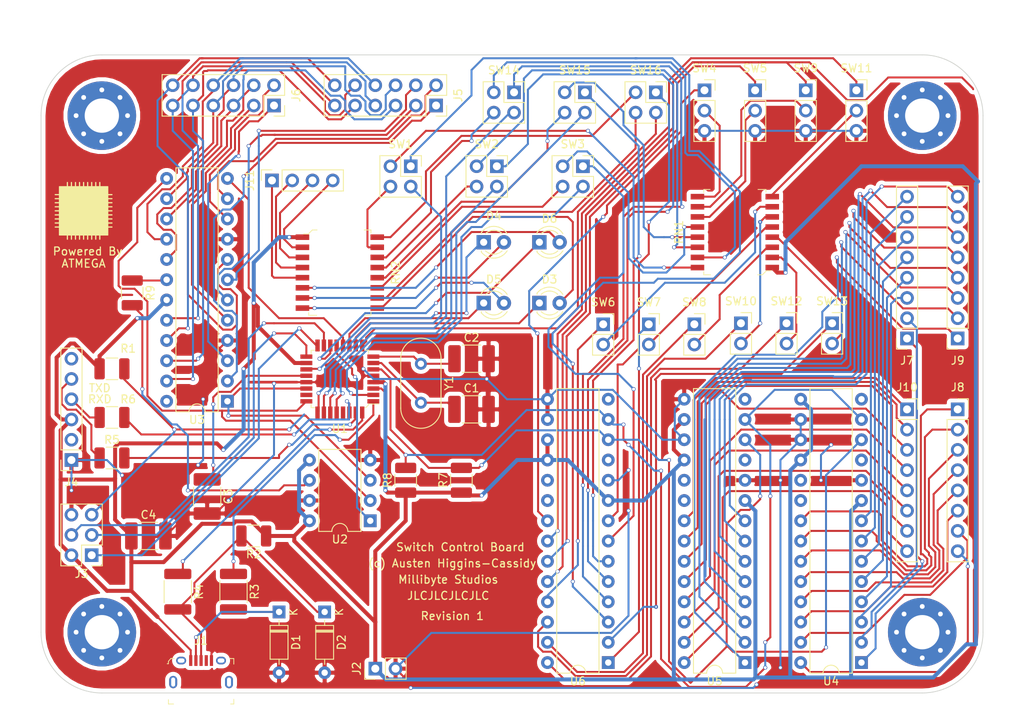
<source format=kicad_pcb>
(kicad_pcb (version 20171130) (host pcbnew "(5.1.8)-1")
  (layers (0 F.Cu signal) (31 B.Cu signal) (34 B.Paste user) (35 F.Paste user) (36 B.SilkS user) (37 F.SilkS user) (38 B.Mask user) (39 F.Mask user) (44 Edge.Cuts user))
  (net 0 "")
  (net 1 GND)
  (net 2 "Net-(C1-Pad1)")
  (net 3 "Net-(C2-Pad1)")
  (net 4 "Net-(C3-Pad1)")
  (net 5 +5V)
  (net 6 /SEG_G)
  (net 7 /SEG_F)
  (net 8 /DIG_0)
  (net 9 /SEG_A)
  (net 10 /SEG_B)
  (net 11 /SEG_DP)
  (net 12 /SEG_C)
  (net 13 /SEG_D)
  (net 14 /SEG_E)
  (net 15 /DIG_4)
  (net 16 /DIG_1)
  (net 17 /DIG_5)
  (net 18 /DIG_2)
  (net 19 /DIG_6)
  (net 20 /LED_Q_PWR)
  (net 21 /LED_Q)
  (net 22 /LED_S_PWR)
  (net 23 /LED_S)
  (net 24 /DIG_3)
  (net 25 /DIG_7)
  (net 26 /LED_R)
  (net 27 /LED_R_PWR)
  (net 28 /LED_T)
  (net 29 /LED_T_PWR)
  (net 30 /MISO_DATA)
  (net 31 /SCK)
  (net 32 /MOSI_SDA)
  (net 33 /RST)
  (net 34 "Net-(J4-Pad4)")
  (net 35 "Net-(J4-Pad5)")
  (net 36 "Net-(J7-Pad1)")
  (net 37 "Net-(J7-Pad2)")
  (net 38 "Net-(J7-Pad3)")
  (net 39 "Net-(J7-Pad4)")
  (net 40 "Net-(J7-Pad5)")
  (net 41 "Net-(J7-Pad6)")
  (net 42 "Net-(J7-Pad7)")
  (net 43 "Net-(J7-Pad8)")
  (net 44 "Net-(J8-Pad8)")
  (net 45 "Net-(J8-Pad7)")
  (net 46 "Net-(J8-Pad6)")
  (net 47 "Net-(J8-Pad5)")
  (net 48 "Net-(J8-Pad4)")
  (net 49 "Net-(J8-Pad3)")
  (net 50 "Net-(J8-Pad2)")
  (net 51 "Net-(J8-Pad1)")
  (net 52 "Net-(J9-Pad1)")
  (net 53 "Net-(J9-Pad2)")
  (net 54 "Net-(J9-Pad3)")
  (net 55 "Net-(J9-Pad4)")
  (net 56 /USB_D-)
  (net 57 /USB_D+)
  (net 58 /TXD)
  (net 59 /RXD)
  (net 60 /SCL1)
  (net 61 /SDA1)
  (net 62 /ISET)
  (net 63 "Net-(R9-Pad2)")
  (net 64 /PULLUP_D)
  (net 65 /PULLUP_E)
  (net 66 /PULLUP_F)
  (net 67 /PULLUP_G)
  (net 68 /PULLUP_H)
  (net 69 /PULLUP_I)
  (net 70 /PULLUP_J)
  (net 71 /LED_K)
  (net 72 /PULLUP_K)
  (net 73 /SW_K)
  (net 74 /LED_M)
  (net 75 /PULLUP_M)
  (net 76 /SW_M)
  (net 77 /LED_O)
  (net 78 /PULLUP_O)
  (net 79 /SW_O)
  (net 80 /SW_A)
  (net 81 /PULLUP_C)
  (net 82 /SW_C)
  (net 83 /PULLUP_A)
  (net 84 /SW_E)
  (net 85 /SW_I)
  (net 86 /SW_G)
  (net 87 /PULLUP_B)
  (net 88 /SW_D)
  (net 89 /SW_F)
  (net 90 /SW_B)
  (net 91 /SW_H)
  (net 92 /SW_J)
  (net 93 /SW_L)
  (net 94 /PULLUP_L)
  (net 95 /LED_L)
  (net 96 /SW_N)
  (net 97 /PULLUP_N)
  (net 98 /LED_N)
  (net 99 /LED_P)
  (net 100 /PULLUP_P)
  (net 101 /SW_P)
  (net 102 /LOAD)
  (net 103 /CCSEL)
  (net 104 /MOSI1)
  (net 105 /SCK1)
  (net 106 /LED_M_PWR)
  (net 107 /LED_L_PWR)
  (net 108 /LED_K_PWR)
  (net 109 /LED_N_PWR)
  (net 110 /LED_O_PWR)
  (net 111 /LED_P_PWR)
  (net 112 "Net-(D1-Pad1)")
  (net 113 "Net-(D2-Pad1)")
  (net 114 "Net-(J9-Pad8)")
  (net 115 "Net-(J9-Pad7)")
  (net 116 "Net-(J9-Pad6)")
  (net 117 "Net-(J9-Pad5)")
  (net 118 "Net-(J10-Pad1)")
  (net 119 "Net-(J10-Pad2)")
  (net 120 "Net-(J10-Pad3)")
  (net 121 "Net-(J10-Pad4)")
  (net 122 "Net-(J10-Pad5)")
  (net 123 "Net-(J10-Pad6)")
  (net 124 "Net-(J10-Pad7)")
  (net 125 "Net-(J10-Pad8)")
  (net 126 "Net-(J11-Pad1)")
  (net 127 "Net-(J11-Pad2)")
  (net 128 "Net-(J11-Pad3)")
  (net 129 "Net-(J11-Pad4)")
  (module Package_DIP:DIP-28_W7.62mm (layer F.Cu) (at 100.33 90.17 180)
    (fp_text reference U6 (at 3.81 -2.33) (layer F.SilkS))
    (fp_text value MCP23017_SP)
    (pad 1 thru_hole rect (at 0 0 180) (size 1.6 1.6) (drill 0.8) (layers *.Cu *.Mask) (net 85 /SW_I))
    (pad 15 thru_hole oval (at 7.62 33.02 180) (size 1.6 1.6) (drill 0.8) (layers *.Cu *.Mask) (net 1 GND))
    (pad 2 thru_hole oval (at 0 2.54 180) (size 1.6 1.6) (drill 0.8) (layers *.Cu *.Mask) (net 92 /SW_J))
    (pad 16 thru_hole oval (at 7.62 30.48 180) (size 1.6 1.6) (drill 0.8) (layers *.Cu *.Mask) (net 1 GND))
    (pad 3 thru_hole oval (at 0 5.08 180) (size 1.6 1.6) (drill 0.8) (layers *.Cu *.Mask) (net 73 /SW_K))
    (pad 17 thru_hole oval (at 7.62 27.94 180) (size 1.6 1.6) (drill 0.8) (layers *.Cu *.Mask) (net 5 +5V))
    (pad 4 thru_hole oval (at 0 7.62 180) (size 1.6 1.6) (drill 0.8) (layers *.Cu *.Mask) (net 93 /SW_L))
    (pad 18 thru_hole oval (at 7.62 25.4 180) (size 1.6 1.6) (drill 0.8) (layers *.Cu *.Mask) (net 5 +5V))
    (pad 5 thru_hole oval (at 0 10.16 180) (size 1.6 1.6) (drill 0.8) (layers *.Cu *.Mask) (net 76 /SW_M))
    (pad 19 thru_hole oval (at 7.62 22.86 180) (size 1.6 1.6) (drill 0.8) (layers *.Cu *.Mask))
    (pad 6 thru_hole oval (at 0 12.7 180) (size 1.6 1.6) (drill 0.8) (layers *.Cu *.Mask) (net 96 /SW_N))
    (pad 20 thru_hole oval (at 7.62 20.32 180) (size 1.6 1.6) (drill 0.8) (layers *.Cu *.Mask))
    (pad 7 thru_hole oval (at 0 15.24 180) (size 1.6 1.6) (drill 0.8) (layers *.Cu *.Mask) (net 79 /SW_O))
    (pad 21 thru_hole oval (at 7.62 17.78 180) (size 1.6 1.6) (drill 0.8) (layers *.Cu *.Mask) (net 80 /SW_A))
    (pad 8 thru_hole oval (at 0 17.78 180) (size 1.6 1.6) (drill 0.8) (layers *.Cu *.Mask) (net 101 /SW_P))
    (pad 22 thru_hole oval (at 7.62 15.24 180) (size 1.6 1.6) (drill 0.8) (layers *.Cu *.Mask) (net 90 /SW_B))
    (pad 9 thru_hole oval (at 0 20.32 180) (size 1.6 1.6) (drill 0.8) (layers *.Cu *.Mask) (net 5 +5V))
    (pad 23 thru_hole oval (at 7.62 12.7 180) (size 1.6 1.6) (drill 0.8) (layers *.Cu *.Mask) (net 82 /SW_C))
    (pad 10 thru_hole oval (at 0 22.86 180) (size 1.6 1.6) (drill 0.8) (layers *.Cu *.Mask) (net 1 GND))
    (pad 24 thru_hole oval (at 7.62 10.16 180) (size 1.6 1.6) (drill 0.8) (layers *.Cu *.Mask) (net 88 /SW_D))
    (pad 11 thru_hole oval (at 0 25.4 180) (size 1.6 1.6) (drill 0.8) (layers *.Cu *.Mask))
    (pad 25 thru_hole oval (at 7.62 7.62 180) (size 1.6 1.6) (drill 0.8) (layers *.Cu *.Mask) (net 84 /SW_E))
    (pad 12 thru_hole oval (at 0 27.94 180) (size 1.6 1.6) (drill 0.8) (layers *.Cu *.Mask) (net 60 /SCL1))
    (pad 26 thru_hole oval (at 7.62 5.08 180) (size 1.6 1.6) (drill 0.8) (layers *.Cu *.Mask) (net 89 /SW_F))
    (pad 13 thru_hole oval (at 0 30.48 180) (size 1.6 1.6) (drill 0.8) (layers *.Cu *.Mask) (net 61 /SDA1))
    (pad 27 thru_hole oval (at 7.62 2.54 180) (size 1.6 1.6) (drill 0.8) (layers *.Cu *.Mask) (net 86 /SW_G))
    (pad 14 thru_hole oval (at 0 33.02 180) (size 1.6 1.6) (drill 0.8) (layers *.Cu *.Mask))
    (pad 28 thru_hole oval (at 7.62 0 180) (size 1.6 1.6) (drill 0.8) (layers *.Cu *.Mask) (net 91 /SW_H))
  )
  (module Package_DIP:DIP-28_W7.62mm (layer F.Cu) (at 117.475 90.17 180)
    (fp_text reference U5 (at 3.81 -2.33) (layer F.SilkS))
    (fp_text value MCP23017_SP)
    (pad 28 thru_hole oval (at 7.62 0 180) (size 1.6 1.6) (drill 0.8) (layers *.Cu *.Mask) (net 125 "Net-(J10-Pad8)"))
    (pad 14 thru_hole oval (at 0 33.02 180) (size 1.6 1.6) (drill 0.8) (layers *.Cu *.Mask))
    (pad 27 thru_hole oval (at 7.62 2.54 180) (size 1.6 1.6) (drill 0.8) (layers *.Cu *.Mask) (net 124 "Net-(J10-Pad7)"))
    (pad 13 thru_hole oval (at 0 30.48 180) (size 1.6 1.6) (drill 0.8) (layers *.Cu *.Mask) (net 61 /SDA1))
    (pad 26 thru_hole oval (at 7.62 5.08 180) (size 1.6 1.6) (drill 0.8) (layers *.Cu *.Mask) (net 123 "Net-(J10-Pad6)"))
    (pad 12 thru_hole oval (at 0 27.94 180) (size 1.6 1.6) (drill 0.8) (layers *.Cu *.Mask) (net 60 /SCL1))
    (pad 25 thru_hole oval (at 7.62 7.62 180) (size 1.6 1.6) (drill 0.8) (layers *.Cu *.Mask) (net 122 "Net-(J10-Pad5)"))
    (pad 11 thru_hole oval (at 0 25.4 180) (size 1.6 1.6) (drill 0.8) (layers *.Cu *.Mask))
    (pad 24 thru_hole oval (at 7.62 10.16 180) (size 1.6 1.6) (drill 0.8) (layers *.Cu *.Mask) (net 121 "Net-(J10-Pad4)"))
    (pad 10 thru_hole oval (at 0 22.86 180) (size 1.6 1.6) (drill 0.8) (layers *.Cu *.Mask) (net 1 GND))
    (pad 23 thru_hole oval (at 7.62 12.7 180) (size 1.6 1.6) (drill 0.8) (layers *.Cu *.Mask) (net 120 "Net-(J10-Pad3)"))
    (pad 9 thru_hole oval (at 0 20.32 180) (size 1.6 1.6) (drill 0.8) (layers *.Cu *.Mask) (net 5 +5V))
    (pad 22 thru_hole oval (at 7.62 15.24 180) (size 1.6 1.6) (drill 0.8) (layers *.Cu *.Mask) (net 119 "Net-(J10-Pad2)"))
    (pad 8 thru_hole oval (at 0 17.78 180) (size 1.6 1.6) (drill 0.8) (layers *.Cu *.Mask) (net 114 "Net-(J9-Pad8)"))
    (pad 21 thru_hole oval (at 7.62 17.78 180) (size 1.6 1.6) (drill 0.8) (layers *.Cu *.Mask) (net 118 "Net-(J10-Pad1)"))
    (pad 7 thru_hole oval (at 0 15.24 180) (size 1.6 1.6) (drill 0.8) (layers *.Cu *.Mask) (net 115 "Net-(J9-Pad7)"))
    (pad 20 thru_hole oval (at 7.62 20.32 180) (size 1.6 1.6) (drill 0.8) (layers *.Cu *.Mask))
    (pad 6 thru_hole oval (at 0 12.7 180) (size 1.6 1.6) (drill 0.8) (layers *.Cu *.Mask) (net 116 "Net-(J9-Pad6)"))
    (pad 19 thru_hole oval (at 7.62 22.86 180) (size 1.6 1.6) (drill 0.8) (layers *.Cu *.Mask))
    (pad 5 thru_hole oval (at 0 10.16 180) (size 1.6 1.6) (drill 0.8) (layers *.Cu *.Mask) (net 117 "Net-(J9-Pad5)"))
    (pad 18 thru_hole oval (at 7.62 25.4 180) (size 1.6 1.6) (drill 0.8) (layers *.Cu *.Mask) (net 5 +5V))
    (pad 4 thru_hole oval (at 0 7.62 180) (size 1.6 1.6) (drill 0.8) (layers *.Cu *.Mask) (net 55 "Net-(J9-Pad4)"))
    (pad 17 thru_hole oval (at 7.62 27.94 180) (size 1.6 1.6) (drill 0.8) (layers *.Cu *.Mask) (net 1 GND))
    (pad 3 thru_hole oval (at 0 5.08 180) (size 1.6 1.6) (drill 0.8) (layers *.Cu *.Mask) (net 54 "Net-(J9-Pad3)"))
    (pad 16 thru_hole oval (at 7.62 30.48 180) (size 1.6 1.6) (drill 0.8) (layers *.Cu *.Mask) (net 5 +5V))
    (pad 2 thru_hole oval (at 0 2.54 180) (size 1.6 1.6) (drill 0.8) (layers *.Cu *.Mask) (net 53 "Net-(J9-Pad2)"))
    (pad 15 thru_hole oval (at 7.62 33.02 180) (size 1.6 1.6) (drill 0.8) (layers *.Cu *.Mask) (net 1 GND))
    (pad 1 thru_hole rect (at 0 0 180) (size 1.6 1.6) (drill 0.8) (layers *.Cu *.Mask) (net 52 "Net-(J9-Pad1)"))
  )
  (module digikey-footprints:SOIC-16_W7.5mm (layer F.Cu) (at 66.675 41.275 270)
    (fp_text reference RN2 (at 0 -7 90) (layer F.SilkS))
    (fp_text value R_Network15)
    (pad 13 smd rect (at -0.635 -4.69 270) (size 0.7 1.7) (layers F.Cu F.Paste F.Mask) (net 106 /LED_M_PWR))
    (pad 14 smd rect (at -1.905 -4.69 270) (size 0.7 1.7) (layers F.Cu F.Paste F.Mask) (net 107 /LED_L_PWR))
    (pad 15 smd rect (at -3.175 -4.69 270) (size 0.7 1.7) (layers F.Cu F.Paste F.Mask) (net 108 /LED_K_PWR))
    (pad 16 smd rect (at -4.445 -4.69 270) (size 0.7 1.7) (layers F.Cu F.Paste F.Mask) (net 100 /PULLUP_P))
    (pad 12 smd rect (at 0.635 -4.69 270) (size 0.7 1.7) (layers F.Cu F.Paste F.Mask) (net 109 /LED_N_PWR))
    (pad 11 smd rect (at 1.905 -4.69 270) (size 0.7 1.7) (layers F.Cu F.Paste F.Mask) (net 110 /LED_O_PWR))
    (pad 10 smd rect (at 3.175 -4.69 270) (size 0.7 1.7) (layers F.Cu F.Paste F.Mask) (net 111 /LED_P_PWR))
    (pad 9 smd rect (at 4.445 -4.69 270) (size 0.7 1.7) (layers F.Cu F.Paste F.Mask) (net 20 /LED_Q_PWR))
    (pad 4 smd rect (at -0.635 4.69 270) (size 0.7 1.7) (layers F.Cu F.Paste F.Mask) (net 127 "Net-(J11-Pad2)"))
    (pad 5 smd rect (at 0.635 4.69 270) (size 0.7 1.7) (layers F.Cu F.Paste F.Mask) (net 126 "Net-(J11-Pad1)"))
    (pad 3 smd rect (at -1.905 4.69 270) (size 0.7 1.7) (layers F.Cu F.Paste F.Mask) (net 128 "Net-(J11-Pad3)"))
    (pad 2 smd rect (at -3.175 4.69 270) (size 0.7 1.7) (layers F.Cu F.Paste F.Mask) (net 129 "Net-(J11-Pad4)"))
    (pad 1 smd rect (at -4.445 4.69 270) (size 0.7 1.7) (layers F.Cu F.Paste F.Mask) (net 5 +5V))
    (pad 6 smd rect (at 1.905 4.69 270) (size 0.7 1.7) (layers F.Cu F.Paste F.Mask) (net 29 /LED_T_PWR))
    (pad 7 smd rect (at 3.175 4.69 270) (size 0.7 1.7) (layers F.Cu F.Paste F.Mask) (net 22 /LED_S_PWR))
    (pad 8 smd rect (at 4.445 4.69 270) (size 0.7 1.7) (layers F.Cu F.Paste F.Mask) (net 27 /LED_R_PWR))
  )
  (module Diode_THT:D_DO-35_SOD27_P7.62mm_Horizontal (layer F.Cu) (at 64.77 83.82 270)
    (fp_text reference D2 (at 3.81 -2.12 90) (layer F.SilkS))
    (fp_text value 3.6V)
    (fp_text user K (at 0 -1.8 90) (layer F.SilkS))
    (pad 2 thru_hole oval (at 7.62 0 270) (size 1.6 1.6) (drill 0.8) (layers *.Cu *.Mask) (net 1 GND))
    (pad 1 thru_hole rect (at 0 0 270) (size 1.6 1.6) (drill 0.8) (layers *.Cu *.Mask) (net 113 "Net-(D2-Pad1)"))
  )
  (module Resistor_SMD:R_1812_4532Metric_Pad1.30x3.40mm_HandSolder (layer F.Cu) (at 46.355 81.28 270)
    (fp_text reference R4 (at 0 -2.65 90) (layer F.SilkS))
    (fp_text value 68)
    (pad 1 smd roundrect (at -2.225 0 270) (size 1.3 3.4) (layers F.Cu F.Paste F.Mask) (roundrect_rratio 0.1923069230769231) (net 57 /USB_D+))
    (pad 2 smd roundrect (at 2.225 0 270) (size 1.3 3.4) (layers F.Cu F.Paste F.Mask) (roundrect_rratio 0.1923069230769231) (net 113 "Net-(D2-Pad1)"))
  )
  (module Disarmed:MountingHole_4.3mm_M4_Pad_Via (layer F.Cu) (at 139.7 21.59)
    (fp_text reference REF** hide)
    (fp_text value MountingHole_4.3mm_M4_Pad_Via)
    (pad "" np_thru_hole circle (at 0 0) (size 8.6 8.6) (drill 4.3) (layers *.Cu *.Mask))
    (pad "" np_thru_hole circle (at 3.225 0) (size 0.9 0.9) (drill 0.6) (layers *.Cu *.Mask))
    (pad "" np_thru_hole circle (at 2.280419 2.280419) (size 0.9 0.9) (drill 0.6) (layers *.Cu *.Mask))
    (pad "" np_thru_hole circle (at 0 3.225) (size 0.9 0.9) (drill 0.6) (layers *.Cu *.Mask))
    (pad "" np_thru_hole circle (at -2.280419 2.280419) (size 0.9 0.9) (drill 0.6) (layers *.Cu *.Mask))
    (pad "" np_thru_hole circle (at -3.225 0) (size 0.9 0.9) (drill 0.6) (layers *.Cu *.Mask))
    (pad "" np_thru_hole circle (at -2.280419 -2.280419) (size 0.9 0.9) (drill 0.6) (layers *.Cu *.Mask))
    (pad "" np_thru_hole circle (at 0 -3.225) (size 0.9 0.9) (drill 0.6) (layers *.Cu *.Mask))
    (pad "" np_thru_hole circle (at 2.280419 -2.280419) (size 0.9 0.9) (drill 0.6) (layers *.Cu *.Mask))
  )
  (module Disarmed:MountingHole_4.3mm_M4_Pad_Via (layer F.Cu) (at 139.7 86.36)
    (fp_text reference REF** hide)
    (fp_text value MountingHole_4.3mm_M4_Pad_Via)
    (pad "" np_thru_hole circle (at 2.280419 -2.280419) (size 0.9 0.9) (drill 0.6) (layers *.Cu *.Mask))
    (pad "" np_thru_hole circle (at 0 -3.225) (size 0.9 0.9) (drill 0.6) (layers *.Cu *.Mask))
    (pad "" np_thru_hole circle (at -2.280419 -2.280419) (size 0.9 0.9) (drill 0.6) (layers *.Cu *.Mask))
    (pad "" np_thru_hole circle (at -3.225 0) (size 0.9 0.9) (drill 0.6) (layers *.Cu *.Mask))
    (pad "" np_thru_hole circle (at -2.280419 2.280419) (size 0.9 0.9) (drill 0.6) (layers *.Cu *.Mask))
    (pad "" np_thru_hole circle (at 0 3.225) (size 0.9 0.9) (drill 0.6) (layers *.Cu *.Mask))
    (pad "" np_thru_hole circle (at 2.280419 2.280419) (size 0.9 0.9) (drill 0.6) (layers *.Cu *.Mask))
    (pad "" np_thru_hole circle (at 3.225 0) (size 0.9 0.9) (drill 0.6) (layers *.Cu *.Mask))
    (pad "" np_thru_hole circle (at 0 0) (size 8.6 8.6) (drill 4.3) (layers *.Cu *.Mask))
  )
  (module Disarmed:MountingHole_4.3mm_M4_Pad_Via (layer F.Cu) (at 36.83 86.36)
    (fp_text reference REF** hide)
    (fp_text value MountingHole_4.3mm_M4_Pad_Via)
    (pad "" np_thru_hole circle (at 0 0) (size 8.6 8.6) (drill 4.3) (layers *.Cu *.Mask))
    (pad "" np_thru_hole circle (at 3.225 0) (size 0.9 0.9) (drill 0.6) (layers *.Cu *.Mask))
    (pad "" np_thru_hole circle (at 2.280419 2.280419) (size 0.9 0.9) (drill 0.6) (layers *.Cu *.Mask))
    (pad "" np_thru_hole circle (at 0 3.225) (size 0.9 0.9) (drill 0.6) (layers *.Cu *.Mask))
    (pad "" np_thru_hole circle (at -2.280419 2.280419) (size 0.9 0.9) (drill 0.6) (layers *.Cu *.Mask))
    (pad "" np_thru_hole circle (at -3.225 0) (size 0.9 0.9) (drill 0.6) (layers *.Cu *.Mask))
    (pad "" np_thru_hole circle (at -2.280419 -2.280419) (size 0.9 0.9) (drill 0.6) (layers *.Cu *.Mask))
    (pad "" np_thru_hole circle (at 0 -3.225) (size 0.9 0.9) (drill 0.6) (layers *.Cu *.Mask))
    (pad "" np_thru_hole circle (at 2.280419 -2.280419) (size 0.9 0.9) (drill 0.6) (layers *.Cu *.Mask))
  )
  (module Disarmed:MountingHole_4.3mm_M4_Pad_Via (layer F.Cu) (at 36.83 21.59)
    (fp_text reference REF** hide)
    (fp_text value MountingHole_4.3mm_M4_Pad_Via)
    (pad "" np_thru_hole circle (at 0 0) (size 8.6 8.6) (drill 4.3) (layers *.Cu *.Mask))
    (pad "" np_thru_hole circle (at 3.225 0) (size 0.9 0.9) (drill 0.6) (layers *.Cu *.Mask))
    (pad "" np_thru_hole circle (at 2.280419 2.280419) (size 0.9 0.9) (drill 0.6) (layers *.Cu *.Mask))
    (pad "" np_thru_hole circle (at 0 3.225) (size 0.9 0.9) (drill 0.6) (layers *.Cu *.Mask))
    (pad "" np_thru_hole circle (at -2.280419 2.280419) (size 0.9 0.9) (drill 0.6) (layers *.Cu *.Mask))
    (pad "" np_thru_hole circle (at -3.225 0) (size 0.9 0.9) (drill 0.6) (layers *.Cu *.Mask))
    (pad "" np_thru_hole circle (at -2.280419 -2.280419) (size 0.9 0.9) (drill 0.6) (layers *.Cu *.Mask))
    (pad "" np_thru_hole circle (at 0 -3.225) (size 0.9 0.9) (drill 0.6) (layers *.Cu *.Mask))
    (pad "" np_thru_hole circle (at 2.280419 -2.280419) (size 0.9 0.9) (drill 0.6) (layers *.Cu *.Mask))
  )
  (module Capacitor_SMD:C_1812_4532Metric_Pad1.57x3.40mm_HandSolder (layer F.Cu) (at 83.185 58.42)
    (fp_text reference C1 (at 0 -2.65) (layer F.SilkS))
    (fp_text value 22pF)
    (pad 2 smd roundrect (at 2.1375 0) (size 1.575 3.4) (layers F.Cu F.Paste F.Mask) (roundrect_rratio 0.1587288888888889) (net 1 GND))
    (pad 1 smd roundrect (at -2.1375 0) (size 1.575 3.4) (layers F.Cu F.Paste F.Mask) (roundrect_rratio 0.1587288888888889) (net 2 "Net-(C1-Pad1)"))
  )
  (module Capacitor_SMD:C_1812_4532Metric_Pad1.57x3.40mm_HandSolder (layer F.Cu) (at 83.185 52.07)
    (fp_text reference C2 (at 0 -2.65) (layer F.SilkS))
    (fp_text value 22pF)
    (pad 1 smd roundrect (at -2.1375 0) (size 1.575 3.4) (layers F.Cu F.Paste F.Mask) (roundrect_rratio 0.1587288888888889) (net 3 "Net-(C2-Pad1)"))
    (pad 2 smd roundrect (at 2.1375 0) (size 1.575 3.4) (layers F.Cu F.Paste F.Mask) (roundrect_rratio 0.1587288888888889) (net 1 GND))
  )
  (module Capacitor_SMD:C_1812_4532Metric_Pad1.57x3.40mm_HandSolder (layer F.Cu) (at 50.038 69.342 270)
    (fp_text reference C3 (at 0 -2.65 90) (layer F.SilkS))
    (fp_text value 0.1uF)
    (pad 2 smd roundrect (at 2.1375 0 270) (size 1.575 3.4) (layers F.Cu F.Paste F.Mask) (roundrect_rratio 0.1587288888888889) (net 1 GND))
    (pad 1 smd roundrect (at -2.1375 0 270) (size 1.575 3.4) (layers F.Cu F.Paste F.Mask) (roundrect_rratio 0.1587288888888889) (net 4 "Net-(C3-Pad1)"))
  )
  (module Capacitor_SMD:C_1812_4532Metric_Pad1.57x3.40mm_HandSolder (layer F.Cu) (at 42.672 74.295)
    (fp_text reference C4 (at 0 -2.65) (layer F.SilkS))
    (fp_text value 0.1uF)
    (pad 1 smd roundrect (at -2.1375 0) (size 1.575 3.4) (layers F.Cu F.Paste F.Mask) (roundrect_rratio 0.1587288888888889) (net 5 +5V))
    (pad 2 smd roundrect (at 2.1375 0) (size 1.575 3.4) (layers F.Cu F.Paste F.Mask) (roundrect_rratio 0.1587288888888889) (net 1 GND))
  )
  (module digikey-footprints:USB_Micro_B_Female_10118194-0001LF (layer F.Cu) (at 49.276 89.916)
    (fp_text reference J1 (at 0 -2.5) (layer F.SilkS))
    (fp_text value USB_B_Micro)
    (pad 3 smd rect (at 0 0) (size 0.4 1.35) (layers F.Cu F.Paste F.Mask) (net 113 "Net-(D2-Pad1)"))
    (pad 4 smd rect (at 0.65 0) (size 0.4 1.35) (layers F.Cu F.Paste F.Mask))
    (pad 5 smd rect (at 1.3 0) (size 0.4 1.35) (layers F.Cu F.Paste F.Mask) (net 1 GND))
    (pad 2 smd rect (at -0.65 0) (size 0.4 1.35) (layers F.Cu F.Paste F.Mask) (net 112 "Net-(D1-Pad1)"))
    (pad 1 smd rect (at -1.3 0) (size 0.4 1.35) (layers F.Cu F.Paste F.Mask) (net 5 +5V))
    (pad SH thru_hole oval (at 2.5 0) (size 1.25 0.95) (drill oval 0.85 0.55) (layers *.Cu *.Mask))
    (pad SH thru_hole oval (at -2.5 0) (size 1.25 0.95) (drill oval 0.85 0.55) (layers *.Cu *.Mask))
    (pad SH thru_hole oval (at -3.5 2.7) (size 1 1.55) (drill oval 0.5 1.15) (layers *.Cu *.Mask))
    (pad SH thru_hole oval (at 3.5 2.7) (size 1 1.55) (drill oval 0.5 1.15) (layers *.Cu *.Mask))
  )
  (module Connector_PinHeader_2.54mm:PinHeader_1x02_P2.54mm_Vertical (layer F.Cu) (at 71.12 90.932 90)
    (fp_text reference J2 (at 0 -2.33 90) (layer F.SilkS))
    (fp_text value Conn_01x02_Male)
    (pad 1 thru_hole rect (at 0 0 90) (size 1.7 1.7) (drill 1) (layers *.Cu *.Mask) (net 5 +5V))
    (pad 2 thru_hole oval (at 0 2.54 90) (size 1.7 1.7) (drill 1) (layers *.Cu *.Mask) (net 1 GND))
  )
  (module Connector_PinHeader_2.54mm:PinHeader_2x03_P2.54mm_Vertical (layer F.Cu) (at 35.56 76.708 180)
    (fp_text reference J3 (at 1.27 -2.33) (layer F.SilkS))
    (fp_text value Conn_02x03_Odd_Even)
    (pad 1 thru_hole rect (at 0 0 180) (size 1.7 1.7) (drill 1) (layers *.Cu *.Mask) (net 30 /MISO_DATA))
    (pad 2 thru_hole oval (at 2.54 0 180) (size 1.7 1.7) (drill 1) (layers *.Cu *.Mask) (net 5 +5V))
    (pad 3 thru_hole oval (at 0 2.54 180) (size 1.7 1.7) (drill 1) (layers *.Cu *.Mask) (net 31 /SCK))
    (pad 4 thru_hole oval (at 2.54 2.54 180) (size 1.7 1.7) (drill 1) (layers *.Cu *.Mask) (net 32 /MOSI_SDA))
    (pad 5 thru_hole oval (at 0 5.08 180) (size 1.7 1.7) (drill 1) (layers *.Cu *.Mask) (net 33 /RST))
    (pad 6 thru_hole oval (at 2.54 5.08 180) (size 1.7 1.7) (drill 1) (layers *.Cu *.Mask) (net 1 GND))
  )
  (module Connector_PinSocket_2.54mm:PinSocket_1x06_P2.54mm_Vertical (layer F.Cu) (at 33.02 64.77 180)
    (fp_text reference J4 (at 0 -2.77) (layer F.SilkS))
    (fp_text value Conn_01x06)
    (pad 1 thru_hole rect (at 0 0 180) (size 1.7 1.7) (drill 1) (layers *.Cu *.Mask) (net 1 GND))
    (pad 2 thru_hole oval (at 0 2.54 180) (size 1.7 1.7) (drill 1) (layers *.Cu *.Mask))
    (pad 3 thru_hole oval (at 0 5.08 180) (size 1.7 1.7) (drill 1) (layers *.Cu *.Mask) (net 5 +5V))
    (pad 4 thru_hole oval (at 0 7.62 180) (size 1.7 1.7) (drill 1) (layers *.Cu *.Mask) (net 34 "Net-(J4-Pad4)"))
    (pad 5 thru_hole oval (at 0 10.16 180) (size 1.7 1.7) (drill 1) (layers *.Cu *.Mask) (net 35 "Net-(J4-Pad5)"))
    (pad 6 thru_hole oval (at 0 12.7 180) (size 1.7 1.7) (drill 1) (layers *.Cu *.Mask))
  )
  (module Connector_PinSocket_2.54mm:PinSocket_1x08_P2.54mm_Vertical (layer F.Cu) (at 137.795 49.53 180)
    (fp_text reference J7 (at 0 -2.77) (layer F.SilkS))
    (fp_text value Conn_01x08)
    (pad 1 thru_hole rect (at 0 0 180) (size 1.7 1.7) (drill 1) (layers *.Cu *.Mask) (net 36 "Net-(J7-Pad1)"))
    (pad 2 thru_hole oval (at 0 2.54 180) (size 1.7 1.7) (drill 1) (layers *.Cu *.Mask) (net 37 "Net-(J7-Pad2)"))
    (pad 3 thru_hole oval (at 0 5.08 180) (size 1.7 1.7) (drill 1) (layers *.Cu *.Mask) (net 38 "Net-(J7-Pad3)"))
    (pad 4 thru_hole oval (at 0 7.62 180) (size 1.7 1.7) (drill 1) (layers *.Cu *.Mask) (net 39 "Net-(J7-Pad4)"))
    (pad 5 thru_hole oval (at 0 10.16 180) (size 1.7 1.7) (drill 1) (layers *.Cu *.Mask) (net 40 "Net-(J7-Pad5)"))
    (pad 6 thru_hole oval (at 0 12.7 180) (size 1.7 1.7) (drill 1) (layers *.Cu *.Mask) (net 41 "Net-(J7-Pad6)"))
    (pad 7 thru_hole oval (at 0 15.24 180) (size 1.7 1.7) (drill 1) (layers *.Cu *.Mask) (net 42 "Net-(J7-Pad7)"))
    (pad 8 thru_hole oval (at 0 17.78 180) (size 1.7 1.7) (drill 1) (layers *.Cu *.Mask) (net 43 "Net-(J7-Pad8)"))
  )
  (module Connector_PinSocket_2.54mm:PinSocket_1x08_P2.54mm_Vertical (layer F.Cu) (at 144.145 58.42)
    (fp_text reference J8 (at 0 -2.77) (layer F.SilkS))
    (fp_text value Conn_01x08)
    (pad 8 thru_hole oval (at 0 17.78) (size 1.7 1.7) (drill 1) (layers *.Cu *.Mask) (net 44 "Net-(J8-Pad8)"))
    (pad 7 thru_hole oval (at 0 15.24) (size 1.7 1.7) (drill 1) (layers *.Cu *.Mask) (net 45 "Net-(J8-Pad7)"))
    (pad 6 thru_hole oval (at 0 12.7) (size 1.7 1.7) (drill 1) (layers *.Cu *.Mask) (net 46 "Net-(J8-Pad6)"))
    (pad 5 thru_hole oval (at 0 10.16) (size 1.7 1.7) (drill 1) (layers *.Cu *.Mask) (net 47 "Net-(J8-Pad5)"))
    (pad 4 thru_hole oval (at 0 7.62) (size 1.7 1.7) (drill 1) (layers *.Cu *.Mask) (net 48 "Net-(J8-Pad4)"))
    (pad 3 thru_hole oval (at 0 5.08) (size 1.7 1.7) (drill 1) (layers *.Cu *.Mask) (net 49 "Net-(J8-Pad3)"))
    (pad 2 thru_hole oval (at 0 2.54) (size 1.7 1.7) (drill 1) (layers *.Cu *.Mask) (net 50 "Net-(J8-Pad2)"))
    (pad 1 thru_hole rect (at 0 0) (size 1.7 1.7) (drill 1) (layers *.Cu *.Mask) (net 51 "Net-(J8-Pad1)"))
  )
  (module Resistor_SMD:R_1210_3225Metric_Pad1.30x2.65mm_HandSolder (layer F.Cu) (at 38.1 53.34 180)
    (fp_text reference R1 (at -2.032 2.54) (layer F.SilkS))
    (fp_text value 10K)
    (pad 2 smd roundrect (at 1.55 0 180) (size 1.3 2.65) (layers F.Cu F.Paste F.Mask) (roundrect_rratio 0.1923069230769231) (net 5 +5V))
    (pad 1 smd roundrect (at -1.55 0 180) (size 1.3 2.65) (layers F.Cu F.Paste F.Mask) (roundrect_rratio 0.1923069230769231) (net 33 /RST))
  )
  (module Resistor_SMD:R_1812_4532Metric_Pad1.30x3.40mm_HandSolder (layer F.Cu) (at 53.34 81.28 270)
    (fp_text reference R3 (at 0 -2.65 90) (layer F.SilkS))
    (fp_text value 68)
    (pad 1 smd roundrect (at -2.225 0 270) (size 1.3 3.4) (layers F.Cu F.Paste F.Mask) (roundrect_rratio 0.1923069230769231) (net 56 /USB_D-))
    (pad 2 smd roundrect (at 2.225 0 270) (size 1.3 3.4) (layers F.Cu F.Paste F.Mask) (roundrect_rratio 0.1923069230769231) (net 112 "Net-(D1-Pad1)"))
  )
  (module Resistor_SMD:R_1210_3225Metric_Pad1.30x2.65mm_HandSolder (layer F.Cu) (at 38.1 64.516)
    (fp_text reference R5 (at 0 -2.28) (layer F.SilkS))
    (fp_text value 68)
    (pad 1 smd roundrect (at -1.55 0) (size 1.3 2.65) (layers F.Cu F.Paste F.Mask) (roundrect_rratio 0.1923069230769231) (net 35 "Net-(J4-Pad5)"))
    (pad 2 smd roundrect (at 1.55 0) (size 1.3 2.65) (layers F.Cu F.Paste F.Mask) (roundrect_rratio 0.1923069230769231) (net 58 /TXD))
  )
  (module Resistor_SMD:R_1210_3225Metric_Pad1.30x2.65mm_HandSolder (layer F.Cu) (at 38.1 59.436)
    (fp_text reference R6 (at 2.032 -2.28) (layer F.SilkS))
    (fp_text value 68)
    (pad 2 smd roundrect (at 1.55 0) (size 1.3 2.65) (layers F.Cu F.Paste F.Mask) (roundrect_rratio 0.1923069230769231) (net 59 /RXD))
    (pad 1 smd roundrect (at -1.55 0) (size 1.3 2.65) (layers F.Cu F.Paste F.Mask) (roundrect_rratio 0.1923069230769231) (net 34 "Net-(J4-Pad4)"))
  )
  (module Resistor_SMD:R_1210_3225Metric_Pad1.30x2.65mm_HandSolder (layer F.Cu) (at 81.915 67.31 90)
    (fp_text reference R7 (at 0 -2.28 90) (layer F.SilkS))
    (fp_text value 4.7k)
    (pad 2 smd roundrect (at 1.55 0 90) (size 1.3 2.65) (layers F.Cu F.Paste F.Mask) (roundrect_rratio 0.1923069230769231) (net 60 /SCL1))
    (pad 1 smd roundrect (at -1.55 0 90) (size 1.3 2.65) (layers F.Cu F.Paste F.Mask) (roundrect_rratio 0.1923069230769231) (net 5 +5V))
  )
  (module Resistor_SMD:R_1210_3225Metric_Pad1.30x2.65mm_HandSolder (layer F.Cu) (at 74.93 67.31 90)
    (fp_text reference R8 (at 0 -2.28 90) (layer F.SilkS))
    (fp_text value 4.7k)
    (pad 1 smd roundrect (at -1.55 0 90) (size 1.3 2.65) (layers F.Cu F.Paste F.Mask) (roundrect_rratio 0.1923069230769231) (net 5 +5V))
    (pad 2 smd roundrect (at 1.55 0 90) (size 1.3 2.65) (layers F.Cu F.Paste F.Mask) (roundrect_rratio 0.1923069230769231) (net 61 /SDA1))
  )
  (module Resistor_SMD:R_1210_3225Metric_Pad1.30x2.65mm_HandSolder (layer F.Cu) (at 40.64 43.815 270)
    (fp_text reference R9 (at 0 -2.28 90) (layer F.SilkS))
    (fp_text value 2k)
    (pad 1 smd roundrect (at -1.55 0 270) (size 1.3 2.65) (layers F.Cu F.Paste F.Mask) (roundrect_rratio 0.1923069230769231) (net 62 /ISET))
    (pad 2 smd roundrect (at 1.55 0 270) (size 1.3 2.65) (layers F.Cu F.Paste F.Mask) (roundrect_rratio 0.1923069230769231) (net 63 "Net-(R9-Pad2)"))
  )
  (module Connector_PinSocket_2.54mm:PinSocket_1x03_P2.54mm_Vertical (layer F.Cu) (at 112.395 18.415)
    (fp_text reference SW4 (at 0 -2.77) (layer F.SilkS))
    (fp_text value SW_SPST_LED)
    (pad 1 thru_hole rect (at 0 0) (size 1.7 1.7) (drill 1) (layers *.Cu *.Mask) (net 80 /SW_A))
    (pad 2 thru_hole oval (at 0 2.54) (size 1.7 1.7) (drill 1) (layers *.Cu *.Mask) (net 81 /PULLUP_C))
    (pad 3 thru_hole oval (at 0 5.08) (size 1.7 1.7) (drill 1) (layers *.Cu *.Mask) (net 1 GND))
  )
  (module Connector_PinSocket_2.54mm:PinSocket_1x03_P2.54mm_Vertical (layer F.Cu) (at 118.745 18.415)
    (fp_text reference SW5 (at 0 -2.77) (layer F.SilkS))
    (fp_text value SW_SPST_LED)
    (pad 1 thru_hole rect (at 0 0) (size 1.7 1.7) (drill 1) (layers *.Cu *.Mask) (net 82 /SW_C))
    (pad 2 thru_hole oval (at 0 2.54) (size 1.7 1.7) (drill 1) (layers *.Cu *.Mask) (net 83 /PULLUP_A))
    (pad 3 thru_hole oval (at 0 5.08) (size 1.7 1.7) (drill 1) (layers *.Cu *.Mask) (net 1 GND))
  )
  (module Connector_PinSocket_2.54mm:PinSocket_1x02_P2.54mm_Vertical (layer F.Cu) (at 99.695 47.752)
    (fp_text reference SW6 (at 0 -2.77) (layer F.SilkS))
    (fp_text value SW_SPST)
    (pad 1 thru_hole rect (at 0 0) (size 1.7 1.7) (drill 1) (layers *.Cu *.Mask) (net 84 /SW_E))
    (pad 2 thru_hole oval (at 0 2.54) (size 1.7 1.7) (drill 1) (layers *.Cu *.Mask) (net 65 /PULLUP_E))
  )
  (module Connector_PinSocket_2.54mm:PinSocket_1x02_P2.54mm_Vertical (layer F.Cu) (at 105.41 47.752)
    (fp_text reference SW7 (at 0 -2.77) (layer F.SilkS))
    (fp_text value SW_SPST)
    (pad 1 thru_hole rect (at 0 0) (size 1.7 1.7) (drill 1) (layers *.Cu *.Mask) (net 85 /SW_I))
    (pad 2 thru_hole oval (at 0 2.54) (size 1.7 1.7) (drill 1) (layers *.Cu *.Mask) (net 67 /PULLUP_G))
  )
  (module Connector_PinSocket_2.54mm:PinSocket_1x02_P2.54mm_Vertical (layer F.Cu) (at 111.125 47.752)
    (fp_text reference SW8 (at 0 -2.77) (layer F.SilkS))
    (fp_text value SW_SPST)
    (pad 1 thru_hole rect (at 0 0) (size 1.7 1.7) (drill 1) (layers *.Cu *.Mask) (net 86 /SW_G))
    (pad 2 thru_hole oval (at 0 2.54) (size 1.7 1.7) (drill 1) (layers *.Cu *.Mask) (net 69 /PULLUP_I))
  )
  (module Connector_PinSocket_2.54mm:PinSocket_1x03_P2.54mm_Vertical (layer F.Cu) (at 125.095 18.415)
    (fp_text reference SW9 (at 0 -2.77) (layer F.SilkS))
    (fp_text value SW_SPST_LED)
    (pad 3 thru_hole oval (at 0 5.08) (size 1.7 1.7) (drill 1) (layers *.Cu *.Mask) (net 1 GND))
    (pad 2 thru_hole oval (at 0 2.54) (size 1.7 1.7) (drill 1) (layers *.Cu *.Mask) (net 87 /PULLUP_B))
    (pad 1 thru_hole rect (at 0 0) (size 1.7 1.7) (drill 1) (layers *.Cu *.Mask) (net 88 /SW_D))
  )
  (module Connector_PinSocket_2.54mm:PinSocket_1x02_P2.54mm_Vertical (layer F.Cu) (at 116.967 47.625)
    (fp_text reference SW10 (at 0 -2.77) (layer F.SilkS))
    (fp_text value SW_SPST)
    (pad 2 thru_hole oval (at 0 2.54) (size 1.7 1.7) (drill 1) (layers *.Cu *.Mask) (net 66 /PULLUP_F))
    (pad 1 thru_hole rect (at 0 0) (size 1.7 1.7) (drill 1) (layers *.Cu *.Mask) (net 89 /SW_F))
  )
  (module Connector_PinSocket_2.54mm:PinSocket_1x03_P2.54mm_Vertical (layer F.Cu) (at 131.445 18.415)
    (fp_text reference SW11 (at 0 -2.77) (layer F.SilkS))
    (fp_text value SW_SPST_LED)
    (pad 1 thru_hole rect (at 0 0) (size 1.7 1.7) (drill 1) (layers *.Cu *.Mask) (net 90 /SW_B))
    (pad 2 thru_hole oval (at 0 2.54) (size 1.7 1.7) (drill 1) (layers *.Cu *.Mask) (net 64 /PULLUP_D))
    (pad 3 thru_hole oval (at 0 5.08) (size 1.7 1.7) (drill 1) (layers *.Cu *.Mask) (net 1 GND))
  )
  (module Connector_PinSocket_2.54mm:PinSocket_1x02_P2.54mm_Vertical (layer F.Cu) (at 122.682 47.625)
    (fp_text reference SW12 (at 0 -2.77) (layer F.SilkS))
    (fp_text value SW_SPST)
    (pad 2 thru_hole oval (at 0 2.54) (size 1.7 1.7) (drill 1) (layers *.Cu *.Mask) (net 70 /PULLUP_J))
    (pad 1 thru_hole rect (at 0 0) (size 1.7 1.7) (drill 1) (layers *.Cu *.Mask) (net 91 /SW_H))
  )
  (module Connector_PinSocket_2.54mm:PinSocket_1x02_P2.54mm_Vertical (layer F.Cu) (at 128.397 47.625)
    (fp_text reference SW13 (at 0 -2.77) (layer F.SilkS))
    (fp_text value SW_SPST)
    (pad 2 thru_hole oval (at 0 2.54) (size 1.7 1.7) (drill 1) (layers *.Cu *.Mask) (net 68 /PULLUP_H))
    (pad 1 thru_hole rect (at 0 0) (size 1.7 1.7) (drill 1) (layers *.Cu *.Mask) (net 92 /SW_J))
  )
  (module digikey-footprints:TQFP-32_7x7mm (layer F.Cu) (at 66.675 54.61 180)
    (fp_text reference U1 (at 0 -6.25) (layer F.SilkS))
    (fp_text value ATMEGA328PB-AU)
    (pad 9 smd rect (at -2.8 4.2 180) (size 0.55 1.5) (layers F.Cu F.Paste F.Mask) (net 99 /LED_P))
    (pad 1 smd rect (at -4.2 -2.8 180) (size 1.5 0.55) (layers F.Cu F.Paste F.Mask) (net 56 /USB_D-))
    (pad 2 smd rect (at -4.2 -2 180) (size 1.5 0.55) (layers F.Cu F.Paste F.Mask) (net 77 /LED_O))
    (pad 3 smd rect (at -4.2 -1.2 180) (size 1.5 0.55) (layers F.Cu F.Paste F.Mask) (net 61 /SDA1))
    (pad 4 smd rect (at -4.2 -0.4 180) (size 1.5 0.55) (layers F.Cu F.Paste F.Mask) (net 5 +5V))
    (pad 5 smd rect (at -4.2 0.4 180) (size 1.5 0.55) (layers F.Cu F.Paste F.Mask) (net 1 GND))
    (pad 6 smd rect (at -4.2 1.2 180) (size 1.5 0.55) (layers F.Cu F.Paste F.Mask) (net 60 /SCL1))
    (pad 7 smd rect (at -4.2 2 180) (size 1.5 0.55) (layers F.Cu F.Paste F.Mask) (net 2 "Net-(C1-Pad1)"))
    (pad 8 smd rect (at -4.2 2.8 180) (size 1.5 0.55) (layers F.Cu F.Paste F.Mask) (net 3 "Net-(C2-Pad1)"))
    (pad 10 smd rect (at -2 4.2 180) (size 0.55 1.5) (layers F.Cu F.Paste F.Mask) (net 21 /LED_Q))
    (pad 11 smd rect (at -1.2 4.2 180) (size 0.55 1.5) (layers F.Cu F.Paste F.Mask) (net 26 /LED_R))
    (pad 12 smd rect (at -0.4 4.2 180) (size 0.55 1.5) (layers F.Cu F.Paste F.Mask) (net 102 /LOAD))
    (pad 13 smd rect (at 0.4 4.2 180) (size 0.55 1.5) (layers F.Cu F.Paste F.Mask) (net 103 /CCSEL))
    (pad 14 smd rect (at 1.2 4.2 180) (size 0.55 1.5) (layers F.Cu F.Paste F.Mask) (net 28 /LED_T))
    (pad 15 smd rect (at 2 4.2 180) (size 0.55 1.5) (layers F.Cu F.Paste F.Mask) (net 32 /MOSI_SDA))
    (pad 16 smd rect (at 2.8 4.2 180) (size 0.55 1.5) (layers F.Cu F.Paste F.Mask) (net 30 /MISO_DATA))
    (pad 17 smd rect (at 4.2 2.8 180) (size 1.5 0.55) (layers F.Cu F.Paste F.Mask) (net 31 /SCK))
    (pad 18 smd rect (at 4.2 2 180) (size 1.5 0.55) (layers F.Cu F.Paste F.Mask) (net 5 +5V))
    (pad 19 smd rect (at 4.2 1.2 180) (size 1.5 0.55) (layers F.Cu F.Paste F.Mask) (net 23 /LED_S))
    (pad 20 smd rect (at 4.2 0.4 180) (size 1.5 0.55) (layers F.Cu F.Paste F.Mask) (net 4 "Net-(C3-Pad1)"))
    (pad 21 smd rect (at 4.2 -0.4 180) (size 1.5 0.55) (layers F.Cu F.Paste F.Mask) (net 1 GND))
    (pad 22 smd rect (at 4.2 -1.2 180) (size 1.5 0.55) (layers F.Cu F.Paste F.Mask) (net 104 /MOSI1))
    (pad 23 smd rect (at 4.2 -2 180) (size 1.5 0.55) (layers F.Cu F.Paste F.Mask))
    (pad 24 smd rect (at 4.2 -2.8 180) (size 1.5 0.55) (layers F.Cu F.Paste F.Mask) (net 105 /SCK1))
    (pad 25 smd rect (at 2.8 -4.2 180) (size 0.55 1.5) (layers F.Cu F.Paste F.Mask) (net 71 /LED_K))
    (pad 26 smd rect (at 2 -4.2 180) (size 0.55 1.5) (layers F.Cu F.Paste F.Mask) (net 95 /LED_L))
    (pad 27 smd rect (at 1.2 -4.2 180) (size 0.55 1.5) (layers F.Cu F.Paste F.Mask) (net 74 /LED_M))
    (pad 28 smd rect (at 0.4 -4.2 180) (size 0.55 1.5) (layers F.Cu F.Paste F.Mask) (net 98 /LED_N))
    (pad 29 smd rect (at -0.4 -4.2 180) (size 0.55 1.5) (layers F.Cu F.Paste F.Mask) (net 33 /RST))
    (pad 30 smd rect (at -1.2 -4.2 180) (size 0.55 1.5) (layers F.Cu F.Paste F.Mask) (net 59 /RXD))
    (pad 31 smd rect (at -2 -4.2 180) (size 0.55 1.5) (layers F.Cu F.Paste F.Mask) (net 58 /TXD))
    (pad 32 smd rect (at -2.8 -4.2 180) (size 0.55 1.5) (layers F.Cu F.Paste F.Mask) (net 57 /USB_D+))
  )
  (module Package_DIP:DIP-8_W7.62mm (layer F.Cu) (at 70.485 72.39 180)
    (fp_text reference U2 (at 3.81 -2.33) (layer F.SilkS))
    (fp_text value MCP41010)
    (pad 1 thru_hole rect (at 0 0 180) (size 1.6 1.6) (drill 0.8) (layers *.Cu *.Mask) (net 103 /CCSEL))
    (pad 5 thru_hole oval (at 7.62 7.62 180) (size 1.6 1.6) (drill 0.8) (layers *.Cu *.Mask) (net 5 +5V))
    (pad 2 thru_hole oval (at 0 2.54 180) (size 1.6 1.6) (drill 0.8) (layers *.Cu *.Mask) (net 105 /SCK1))
    (pad 6 thru_hole oval (at 7.62 5.08 180) (size 1.6 1.6) (drill 0.8) (layers *.Cu *.Mask) (net 63 "Net-(R9-Pad2)"))
    (pad 3 thru_hole oval (at 0 5.08 180) (size 1.6 1.6) (drill 0.8) (layers *.Cu *.Mask) (net 104 /MOSI1))
    (pad 7 thru_hole oval (at 7.62 2.54 180) (size 1.6 1.6) (drill 0.8) (layers *.Cu *.Mask) (net 1 GND))
    (pad 4 thru_hole oval (at 0 7.62 180) (size 1.6 1.6) (drill 0.8) (layers *.Cu *.Mask) (net 1 GND))
    (pad 8 thru_hole oval (at 7.62 0 180) (size 1.6 1.6) (drill 0.8) (layers *.Cu *.Mask) (net 5 +5V))
  )
  (module Package_DIP:DIP-24_W7.62mm (layer F.Cu) (at 52.578 57.404 180)
    (fp_text reference U3 (at 3.81 -2.33) (layer F.SilkS))
    (fp_text value MAX7219)
    (pad 1 thru_hole rect (at 0 0 180) (size 1.6 1.6) (drill 0.8) (layers *.Cu *.Mask) (net 104 /MOSI1))
    (pad 13 thru_hole oval (at 7.62 27.94 180) (size 1.6 1.6) (drill 0.8) (layers *.Cu *.Mask) (net 105 /SCK1))
    (pad 2 thru_hole oval (at 0 2.54 180) (size 1.6 1.6) (drill 0.8) (layers *.Cu *.Mask) (net 8 /DIG_0))
    (pad 14 thru_hole oval (at 7.62 25.4 180) (size 1.6 1.6) (drill 0.8) (layers *.Cu *.Mask) (net 9 /SEG_A))
    (pad 3 thru_hole oval (at 0 5.08 180) (size 1.6 1.6) (drill 0.8) (layers *.Cu *.Mask) (net 15 /DIG_4))
    (pad 15 thru_hole oval (at 7.62 22.86 180) (size 1.6 1.6) (drill 0.8) (layers *.Cu *.Mask) (net 7 /SEG_F))
    (pad 4 thru_hole oval (at 0 7.62 180) (size 1.6 1.6) (drill 0.8) (layers *.Cu *.Mask) (net 1 GND))
    (pad 16 thru_hole oval (at 7.62 20.32 180) (size 1.6 1.6) (drill 0.8) (layers *.Cu *.Mask) (net 10 /SEG_B))
    (pad 5 thru_hole oval (at 0 10.16 180) (size 1.6 1.6) (drill 0.8) (layers *.Cu *.Mask) (net 19 /DIG_6))
    (pad 17 thru_hole oval (at 7.62 17.78 180) (size 1.6 1.6) (drill 0.8) (layers *.Cu *.Mask) (net 6 /SEG_G))
    (pad 6 thru_hole oval (at 0 12.7 180) (size 1.6 1.6) (drill 0.8) (layers *.Cu *.Mask) (net 18 /DIG_2))
    (pad 18 thru_hole oval (at 7.62 15.24 180) (size 1.6 1.6) (drill 0.8) (layers *.Cu *.Mask) (net 62 /ISET))
    (pad 7 thru_hole oval (at 0 15.24 180) (size 1.6 1.6) (drill 0.8) (layers *.Cu *.Mask) (net 24 /DIG_3))
    (pad 19 thru_hole oval (at 7.62 12.7 180) (size 1.6 1.6) (drill 0.8) (layers *.Cu *.Mask) (net 5 +5V))
    (pad 8 thru_hole oval (at 0 17.78 180) (size 1.6 1.6) (drill 0.8) (layers *.Cu *.Mask) (net 25 /DIG_7))
    (pad 20 thru_hole oval (at 7.62 10.16 180) (size 1.6 1.6) (drill 0.8) (layers *.Cu *.Mask) (net 12 /SEG_C))
    (pad 9 thru_hole oval (at 0 20.32 180) (size 1.6 1.6) (drill 0.8) (layers *.Cu *.Mask) (net 1 GND))
    (pad 21 thru_hole oval (at 7.62 7.62 180) (size 1.6 1.6) (drill 0.8) (layers *.Cu *.Mask) (net 14 /SEG_E))
    (pad 10 thru_hole oval (at 0 22.86 180) (size 1.6 1.6) (drill 0.8) (layers *.Cu *.Mask) (net 17 /DIG_5))
    (pad 22 thru_hole oval (at 7.62 5.08 180) (size 1.6 1.6) (drill 0.8) (layers *.Cu *.Mask) (net 11 /SEG_DP))
    (pad 11 thru_hole oval (at 0 25.4 180) (size 1.6 1.6) (drill 0.8) (layers *.Cu *.Mask) (net 16 /DIG_1))
    (pad 23 thru_hole oval (at 7.62 2.54 180) (size 1.6 1.6) (drill 0.8) (layers *.Cu *.Mask) (net 13 /SEG_D))
    (pad 12 thru_hole oval (at 0 27.94 180) (size 1.6 1.6) (drill 0.8) (layers *.Cu *.Mask) (net 102 /LOAD))
    (pad 24 thru_hole oval (at 7.62 0 180) (size 1.6 1.6) (drill 0.8) (layers *.Cu *.Mask))
  )
  (module Package_DIP:DIP-28_W7.62mm (layer F.Cu) (at 132.08 90.17 180)
    (fp_text reference U4 (at 3.81 -2.33) (layer F.SilkS))
    (fp_text value MCP23017_SP)
    (pad 1 thru_hole rect (at 0 0 180) (size 1.6 1.6) (drill 0.8) (layers *.Cu *.Mask) (net 36 "Net-(J7-Pad1)"))
    (pad 15 thru_hole oval (at 7.62 33.02 180) (size 1.6 1.6) (drill 0.8) (layers *.Cu *.Mask) (net 5 +5V))
    (pad 2 thru_hole oval (at 0 2.54 180) (size 1.6 1.6) (drill 0.8) (layers *.Cu *.Mask) (net 37 "Net-(J7-Pad2)"))
    (pad 16 thru_hole oval (at 7.62 30.48 180) (size 1.6 1.6) (drill 0.8) (layers *.Cu *.Mask) (net 1 GND))
    (pad 3 thru_hole oval (at 0 5.08 180) (size 1.6 1.6) (drill 0.8) (layers *.Cu *.Mask) (net 38 "Net-(J7-Pad3)"))
    (pad 17 thru_hole oval (at 7.62 27.94 180) (size 1.6 1.6) (drill 0.8) (layers *.Cu *.Mask) (net 1 GND))
    (pad 4 thru_hole oval (at 0 7.62 180) (size 1.6 1.6) (drill 0.8) (layers *.Cu *.Mask) (net 39 "Net-(J7-Pad4)"))
    (pad 18 thru_hole oval (at 7.62 25.4 180) (size 1.6 1.6) (drill 0.8) (layers *.Cu *.Mask) (net 5 +5V))
    (pad 5 thru_hole oval (at 0 10.16 180) (size 1.6 1.6) (drill 0.8) (layers *.Cu *.Mask) (net 40 "Net-(J7-Pad5)"))
    (pad 19 thru_hole oval (at 7.62 22.86 180) (size 1.6 1.6) (drill 0.8) (layers *.Cu *.Mask))
    (pad 6 thru_hole oval (at 0 12.7 180) (size 1.6 1.6) (drill 0.8) (layers *.Cu *.Mask) (net 41 "Net-(J7-Pad6)"))
    (pad 20 thru_hole oval (at 7.62 20.32 180) (size 1.6 1.6) (drill 0.8) (layers *.Cu *.Mask))
    (pad 7 thru_hole oval (at 0 15.24 180) (size 1.6 1.6) (drill 0.8) (layers *.Cu *.Mask) (net 42 "Net-(J7-Pad7)"))
    (pad 21 thru_hole oval (at 7.62 17.78 180) (size 1.6 1.6) (drill 0.8) (layers *.Cu *.Mask) (net 51 "Net-(J8-Pad1)"))
    (pad 8 thru_hole oval (at 0 17.78 180) (size 1.6 1.6) (drill 0.8) (layers *.Cu *.Mask) (net 43 "Net-(J7-Pad8)"))
    (pad 22 thru_hole oval (at 7.62 15.24 180) (size 1.6 1.6) (drill 0.8) (layers *.Cu *.Mask) (net 50 "Net-(J8-Pad2)"))
    (pad 9 thru_hole oval (at 0 20.32 180) (size 1.6 1.6) (drill 0.8) (layers *.Cu *.Mask) (net 5 +5V))
    (pad 23 thru_hole oval (at 7.62 12.7 180) (size 1.6 1.6) (drill 0.8) (layers *.Cu *.Mask) (net 49 "Net-(J8-Pad3)"))
    (pad 10 thru_hole oval (at 0 22.86 180) (size 1.6 1.6) (drill 0.8) (layers *.Cu *.Mask) (net 1 GND))
    (pad 24 thru_hole oval (at 7.62 10.16 180) (size 1.6 1.6) (drill 0.8) (layers *.Cu *.Mask) (net 48 "Net-(J8-Pad4)"))
    (pad 11 thru_hole oval (at 0 25.4 180) (size 1.6 1.6) (drill 0.8) (layers *.Cu *.Mask))
    (pad 25 thru_hole oval (at 7.62 7.62 180) (size 1.6 1.6) (drill 0.8) (layers *.Cu *.Mask) (net 47 "Net-(J8-Pad5)"))
    (pad 12 thru_hole oval (at 0 27.94 180) (size 1.6 1.6) (drill 0.8) (layers *.Cu *.Mask) (net 60 /SCL1))
    (pad 26 thru_hole oval (at 7.62 5.08 180) (size 1.6 1.6) (drill 0.8) (layers *.Cu *.Mask) (net 46 "Net-(J8-Pad6)"))
    (pad 13 thru_hole oval (at 0 30.48 180) (size 1.6 1.6) (drill 0.8) (layers *.Cu *.Mask) (net 61 /SDA1))
    (pad 27 thru_hole oval (at 7.62 2.54 180) (size 1.6 1.6) (drill 0.8) (layers *.Cu *.Mask) (net 45 "Net-(J8-Pad7)"))
    (pad 14 thru_hole oval (at 0 33.02 180) (size 1.6 1.6) (drill 0.8) (layers *.Cu *.Mask))
    (pad 28 thru_hole oval (at 7.62 0 180) (size 1.6 1.6) (drill 0.8) (layers *.Cu *.Mask) (net 44 "Net-(J8-Pad8)"))
  )
  (module Crystal:Crystal_HC49-U_Vertical (layer F.Cu) (at 76.835 52.705 270)
    (fp_text reference Y1 (at 2.44 -3.525 90) (layer F.SilkS))
    (fp_text value Crystal)
    (pad 1 thru_hole circle (at 0 0 270) (size 1.5 1.5) (drill 0.8) (layers *.Cu *.Mask) (net 3 "Net-(C2-Pad1)"))
    (pad 2 thru_hole circle (at 4.88 0 270) (size 1.5 1.5) (drill 0.8) (layers *.Cu *.Mask) (net 2 "Net-(C1-Pad1)"))
  )
  (module digikey-footprints:SOIC-16_W7.5mm (layer F.Cu) (at 116.205 36.195 90)
    (fp_text reference RN1 (at 0 -7 90) (layer F.SilkS))
    (fp_text value R_Network15)
    (pad 8 smd rect (at 4.445 4.69 90) (size 0.7 1.7) (layers F.Cu F.Paste F.Mask) (net 64 /PULLUP_D))
    (pad 7 smd rect (at 3.175 4.69 90) (size 0.7 1.7) (layers F.Cu F.Paste F.Mask) (net 65 /PULLUP_E))
    (pad 6 smd rect (at 1.905 4.69 90) (size 0.7 1.7) (layers F.Cu F.Paste F.Mask) (net 66 /PULLUP_F))
    (pad 1 smd rect (at -4.445 4.69 90) (size 0.7 1.7) (layers F.Cu F.Paste F.Mask) (net 5 +5V))
    (pad 2 smd rect (at -3.175 4.69 90) (size 0.7 1.7) (layers F.Cu F.Paste F.Mask) (net 70 /PULLUP_J))
    (pad 3 smd rect (at -1.905 4.69 90) (size 0.7 1.7) (layers F.Cu F.Paste F.Mask) (net 69 /PULLUP_I))
    (pad 5 smd rect (at 0.635 4.69 90) (size 0.7 1.7) (layers F.Cu F.Paste F.Mask) (net 67 /PULLUP_G))
    (pad 4 smd rect (at -0.635 4.69 90) (size 0.7 1.7) (layers F.Cu F.Paste F.Mask) (net 68 /PULLUP_H))
    (pad 9 smd rect (at 4.445 -4.69 90) (size 0.7 1.7) (layers F.Cu F.Paste F.Mask) (net 81 /PULLUP_C))
    (pad 10 smd rect (at 3.175 -4.69 90) (size 0.7 1.7) (layers F.Cu F.Paste F.Mask) (net 87 /PULLUP_B))
    (pad 11 smd rect (at 1.905 -4.69 90) (size 0.7 1.7) (layers F.Cu F.Paste F.Mask) (net 83 /PULLUP_A))
    (pad 12 smd rect (at 0.635 -4.69 90) (size 0.7 1.7) (layers F.Cu F.Paste F.Mask) (net 78 /PULLUP_O))
    (pad 16 smd rect (at -4.445 -4.69 90) (size 0.7 1.7) (layers F.Cu F.Paste F.Mask) (net 72 /PULLUP_K))
    (pad 15 smd rect (at -3.175 -4.69 90) (size 0.7 1.7) (layers F.Cu F.Paste F.Mask) (net 94 /PULLUP_L))
    (pad 14 smd rect (at -1.905 -4.69 90) (size 0.7 1.7) (layers F.Cu F.Paste F.Mask) (net 75 /PULLUP_M))
    (pad 13 smd rect (at -0.635 -4.69 90) (size 0.7 1.7) (layers F.Cu F.Paste F.Mask) (net 97 /PULLUP_N))
  )
  (module Connector_PinSocket_2.54mm:PinSocket_2x02_P2.54mm_Vertical (layer F.Cu) (at 75.565 27.94)
    (fp_text reference SW1 (at -1.27 -2.77) (layer F.SilkS))
    (fp_text value SW_SPST_LED)
    (pad 4 thru_hole oval (at -2.54 2.54) (size 1.7 1.7) (drill 1) (layers *.Cu *.Mask) (net 108 /LED_K_PWR))
    (pad 3 thru_hole oval (at 0 2.54) (size 1.7 1.7) (drill 1) (layers *.Cu *.Mask) (net 71 /LED_K))
    (pad 2 thru_hole oval (at -2.54 0) (size 1.7 1.7) (drill 1) (layers *.Cu *.Mask) (net 72 /PULLUP_K))
    (pad 1 thru_hole rect (at 0 0) (size 1.7 1.7) (drill 1) (layers *.Cu *.Mask) (net 73 /SW_K))
  )
  (module Connector_PinSocket_2.54mm:PinSocket_2x02_P2.54mm_Vertical (layer F.Cu) (at 86.36 27.94)
    (fp_text reference SW2 (at -1.27 -2.77) (layer F.SilkS))
    (fp_text value SW_SPST_LED)
    (pad 4 thru_hole oval (at -2.54 2.54) (size 1.7 1.7) (drill 1) (layers *.Cu *.Mask) (net 106 /LED_M_PWR))
    (pad 3 thru_hole oval (at 0 2.54) (size 1.7 1.7) (drill 1) (layers *.Cu *.Mask) (net 74 /LED_M))
    (pad 2 thru_hole oval (at -2.54 0) (size 1.7 1.7) (drill 1) (layers *.Cu *.Mask) (net 75 /PULLUP_M))
    (pad 1 thru_hole rect (at 0 0) (size 1.7 1.7) (drill 1) (layers *.Cu *.Mask) (net 76 /SW_M))
  )
  (module Connector_PinSocket_2.54mm:PinSocket_2x02_P2.54mm_Vertical (layer F.Cu) (at 97.155 27.94)
    (fp_text reference SW3 (at -1.27 -2.77) (layer F.SilkS))
    (fp_text value SW_SPST_LED)
    (pad 4 thru_hole oval (at -2.54 2.54) (size 1.7 1.7) (drill 1) (layers *.Cu *.Mask) (net 110 /LED_O_PWR))
    (pad 3 thru_hole oval (at 0 2.54) (size 1.7 1.7) (drill 1) (layers *.Cu *.Mask) (net 77 /LED_O))
    (pad 2 thru_hole oval (at -2.54 0) (size 1.7 1.7) (drill 1) (layers *.Cu *.Mask) (net 78 /PULLUP_O))
    (pad 1 thru_hole rect (at 0 0) (size 1.7 1.7) (drill 1) (layers *.Cu *.Mask) (net 79 /SW_O))
  )
  (module Connector_PinSocket_2.54mm:PinSocket_2x02_P2.54mm_Vertical (layer F.Cu) (at 88.519 18.669)
    (fp_text reference SW14 (at -1.27 -2.77) (layer F.SilkS))
    (fp_text value SW_SPST_LED)
    (pad 1 thru_hole rect (at 0 0) (size 1.7 1.7) (drill 1) (layers *.Cu *.Mask) (net 93 /SW_L))
    (pad 2 thru_hole oval (at -2.54 0) (size 1.7 1.7) (drill 1) (layers *.Cu *.Mask) (net 94 /PULLUP_L))
    (pad 3 thru_hole oval (at 0 2.54) (size 1.7 1.7) (drill 1) (layers *.Cu *.Mask) (net 95 /LED_L))
    (pad 4 thru_hole oval (at -2.54 2.54) (size 1.7 1.7) (drill 1) (layers *.Cu *.Mask) (net 107 /LED_L_PWR))
  )
  (module Connector_PinSocket_2.54mm:PinSocket_2x02_P2.54mm_Vertical (layer F.Cu) (at 97.409 18.669)
    (fp_text reference SW15 (at -1.27 -2.77) (layer F.SilkS))
    (fp_text value SW_SPST_LED)
    (pad 1 thru_hole rect (at 0 0) (size 1.7 1.7) (drill 1) (layers *.Cu *.Mask) (net 96 /SW_N))
    (pad 2 thru_hole oval (at -2.54 0) (size 1.7 1.7) (drill 1) (layers *.Cu *.Mask) (net 97 /PULLUP_N))
    (pad 3 thru_hole oval (at 0 2.54) (size 1.7 1.7) (drill 1) (layers *.Cu *.Mask) (net 98 /LED_N))
    (pad 4 thru_hole oval (at -2.54 2.54) (size 1.7 1.7) (drill 1) (layers *.Cu *.Mask) (net 109 /LED_N_PWR))
  )
  (module Connector_PinSocket_2.54mm:PinSocket_2x02_P2.54mm_Vertical (layer F.Cu) (at 106.299 18.669)
    (fp_text reference SW16 (at -1.27 -2.77) (layer F.SilkS))
    (fp_text value SW_SPST_LED)
    (pad 1 thru_hole rect (at 0 0) (size 1.7 1.7) (drill 1) (layers *.Cu *.Mask) (net 101 /SW_P))
    (pad 2 thru_hole oval (at -2.54 0) (size 1.7 1.7) (drill 1) (layers *.Cu *.Mask) (net 100 /PULLUP_P))
    (pad 3 thru_hole oval (at 0 2.54) (size 1.7 1.7) (drill 1) (layers *.Cu *.Mask) (net 99 /LED_P))
    (pad 4 thru_hole oval (at -2.54 2.54) (size 1.7 1.7) (drill 1) (layers *.Cu *.Mask) (net 111 /LED_P_PWR))
  )
  (module Diode_THT:D_DO-35_SOD27_P7.62mm_Horizontal (layer F.Cu) (at 59.055 83.82 270)
    (fp_text reference D1 (at 3.81 -2.12 90) (layer F.SilkS))
    (fp_text value 3.6V)
    (fp_text user K (at 0 -1.8 90) (layer F.SilkS))
    (pad 1 thru_hole rect (at 0 0 270) (size 1.6 1.6) (drill 0.8) (layers *.Cu *.Mask) (net 112 "Net-(D1-Pad1)"))
    (pad 2 thru_hole oval (at 7.62 0 270) (size 1.6 1.6) (drill 0.8) (layers *.Cu *.Mask) (net 1 GND))
  )
  (module LED_THT:LED_D3.0mm (layer F.Cu) (at 91.694 45.085)
    (fp_text reference D3 (at 1.27 -2.96) (layer F.SilkS))
    (fp_text value LED)
    (pad 2 thru_hole circle (at 2.54 0) (size 1.8 1.8) (drill 0.9) (layers *.Cu *.Mask) (net 20 /LED_Q_PWR))
    (pad 1 thru_hole rect (at 0 0) (size 1.8 1.8) (drill 0.9) (layers *.Cu *.Mask) (net 21 /LED_Q))
  )
  (module LED_THT:LED_D3.0mm (layer F.Cu) (at 84.709 37.465)
    (fp_text reference D4 (at 1.27 -3.302) (layer F.SilkS))
    (fp_text value LED)
    (pad 1 thru_hole rect (at 0 0) (size 1.8 1.8) (drill 0.9) (layers *.Cu *.Mask) (net 23 /LED_S))
    (pad 2 thru_hole circle (at 2.54 0) (size 1.8 1.8) (drill 0.9) (layers *.Cu *.Mask) (net 22 /LED_S_PWR))
  )
  (module LED_THT:LED_D3.0mm (layer F.Cu) (at 84.709 45.085)
    (fp_text reference D5 (at 1.27 -2.96) (layer F.SilkS))
    (fp_text value LED)
    (pad 1 thru_hole rect (at 0 0) (size 1.8 1.8) (drill 0.9) (layers *.Cu *.Mask) (net 26 /LED_R))
    (pad 2 thru_hole circle (at 2.54 0) (size 1.8 1.8) (drill 0.9) (layers *.Cu *.Mask) (net 27 /LED_R_PWR))
  )
  (module LED_THT:LED_D3.0mm (layer F.Cu) (at 91.694 37.465)
    (fp_text reference D6 (at 1.27 -2.96) (layer F.SilkS))
    (fp_text value LED)
    (pad 2 thru_hole circle (at 2.54 0) (size 1.8 1.8) (drill 0.9) (layers *.Cu *.Mask) (net 29 /LED_T_PWR))
    (pad 1 thru_hole rect (at 0 0) (size 1.8 1.8) (drill 0.9) (layers *.Cu *.Mask) (net 28 /LED_T))
  )
  (module Connector_PinSocket_2.54mm:PinSocket_2x06_P2.54mm_Vertical (layer F.Cu) (at 78.74 20.32 270)
    (fp_text reference J5 (at -1.27 -2.77 90) (layer F.SilkS))
    (fp_text value Conn_02x06_Counter_Clockwise)
    (pad 12 thru_hole oval (at -2.54 12.7 270) (size 1.7 1.7) (drill 1) (layers *.Cu *.Mask) (net 14 /SEG_E))
    (pad 11 thru_hole oval (at 0 12.7 270) (size 1.7 1.7) (drill 1) (layers *.Cu *.Mask) (net 13 /SEG_D))
    (pad 10 thru_hole oval (at -2.54 10.16 270) (size 1.7 1.7) (drill 1) (layers *.Cu *.Mask) (net 12 /SEG_C))
    (pad 9 thru_hole oval (at 0 10.16 270) (size 1.7 1.7) (drill 1) (layers *.Cu *.Mask) (net 11 /SEG_DP))
    (pad 8 thru_hole oval (at -2.54 7.62 270) (size 1.7 1.7) (drill 1) (layers *.Cu *.Mask) (net 10 /SEG_B))
    (pad 7 thru_hole oval (at 0 7.62 270) (size 1.7 1.7) (drill 1) (layers *.Cu *.Mask) (net 9 /SEG_A))
    (pad 6 thru_hole oval (at -2.54 5.08 270) (size 1.7 1.7) (drill 1) (layers *.Cu *.Mask) (net 6 /SEG_G))
    (pad 5 thru_hole oval (at 0 5.08 270) (size 1.7 1.7) (drill 1) (layers *.Cu *.Mask) (net 7 /SEG_F))
    (pad 4 thru_hole oval (at -2.54 2.54 270) (size 1.7 1.7) (drill 1) (layers *.Cu *.Mask) (net 24 /DIG_3))
    (pad 3 thru_hole oval (at 0 2.54 270) (size 1.7 1.7) (drill 1) (layers *.Cu *.Mask) (net 18 /DIG_2))
    (pad 2 thru_hole oval (at -2.54 0 270) (size 1.7 1.7) (drill 1) (layers *.Cu *.Mask) (net 16 /DIG_1))
    (pad 1 thru_hole rect (at 0 0 270) (size 1.7 1.7) (drill 1) (layers *.Cu *.Mask) (net 8 /DIG_0))
  )
  (module Connector_PinSocket_2.54mm:PinSocket_2x06_P2.54mm_Vertical (layer F.Cu) (at 58.42 20.32 270)
    (fp_text reference J6 (at -1.27 -2.77 90) (layer F.SilkS))
    (fp_text value Conn_02x06_Counter_Clockwise)
    (pad 1 thru_hole rect (at 0 0 270) (size 1.7 1.7) (drill 1) (layers *.Cu *.Mask) (net 15 /DIG_4))
    (pad 2 thru_hole oval (at -2.54 0 270) (size 1.7 1.7) (drill 1) (layers *.Cu *.Mask) (net 17 /DIG_5))
    (pad 3 thru_hole oval (at 0 2.54 270) (size 1.7 1.7) (drill 1) (layers *.Cu *.Mask) (net 19 /DIG_6))
    (pad 4 thru_hole oval (at -2.54 2.54 270) (size 1.7 1.7) (drill 1) (layers *.Cu *.Mask) (net 25 /DIG_7))
    (pad 5 thru_hole oval (at 0 5.08 270) (size 1.7 1.7) (drill 1) (layers *.Cu *.Mask) (net 7 /SEG_F))
    (pad 6 thru_hole oval (at -2.54 5.08 270) (size 1.7 1.7) (drill 1) (layers *.Cu *.Mask) (net 6 /SEG_G))
    (pad 7 thru_hole oval (at 0 7.62 270) (size 1.7 1.7) (drill 1) (layers *.Cu *.Mask) (net 9 /SEG_A))
    (pad 8 thru_hole oval (at -2.54 7.62 270) (size 1.7 1.7) (drill 1) (layers *.Cu *.Mask) (net 10 /SEG_B))
    (pad 9 thru_hole oval (at 0 10.16 270) (size 1.7 1.7) (drill 1) (layers *.Cu *.Mask) (net 11 /SEG_DP))
    (pad 10 thru_hole oval (at -2.54 10.16 270) (size 1.7 1.7) (drill 1) (layers *.Cu *.Mask) (net 12 /SEG_C))
    (pad 11 thru_hole oval (at 0 12.7 270) (size 1.7 1.7) (drill 1) (layers *.Cu *.Mask) (net 13 /SEG_D))
    (pad 12 thru_hole oval (at -2.54 12.7 270) (size 1.7 1.7) (drill 1) (layers *.Cu *.Mask) (net 14 /SEG_E))
  )
  (module Connector_PinSocket_2.54mm:PinSocket_1x08_P2.54mm_Vertical (layer F.Cu) (at 144.145 49.53 180)
    (fp_text reference J9 (at 0 -2.77) (layer F.SilkS))
    (fp_text value Conn_01x08)
    (pad 8 thru_hole oval (at 0 17.78 180) (size 1.7 1.7) (drill 1) (layers *.Cu *.Mask) (net 114 "Net-(J9-Pad8)"))
    (pad 7 thru_hole oval (at 0 15.24 180) (size 1.7 1.7) (drill 1) (layers *.Cu *.Mask) (net 115 "Net-(J9-Pad7)"))
    (pad 6 thru_hole oval (at 0 12.7 180) (size 1.7 1.7) (drill 1) (layers *.Cu *.Mask) (net 116 "Net-(J9-Pad6)"))
    (pad 5 thru_hole oval (at 0 10.16 180) (size 1.7 1.7) (drill 1) (layers *.Cu *.Mask) (net 117 "Net-(J9-Pad5)"))
    (pad 4 thru_hole oval (at 0 7.62 180) (size 1.7 1.7) (drill 1) (layers *.Cu *.Mask) (net 55 "Net-(J9-Pad4)"))
    (pad 3 thru_hole oval (at 0 5.08 180) (size 1.7 1.7) (drill 1) (layers *.Cu *.Mask) (net 54 "Net-(J9-Pad3)"))
    (pad 2 thru_hole oval (at 0 2.54 180) (size 1.7 1.7) (drill 1) (layers *.Cu *.Mask) (net 53 "Net-(J9-Pad2)"))
    (pad 1 thru_hole rect (at 0 0 180) (size 1.7 1.7) (drill 1) (layers *.Cu *.Mask) (net 52 "Net-(J9-Pad1)"))
  )
  (module Connector_PinSocket_2.54mm:PinSocket_1x08_P2.54mm_Vertical (layer F.Cu) (at 137.795 58.42)
    (fp_text reference J10 (at 0 -2.77) (layer F.SilkS))
    (fp_text value Conn_01x08)
    (pad 1 thru_hole rect (at 0 0) (size 1.7 1.7) (drill 1) (layers *.Cu *.Mask) (net 118 "Net-(J10-Pad1)"))
    (pad 2 thru_hole oval (at 0 2.54) (size 1.7 1.7) (drill 1) (layers *.Cu *.Mask) (net 119 "Net-(J10-Pad2)"))
    (pad 3 thru_hole oval (at 0 5.08) (size 1.7 1.7) (drill 1) (layers *.Cu *.Mask) (net 120 "Net-(J10-Pad3)"))
    (pad 4 thru_hole oval (at 0 7.62) (size 1.7 1.7) (drill 1) (layers *.Cu *.Mask) (net 121 "Net-(J10-Pad4)"))
    (pad 5 thru_hole oval (at 0 10.16) (size 1.7 1.7) (drill 1) (layers *.Cu *.Mask) (net 122 "Net-(J10-Pad5)"))
    (pad 6 thru_hole oval (at 0 12.7) (size 1.7 1.7) (drill 1) (layers *.Cu *.Mask) (net 123 "Net-(J10-Pad6)"))
    (pad 7 thru_hole oval (at 0 15.24) (size 1.7 1.7) (drill 1) (layers *.Cu *.Mask) (net 124 "Net-(J10-Pad7)"))
    (pad 8 thru_hole oval (at 0 17.78) (size 1.7 1.7) (drill 1) (layers *.Cu *.Mask) (net 125 "Net-(J10-Pad8)"))
  )
  (module Connector_PinSocket_2.54mm:PinSocket_1x04_P2.54mm_Vertical (layer F.Cu) (at 58.166 29.718 90)
    (fp_text reference J11 (at 0 -2.77 90) (layer F.SilkS))
    (fp_text value Conn_01x04)
    (pad 1 thru_hole rect (at 0 0 90) (size 1.7 1.7) (drill 1) (layers *.Cu *.Mask) (net 126 "Net-(J11-Pad1)"))
    (pad 2 thru_hole oval (at 0 2.54 90) (size 1.7 1.7) (drill 1) (layers *.Cu *.Mask) (net 127 "Net-(J11-Pad2)"))
    (pad 3 thru_hole oval (at 0 5.08 90) (size 1.7 1.7) (drill 1) (layers *.Cu *.Mask) (net 128 "Net-(J11-Pad3)"))
    (pad 4 thru_hole oval (at 0 7.62 90) (size 1.7 1.7) (drill 1) (layers *.Cu *.Mask) (net 129 "Net-(J11-Pad4)"))
  )
  (module Resistor_SMD:R_1210_3225Metric_Pad1.30x2.65mm_HandSolder (layer F.Cu) (at 55.88 74.295 180)
    (fp_text reference R2 (at 0 -2.28) (layer F.SilkS))
    (fp_text value 1.5K)
    (pad 1 smd roundrect (at -1.55 0 180) (size 1.3 2.65) (layers F.Cu F.Paste F.Mask) (roundrect_rratio 0.1923069230769231) (net 5 +5V))
    (pad 2 smd roundrect (at 1.55 0 180) (size 1.3 2.65) (layers F.Cu F.Paste F.Mask) (roundrect_rratio 0.1923069230769231) (net 113 "Net-(D2-Pad1)"))
  )
  (gr_text TXD (at 36.576 55.753) (layer F.SilkS) (effects (font (size 1 1))))
  (gr_text "RXD\n" (at 36.576 57.15) (layer F.SilkS) (effects (font (size 1 1))))
  (gr_text ATMEGA (at 34.544 40.132) (layer F.SilkS) (effects (font (size 1 1))))
  (gr_text "Powered By\n" (at 35.052 38.608) (layer F.SilkS) (effects (font (size 1 1))))
  (gr_line (start 30.988 32.004) (end 31.496 32.004) (layer F.SilkS) (width 0.15))
  (gr_line (start 30.988 33.02) (end 31.496 33.02) (layer F.SilkS) (width 0.15))
  (gr_line (start 30.988 34.036) (end 31.496 34.036) (layer F.SilkS) (width 0.15))
  (gr_line (start 30.988 35.052) (end 31.496 35.052) (layer F.SilkS) (width 0.15))
  (gr_line (start 33.02 37.084) (end 33.02 36.576) (layer F.SilkS) (width 0.15))
  (gr_line (start 34.036 37.084) (end 34.036 36.576) (layer F.SilkS) (width 0.15))
  (gr_line (start 35.052 37.084) (end 35.052 36.576) (layer F.SilkS) (width 0.15))
  (gr_line (start 36.068 37.084) (end 36.068 36.576) (layer F.SilkS) (width 0.15))
  (gr_line (start 37.592 35.052) (end 38.1 35.052) (layer F.SilkS) (width 0.15))
  (gr_line (start 38.1 34.036) (end 37.592 34.036) (layer F.SilkS) (width 0.15))
  (gr_line (start 37.592 33.02) (end 38.1 33.02) (layer F.SilkS) (width 0.15))
  (gr_line (start 37.592 32.004) (end 38.1 32.004) (layer F.SilkS) (width 0.15))
  (gr_line (start 36.068 30.48) (end 36.068 29.972) (layer F.SilkS) (width 0.15))
  (gr_line (start 35.052 30.48) (end 35.052 29.972) (layer F.SilkS) (width 0.15))
  (gr_line (start 34.036 30.48) (end 34.036 29.972) (layer F.SilkS) (width 0.15))
  (gr_line (start 33.02 30.48) (end 33.02 29.972) (layer F.SilkS) (width 0.15))
  (gr_line (start 31.496 31.496) (end 30.988 31.496) (layer F.SilkS) (width 0.15))
  (gr_line (start 30.988 32.512) (end 31.496 32.512) (layer F.SilkS) (width 0.15))
  (gr_line (start 31.496 33.528) (end 30.988 33.528) (layer F.SilkS) (width 0.15))
  (gr_line (start 30.988 34.544) (end 31.496 34.544) (layer F.SilkS) (width 0.15))
  (gr_line (start 31.496 35.56) (end 30.988 35.56) (layer F.SilkS) (width 0.15))
  (gr_line (start 36.576 36.576) (end 36.576 37.084) (layer F.SilkS) (width 0.15))
  (gr_line (start 35.56 36.576) (end 35.56 37.084) (layer F.SilkS) (width 0.15))
  (gr_line (start 34.544 36.576) (end 34.544 37.084) (layer F.SilkS) (width 0.15))
  (gr_line (start 33.528 36.576) (end 33.528 37.084) (layer F.SilkS) (width 0.15))
  (gr_line (start 32.512 36.576) (end 32.512 37.084) (layer F.SilkS) (width 0.15))
  (gr_line (start 37.592 35.56) (end 38.1 35.56) (layer F.SilkS) (width 0.15))
  (gr_line (start 37.592 34.544) (end 38.1 34.544) (layer F.SilkS) (width 0.15))
  (gr_line (start 37.592 33.528) (end 38.1 33.528) (layer F.SilkS) (width 0.15))
  (gr_line (start 37.592 32.512) (end 38.1 32.512) (layer F.SilkS) (width 0.15))
  (gr_line (start 37.592 31.496) (end 38.1 31.496) (layer F.SilkS) (width 0.15))
  (gr_line (start 36.576 30.48) (end 36.576 29.972) (layer F.SilkS) (width 0.15))
  (gr_line (start 35.56 30.48) (end 35.56 29.972) (layer F.SilkS) (width 0.15))
  (gr_line (start 34.544 30.48) (end 34.544 29.972) (layer F.SilkS) (width 0.15))
  (gr_line (start 33.528 30.48) (end 33.528 29.972) (layer F.SilkS) (width 0.15))
  (gr_line (start 32.512 30.48) (end 32.512 29.972) (layer F.SilkS) (width 0.15))
  (gr_poly (pts (xy 37.592 36.576) (xy 31.496 36.576) (xy 31.496 30.48) (xy 37.592 30.48)) (layer F.SilkS) (width 0.1))
  (gr_text "Revision 1\n" (at 80.772 84.328) (layer F.SilkS) (effects (font (size 1 1))))
  (gr_text "JLCJLCJLCJLC\n" (at 80.264 81.788) (layer F.SilkS) (effects (font (size 1 1))))
  (gr_text "Millibyte Studios\n" (at 80.264 79.756) (layer F.SilkS) (effects (font (size 1 1))))
  (gr_text "(c) Austen Higgins-Cassidy\n" (at 80.772 77.724) (layer F.SilkS) (effects (font (size 1 1))))
  (gr_text "Switch Control Board" (at 81.788 75.692) (layer F.SilkS) (effects (font (size 1 1))))
  (gr_line (start 147.32 86.36) (end 147.32 21.59) (layer Edge.Cuts) (width 0.1))
  (gr_line (start 36.83 93.98) (end 139.7 93.98) (layer Edge.Cuts) (width 0.1))
  (gr_line (start 29.21 21.59) (end 29.21 86.36) (layer Edge.Cuts) (width 0.1))
  (gr_line (start 139.7 13.97) (end 36.83 13.97) (layer Edge.Cuts) (width 0.1))
  (gr_arc (start 139.7 21.59) (end 147.32 21.59) (angle -90) (layer Edge.Cuts) (width 0.1))
  (gr_arc (start 139.7 86.36) (end 139.7 93.98) (angle -90) (layer Edge.Cuts) (width 0.1))
  (gr_arc (start 36.83 86.36) (end 29.21 86.36) (angle -90) (layer Edge.Cuts) (width 0.1))
  (gr_arc (start 36.83 21.59) (end 36.83 13.97) (angle -90) (layer Edge.Cuts) (width 0.1))
  (segment (start 59.055 91.44) (end 57.15 91.44) (width 0.25) (layer F.Cu) (net 1))
  (segment (start 57.15 91.44) (end 53.975 88.265) (width 0.25) (layer F.Cu) (net 1))
  (segment (start 50.576 88.991) (end 50.576 89.916) (width 0.25) (layer F.Cu) (net 1))
  (segment (start 51.302 88.265) (end 50.576 88.991) (width 0.25) (layer F.Cu) (net 1))
  (segment (start 53.975 88.265) (end 51.302 88.265) (width 0.25) (layer F.Cu) (net 1))
  (segment (start 69.875 54.21) (end 70.875 54.21) (width 0.25) (layer F.Cu) (net 1))
  (segment (start 69.075 55.01) (end 69.875 54.21) (width 0.25) (layer F.Cu) (net 1))
  (segment (start 62.475 55.01) (end 69.075 55.01) (width 0.25) (layer F.Cu) (net 1))
  (via (at 58.42 55.181) (size 0.5) (drill 0.35) (layers F.Cu B.Cu) (net 1))
  (segment (start 58.591 55.01) (end 58.42 55.181) (width 0.25) (layer F.Cu) (net 1))
  (segment (start 62.475 55.01) (end 58.591 55.01) (width 0.25) (layer F.Cu) (net 1))
  (via (at 69.620998 53.34) (size 0.5) (drill 0.35) (layers F.Cu B.Cu) (net 1))
  (segment (start 69.620998 53.955998) (end 69.620998 53.34) (width 0.25) (layer F.Cu) (net 1))
  (segment (start 69.875 54.21) (end 69.620998 53.955998) (width 0.25) (layer F.Cu) (net 1))
  (via (at 85.09 54.61) (size 0.5) (drill 0.35) (layers F.Cu B.Cu) (net 1))
  (segment (start 70.890998 54.61) (end 85.09 54.61) (width 0.25) (layer B.Cu) (net 1))
  (segment (start 69.620998 53.34) (end 70.890998 54.61) (width 0.25) (layer B.Cu) (net 1))
  (segment (start 85.09 52.3025) (end 85.3225 52.07) (width 0.25) (layer F.Cu) (net 1))
  (segment (start 85.09 54.61) (end 85.09 52.3025) (width 0.25) (layer F.Cu) (net 1))
  (segment (start 85.09 58.1875) (end 85.3225 58.42) (width 0.25) (layer F.Cu) (net 1))
  (segment (start 85.09 54.61) (end 85.09 58.1875) (width 0.25) (layer F.Cu) (net 1))
  (via (at 52.705 69.85) (size 0.5) (drill 0.35) (layers F.Cu B.Cu) (net 1))
  (segment (start 58.42 64.135) (end 52.705 69.85) (width 0.25) (layer B.Cu) (net 1))
  (segment (start 58.42 55.181) (end 58.42 64.135) (width 0.25) (layer B.Cu) (net 1))
  (segment (start 51.0755 71.4795) (end 50.038 71.4795) (width 0.25) (layer F.Cu) (net 1))
  (segment (start 52.705 69.85) (end 51.0755 71.4795) (width 0.25) (layer F.Cu) (net 1))
  (segment (start 47.625 71.4795) (end 44.8095 74.295) (width 0.25) (layer F.Cu) (net 1))
  (segment (start 50.038 71.4795) (end 47.625 71.4795) (width 0.25) (layer F.Cu) (net 1))
  (via (at 33.02 68.58) (size 0.5) (drill 0.35) (layers F.Cu B.Cu) (net 1))
  (segment (start 33.02 71.628) (end 33.02 68.58) (width 0.25) (layer F.Cu) (net 1))
  (segment (start 33.02 68.58) (end 33.02 64.77) (width 0.25) (layer B.Cu) (net 1))
  (via (at 39.37 66.675) (size 0.5) (drill 0.35) (layers F.Cu B.Cu) (net 1))
  (segment (start 37.465 64.77) (end 39.37 66.675) (width 0.25) (layer B.Cu) (net 1))
  (segment (start 33.02 64.77) (end 37.465 64.77) (width 0.25) (layer B.Cu) (net 1))
  (segment (start 44.8095 72.1145) (end 44.8095 74.295) (width 0.25) (layer F.Cu) (net 1))
  (via (at 49.53 57.15) (size 0.5) (drill 0.35) (layers F.Cu B.Cu) (net 1))
  (segment (start 49.53 52.832) (end 49.53 57.15) (width 0.25) (layer F.Cu) (net 1))
  (segment (start 52.578 49.784) (end 49.53 52.832) (width 0.25) (layer F.Cu) (net 1))
  (via (at 48.895 65.405) (size 0.5) (drill 0.35) (layers F.Cu B.Cu) (net 1))
  (segment (start 49.53 64.77) (end 48.895 65.405) (width 0.25) (layer B.Cu) (net 1))
  (segment (start 49.53 57.15) (end 49.53 64.77) (width 0.25) (layer B.Cu) (net 1))
  (segment (start 45.72 68.58) (end 41.275 68.58) (width 0.25) (layer F.Cu) (net 1))
  (segment (start 48.895 65.405) (end 45.72 68.58) (width 0.25) (layer F.Cu) (net 1))
  (segment (start 41.275 68.58) (end 44.8095 72.1145) (width 0.25) (layer F.Cu) (net 1))
  (segment (start 39.37 66.675) (end 41.275 68.58) (width 0.25) (layer F.Cu) (net 1))
  (via (at 102.87 66.04) (size 0.5) (drill 0.35) (layers F.Cu B.Cu) (net 1))
  (segment (start 101.6 67.31) (end 102.87 66.04) (width 0.25) (layer B.Cu) (net 1))
  (segment (start 100.33 67.31) (end 101.6 67.31) (width 0.25) (layer B.Cu) (net 1))
  (via (at 102.87 71.12) (size 0.5) (drill 0.35) (layers F.Cu B.Cu) (net 1))
  (segment (start 102.87 66.04) (end 102.87 71.12) (width 0.25) (layer F.Cu) (net 1))
  (segment (start 78.141001 86.450999) (end 73.66 90.932) (width 0.25) (layer B.Cu) (net 1))
  (segment (start 100.713923 86.450999) (end 78.141001 86.450999) (width 0.25) (layer B.Cu) (net 1))
  (segment (start 102.87 84.294922) (end 100.713923 86.450999) (width 0.25) (layer B.Cu) (net 1))
  (segment (start 102.87 71.12) (end 102.87 84.294922) (width 0.25) (layer B.Cu) (net 1))
  (segment (start 100.895921 55.970999) (end 93.889001 55.970999) (width 0.25) (layer B.Cu) (net 1))
  (segment (start 93.889001 55.970999) (end 92.71 57.15) (width 0.25) (layer B.Cu) (net 1))
  (segment (start 107.154922 62.23) (end 100.895921 55.970999) (width 0.25) (layer B.Cu) (net 1))
  (segment (start 109.855 62.23) (end 107.154922 62.23) (width 0.25) (layer B.Cu) (net 1))
  (segment (start 108.675999 61.050999) (end 109.855 62.23) (width 0.25) (layer B.Cu) (net 1))
  (segment (start 108.675999 58.329001) (end 108.675999 61.050999) (width 0.25) (layer B.Cu) (net 1))
  (segment (start 109.855 57.15) (end 108.675999 58.329001) (width 0.25) (layer B.Cu) (net 1))
  (segment (start 87.63 57.15) (end 85.09 54.61) (width 0.25) (layer B.Cu) (net 1))
  (segment (start 92.71 57.15) (end 87.63 57.15) (width 0.25) (layer B.Cu) (net 1))
  (segment (start 112.395 23.495) (end 118.745 23.495) (width 0.25) (layer B.Cu) (net 1))
  (segment (start 118.745 23.495) (end 125.095 23.495) (width 0.25) (layer B.Cu) (net 1))
  (segment (start 125.095 23.495) (end 131.445 23.495) (width 0.25) (layer B.Cu) (net 1))
  (via (at 121.92 67.31) (size 0.5) (drill 0.35) (layers F.Cu B.Cu) (net 1))
  (segment (start 117.475 67.31) (end 121.92 67.31) (width 0.25) (layer F.Cu) (net 1))
  (segment (start 121.92 64.77) (end 124.46 62.23) (width 0.25) (layer B.Cu) (net 1))
  (segment (start 121.92 67.31) (end 121.92 64.77) (width 0.25) (layer B.Cu) (net 1))
  (segment (start 124.46 62.23) (end 124.46 59.69) (width 0.25) (layer B.Cu) (net 1))
  (segment (start 121.92 67.31) (end 121.92 90.805) (width 0.25) (layer B.Cu) (net 1))
  (via (at 121.92 90.805) (size 0.5) (drill 0.35) (layers F.Cu B.Cu) (net 1))
  (via (at 118.928347 92.928657) (size 0.5) (drill 0.35) (layers F.Cu B.Cu) (net 1))
  (segment (start 121.052004 90.805) (end 118.928347 92.928657) (width 0.25) (layer F.Cu) (net 1))
  (segment (start 121.92 90.805) (end 121.052004 90.805) (width 0.25) (layer F.Cu) (net 1))
  (via (at 75.565 93.345) (size 0.5) (drill 0.35) (layers F.Cu B.Cu) (net 1))
  (segment (start 118.512004 93.345) (end 75.565 93.345) (width 0.25) (layer B.Cu) (net 1))
  (segment (start 118.928347 92.928657) (end 118.512004 93.345) (width 0.25) (layer B.Cu) (net 1))
  (segment (start 75.565 92.837) (end 73.66 90.932) (width 0.25) (layer F.Cu) (net 1))
  (segment (start 75.565 93.345) (end 75.565 92.837) (width 0.25) (layer F.Cu) (net 1))
  (via (at 128.27 62.865) (size 0.5) (drill 0.35) (layers F.Cu B.Cu) (net 1))
  (segment (start 127.635 62.23) (end 128.27 62.865) (width 0.25) (layer F.Cu) (net 1))
  (segment (start 124.46 62.23) (end 127.635 62.23) (width 0.25) (layer F.Cu) (net 1))
  (via (at 127 67.31) (size 0.5) (drill 0.35) (layers F.Cu B.Cu) (net 1))
  (segment (start 127 64.135) (end 127 67.31) (width 0.25) (layer B.Cu) (net 1))
  (segment (start 128.27 62.865) (end 127 64.135) (width 0.25) (layer B.Cu) (net 1))
  (segment (start 127 67.31) (end 132.08 67.31) (width 0.25) (layer F.Cu) (net 1))
  (segment (start 76.835 57.57) (end 76.835 57.585) (width 0.25) (layer F.Cu) (net 2))
  (segment (start 71.875 52.61) (end 76.835 57.57) (width 0.25) (layer F.Cu) (net 2))
  (segment (start 70.875 52.61) (end 71.875 52.61) (width 0.25) (layer F.Cu) (net 2))
  (segment (start 80.2125 57.585) (end 81.0475 58.42) (width 0.25) (layer F.Cu) (net 2))
  (segment (start 76.835 57.585) (end 80.2125 57.585) (width 0.25) (layer F.Cu) (net 2))
  (segment (start 75.94 51.81) (end 76.835 52.705) (width 0.25) (layer F.Cu) (net 3))
  (segment (start 70.875 51.81) (end 75.94 51.81) (width 0.25) (layer F.Cu) (net 3))
  (segment (start 80.4125 52.705) (end 81.0475 52.07) (width 0.25) (layer F.Cu) (net 3))
  (segment (start 76.835 52.705) (end 80.4125 52.705) (width 0.25) (layer F.Cu) (net 3))
  (segment (start 62.475 54.21) (end 55.01 54.21) (width 0.25) (layer F.Cu) (net 4))
  (segment (start 50.8 56.899798) (end 50.8 57.785) (width 0.25) (layer F.Cu) (net 4))
  (segment (start 51.474799 56.224999) (end 50.8 56.899798) (width 0.25) (layer F.Cu) (net 4))
  (via (at 50.8 57.785) (size 0.5) (drill 0.35) (layers F.Cu B.Cu) (net 4))
  (segment (start 52.995001 56.224999) (end 51.474799 56.224999) (width 0.25) (layer F.Cu) (net 4))
  (segment (start 55.01 54.21) (end 52.995001 56.224999) (width 0.25) (layer F.Cu) (net 4))
  (via (at 50.8 65.405) (size 0.5) (drill 0.35) (layers F.Cu B.Cu) (net 4))
  (segment (start 50.8 57.785) (end 50.8 65.405) (width 0.25) (layer B.Cu) (net 4))
  (segment (start 50.8 66.4425) (end 50.038 67.2045) (width 0.25) (layer F.Cu) (net 4))
  (segment (start 50.8 65.405) (end 50.8 66.4425) (width 0.25) (layer F.Cu) (net 4))
  (segment (start 47.976 89.916) (end 47.976 88.616) (width 0.25) (layer F.Cu) (net 5))
  (segment (start 47.976 88.616) (end 43.815 84.455) (width 0.25) (layer F.Cu) (net 5))
  (segment (start 40.5345 81.1745) (end 43.815 84.455) (width 0.5) (layer F.Cu) (net 5))
  (segment (start 37.4865 81.1745) (end 40.5345 81.1745) (width 0.5) (layer F.Cu) (net 5))
  (segment (start 33.02 76.708) (end 37.4865 81.1745) (width 0.5) (layer F.Cu) (net 5))
  (segment (start 31.16199 51.924088) (end 32.921078 50.165) (width 0.5) (layer F.Cu) (net 5))
  (segment (start 31.16199 59.034071) (end 31.16199 51.924088) (width 0.5) (layer F.Cu) (net 5))
  (segment (start 31.817919 59.69) (end 31.16199 59.034071) (width 0.5) (layer F.Cu) (net 5))
  (segment (start 33.02 59.69) (end 31.817919 59.69) (width 0.5) (layer F.Cu) (net 5))
  (segment (start 33.375 50.165) (end 36.55 53.34) (width 0.5) (layer F.Cu) (net 5))
  (segment (start 32.921078 50.165) (end 33.375 50.165) (width 0.5) (layer F.Cu) (net 5))
  (segment (start 31.665999 75.353999) (end 33.02 76.708) (width 0.5) (layer F.Cu) (net 5))
  (segment (start 33.02 59.69) (end 31.665999 61.044001) (width 0.5) (layer F.Cu) (net 5))
  (via (at 41.275 46.99) (size 0.5) (drill 0.35) (layers F.Cu B.Cu) (net 5))
  (segment (start 36.55 51.715) (end 41.275 46.99) (width 0.5) (layer F.Cu) (net 5))
  (segment (start 36.55 53.34) (end 36.55 51.715) (width 0.5) (layer F.Cu) (net 5))
  (segment (start 42.672 46.99) (end 44.958 44.704) (width 0.5) (layer B.Cu) (net 5))
  (segment (start 41.275 46.99) (end 42.672 46.99) (width 0.5) (layer B.Cu) (net 5))
  (segment (start 60.96 74.295) (end 62.865 72.39) (width 0.5) (layer F.Cu) (net 5))
  (segment (start 57.43 74.295) (end 60.96 74.295) (width 0.5) (layer F.Cu) (net 5))
  (segment (start 60.96 74.295) (end 60.96 74.93) (width 0.5) (layer F.Cu) (net 5))
  (segment (start 71.12 85.09) (end 71.12 90.932) (width 0.5) (layer F.Cu) (net 5))
  (segment (start 60.96 74.93) (end 71.12 85.09) (width 0.5) (layer F.Cu) (net 5))
  (segment (start 71.12 85.09) (end 71.12 76.2) (width 0.5) (layer F.Cu) (net 5))
  (segment (start 74.93 72.39) (end 74.93 68.86) (width 0.5) (layer F.Cu) (net 5))
  (segment (start 71.12 76.2) (end 74.93 72.39) (width 0.5) (layer F.Cu) (net 5))
  (segment (start 74.93 68.86) (end 81.915 68.86) (width 0.5) (layer F.Cu) (net 5))
  (segment (start 61.560999 71.085999) (end 62.865 72.39) (width 0.5) (layer B.Cu) (net 5))
  (segment (start 61.560999 66.074001) (end 61.560999 71.085999) (width 0.5) (layer B.Cu) (net 5))
  (segment (start 62.865 64.77) (end 61.560999 66.074001) (width 0.5) (layer B.Cu) (net 5))
  (via (at 55.88 45.085) (size 0.5) (drill 0.35) (layers F.Cu B.Cu) (net 5))
  (segment (start 62.475 52.61) (end 61.019078 52.61) (width 0.5) (layer F.Cu) (net 5))
  (via (at 60.325 36.83) (size 0.5) (drill 0.35) (layers F.Cu B.Cu) (net 5))
  (segment (start 59.055 36.83) (end 60.325 36.83) (width 0.5) (layer B.Cu) (net 5))
  (segment (start 60.325 36.83) (end 61.985 36.83) (width 0.5) (layer F.Cu) (net 5))
  (via (at 72.39 55.245) (size 0.5) (drill 0.35) (layers F.Cu B.Cu) (net 5))
  (segment (start 72.155 55.01) (end 72.39 55.245) (width 0.5) (layer F.Cu) (net 5))
  (segment (start 70.875 55.01) (end 72.155 55.01) (width 0.5) (layer F.Cu) (net 5))
  (segment (start 72.39 55.245) (end 72.39 68.58) (width 0.5) (layer B.Cu) (net 5))
  (via (at 72.39 68.58) (size 0.5) (drill 0.35) (layers F.Cu B.Cu) (net 5))
  (segment (start 72.67 68.86) (end 72.39 68.58) (width 0.5) (layer F.Cu) (net 5))
  (segment (start 74.93 68.86) (end 72.67 68.86) (width 0.5) (layer F.Cu) (net 5))
  (segment (start 56.395999 47.986921) (end 56.395999 45.600999) (width 0.5) (layer F.Cu) (net 5))
  (segment (start 61.019078 52.61) (end 56.395999 47.986921) (width 0.5) (layer F.Cu) (net 5))
  (segment (start 56.395999 45.600999) (end 55.88 45.085) (width 0.5) (layer F.Cu) (net 5))
  (segment (start 55.88 40.005) (end 59.055 36.83) (width 0.5) (layer B.Cu) (net 5))
  (segment (start 55.88 45.085) (end 55.88 40.005) (width 0.5) (layer B.Cu) (net 5))
  (via (at 54.61 53.34) (size 0.5) (drill 0.35) (layers F.Cu B.Cu) (net 5))
  (segment (start 55.88 52.07) (end 54.61 53.34) (width 0.5) (layer F.Cu) (net 5))
  (segment (start 55.88 45.085) (end 55.88 52.07) (width 0.5) (layer F.Cu) (net 5))
  (via (at 52.07 63.5) (size 0.5) (drill 0.35) (layers F.Cu B.Cu) (net 5))
  (segment (start 54.61 60.96) (end 52.07 63.5) (width 0.5) (layer B.Cu) (net 5))
  (segment (start 54.61 53.34) (end 54.61 60.96) (width 0.5) (layer B.Cu) (net 5))
  (segment (start 38.49599 72.25649) (end 40.5345 74.295) (width 0.5) (layer F.Cu) (net 5))
  (segment (start 38.937676 62.68699) (end 38.49599 63.128676) (width 0.5) (layer F.Cu) (net 5))
  (segment (start 51.25699 62.68699) (end 38.937676 62.68699) (width 0.5) (layer F.Cu) (net 5))
  (segment (start 52.07 63.5) (end 51.25699 62.68699) (width 0.5) (layer F.Cu) (net 5))
  (segment (start 31.665999 67.225999) (end 38.340981 67.225999) (width 0.5) (layer F.Cu) (net 5))
  (segment (start 38.49599 67.07099) (end 38.49599 72.25649) (width 0.5) (layer F.Cu) (net 5))
  (segment (start 38.49599 63.128676) (end 38.49599 67.07099) (width 0.5) (layer F.Cu) (net 5))
  (segment (start 38.340981 67.225999) (end 38.49599 67.07099) (width 0.5) (layer F.Cu) (net 5))
  (segment (start 31.665999 61.044001) (end 31.665999 67.225999) (width 0.5) (layer F.Cu) (net 5))
  (segment (start 31.665999 67.225999) (end 31.665999 75.353999) (width 0.5) (layer F.Cu) (net 5))
  (segment (start 53.312656 72.77101) (end 53.617676 72.46599) (width 0.5) (layer F.Cu) (net 5))
  (segment (start 49.387324 72.77101) (end 53.312656 72.77101) (width 0.5) (layer F.Cu) (net 5))
  (segment (start 55.60099 72.46599) (end 57.43 74.295) (width 0.5) (layer F.Cu) (net 5))
  (segment (start 53.617676 72.46599) (end 55.60099 72.46599) (width 0.5) (layer F.Cu) (net 5))
  (segment (start 44.582834 77.5755) (end 49.387324 72.77101) (width 0.5) (layer F.Cu) (net 5))
  (segment (start 40.5345 77.5755) (end 44.582834 77.5755) (width 0.5) (layer F.Cu) (net 5))
  (segment (start 40.5345 74.295) (end 40.5345 77.5755) (width 0.5) (layer F.Cu) (net 5))
  (segment (start 40.5345 77.5755) (end 40.5345 81.1745) (width 0.5) (layer F.Cu) (net 5))
  (segment (start 92.71 64.77) (end 92.71 62.23) (width 0.5) (layer F.Cu) (net 5))
  (via (at 122.555 41.275) (size 0.5) (drill 0.35) (layers F.Cu B.Cu) (net 5))
  (segment (start 121.53 41.275) (end 120.895 40.64) (width 0.5) (layer F.Cu) (net 5))
  (segment (start 122.555 41.275) (end 121.53 41.275) (width 0.5) (layer F.Cu) (net 5))
  (segment (start 108.550999 60.994001) (end 109.855 59.69) (width 0.5) (layer F.Cu) (net 5))
  (segment (start 108.550999 63.465999) (end 108.550999 60.994001) (width 0.5) (layer F.Cu) (net 5))
  (segment (start 109.855 64.77) (end 108.550999 63.465999) (width 0.5) (layer F.Cu) (net 5))
  (segment (start 72.474001 92.286001) (end 71.12 90.932) (width 0.5) (layer B.Cu) (net 5))
  (segment (start 118.779001 92.040999) (end 118.533999 92.286001) (width 0.5) (layer B.Cu) (net 5))
  (segment (start 122.555 41.275) (end 122.555 37.465) (width 0.5) (layer B.Cu) (net 5))
  (segment (start 122.555 37.465) (end 132.08 27.94) (width 0.5) (layer B.Cu) (net 5))
  (segment (start 144.78 27.94) (end 146.685 29.845) (width 0.5) (layer B.Cu) (net 5))
  (segment (start 132.08 27.94) (end 144.78 27.94) (width 0.5) (layer B.Cu) (net 5))
  (segment (start 146.426004 30.103996) (end 146.426004 87.888996) (width 0.5) (layer B.Cu) (net 5))
  (segment (start 146.685 29.845) (end 146.426004 30.103996) (width 0.5) (layer B.Cu) (net 5))
  (segment (start 145.23384 87.888996) (end 141.081837 92.040999) (width 0.5) (layer B.Cu) (net 5))
  (segment (start 146.426004 87.888996) (end 145.23384 87.888996) (width 0.5) (layer B.Cu) (net 5))
  (segment (start 108.550999 66.074001) (end 108.550999 92.040999) (width 0.5) (layer B.Cu) (net 5))
  (segment (start 109.855 64.77) (end 108.550999 66.074001) (width 0.5) (layer B.Cu) (net 5))
  (segment (start 108.550999 92.040999) (end 108.796001 92.286001) (width 0.5) (layer B.Cu) (net 5))
  (segment (start 108.796001 92.286001) (end 72.474001 92.286001) (width 0.5) (layer B.Cu) (net 5))
  (segment (start 118.533999 92.286001) (end 108.796001 92.286001) (width 0.5) (layer B.Cu) (net 5))
  (segment (start 95.25 64.77) (end 92.71 64.77) (width 0.5) (layer B.Cu) (net 5))
  (segment (start 100.33 69.85) (end 95.25 64.77) (width 0.5) (layer B.Cu) (net 5))
  (segment (start 104.775 69.85) (end 108.550999 66.074001) (width 0.5) (layer B.Cu) (net 5))
  (segment (start 100.33 69.85) (end 104.775 69.85) (width 0.5) (layer B.Cu) (net 5))
  (via (at 84.455 69.215) (size 0.5) (drill 0.35) (layers F.Cu B.Cu) (net 5))
  (segment (start 88.9 64.77) (end 84.455 69.215) (width 0.5) (layer B.Cu) (net 5))
  (segment (start 92.71 64.77) (end 88.9 64.77) (width 0.5) (layer B.Cu) (net 5))
  (segment (start 82.27 69.215) (end 81.915 68.86) (width 0.5) (layer F.Cu) (net 5))
  (segment (start 84.455 69.215) (end 82.27 69.215) (width 0.5) (layer F.Cu) (net 5))
  (segment (start 130.775999 71.154001) (end 130.775999 92.040999) (width 0.5) (layer B.Cu) (net 5))
  (segment (start 132.08 69.85) (end 130.775999 71.154001) (width 0.5) (layer B.Cu) (net 5))
  (segment (start 141.081837 92.040999) (end 130.775999 92.040999) (width 0.5) (layer B.Cu) (net 5))
  (segment (start 123.155999 91.972997) (end 123.224001 92.040999) (width 0.5) (layer B.Cu) (net 5))
  (segment (start 123.155999 66.074001) (end 123.155999 91.972997) (width 0.5) (layer B.Cu) (net 5))
  (segment (start 123.224001 92.040999) (end 118.779001 92.040999) (width 0.5) (layer B.Cu) (net 5))
  (segment (start 124.46 64.77) (end 123.155999 66.074001) (width 0.5) (layer B.Cu) (net 5))
  (segment (start 130.775999 92.040999) (end 123.224001 92.040999) (width 0.5) (layer B.Cu) (net 5))
  (segment (start 118.779001 71.154001) (end 118.779001 92.040999) (width 0.5) (layer B.Cu) (net 5))
  (segment (start 117.475 69.85) (end 118.779001 71.154001) (width 0.5) (layer B.Cu) (net 5))
  (segment (start 125.764001 63.465999) (end 124.46 64.77) (width 0.5) (layer B.Cu) (net 5))
  (segment (start 125.764001 58.454001) (end 125.764001 63.465999) (width 0.5) (layer B.Cu) (net 5))
  (segment (start 124.46 57.15) (end 125.764001 58.454001) (width 0.5) (layer B.Cu) (net 5))
  (segment (start 72.430999 19.009001) (end 73.66 17.78) (width 0.25) (layer B.Cu) (net 6))
  (segment (start 53.34 17.78) (end 53.34 16.665552) (width 0.25) (layer B.Cu) (net 6))
  (segment (start 53.34 16.665552) (end 54.598522 15.40703) (width 0.25) (layer B.Cu) (net 6))
  (segment (start 69.890999 19.812077) (end 69.890999 20.909921) (width 0.25) (layer B.Cu) (net 6))
  (segment (start 54.598522 15.40703) (end 67.313176 15.40703) (width 0.25) (layer B.Cu) (net 6))
  (segment (start 67.313176 15.40703) (end 67.350999 15.444853) (width 0.25) (layer B.Cu) (net 6))
  (segment (start 67.350999 15.444853) (end 67.350999 18.369921) (width 0.25) (layer B.Cu) (net 6))
  (segment (start 69.169921 19.090999) (end 69.890999 19.812077) (width 0.25) (layer B.Cu) (net 6))
  (segment (start 68.072077 19.090999) (end 69.169921 19.090999) (width 0.25) (layer B.Cu) (net 6))
  (segment (start 69.890999 20.909921) (end 70.530079 21.549001) (width 0.25) (layer B.Cu) (net 6))
  (segment (start 70.530079 21.549001) (end 71.709921 21.549001) (width 0.25) (layer B.Cu) (net 6))
  (segment (start 71.709921 21.549001) (end 72.430999 20.827923) (width 0.25) (layer B.Cu) (net 6))
  (segment (start 67.350999 18.369921) (end 68.072077 19.090999) (width 0.25) (layer B.Cu) (net 6))
  (segment (start 72.430999 20.827923) (end 72.430999 19.009001) (width 0.25) (layer B.Cu) (net 6))
  (segment (start 52.110999 19.009001) (end 52.110999 20.914001) (width 0.25) (layer F.Cu) (net 6))
  (segment (start 53.34 17.78) (end 52.110999 19.009001) (width 0.25) (layer F.Cu) (net 6))
  (segment (start 51.30401 21.72099) (end 51.30401 25.199165) (width 0.25) (layer F.Cu) (net 6))
  (segment (start 51.30401 25.199165) (end 48.12901 28.374165) (width 0.25) (layer F.Cu) (net 6))
  (segment (start 52.110999 20.914001) (end 51.30401 21.72099) (width 0.25) (layer F.Cu) (net 6))
  (segment (start 46.137001 36.518079) (end 46.137001 38.444999) (width 0.25) (layer F.Cu) (net 6))
  (segment (start 45.523921 35.904999) (end 46.137001 36.518079) (width 0.25) (layer F.Cu) (net 6))
  (segment (start 44.574077 35.904999) (end 45.523921 35.904999) (width 0.25) (layer F.Cu) (net 6))
  (segment (start 43.778999 35.109921) (end 44.574077 35.904999) (width 0.25) (layer F.Cu) (net 6))
  (segment (start 43.778999 33.978079) (end 43.778999 35.109921) (width 0.25) (layer F.Cu) (net 6))
  (segment (start 45.523921 33.183001) (end 44.574077 33.183001) (width 0.25) (layer F.Cu) (net 6))
  (segment (start 48.12901 30.577912) (end 45.523921 33.183001) (width 0.25) (layer F.Cu) (net 6))
  (segment (start 48.12901 29.07901) (end 48.12901 30.577912) (width 0.25) (layer F.Cu) (net 6))
  (segment (start 44.574077 33.183001) (end 43.778999 33.978079) (width 0.25) (layer F.Cu) (net 6))
  (segment (start 48.12901 28.374165) (end 48.12901 29.07901) (width 0.25) (layer F.Cu) (net 6))
  (segment (start 46.137001 38.444999) (end 44.958 39.624) (width 0.25) (layer F.Cu) (net 6))
  (segment (start 48.12901 29.07901) (end 48.12901 30.48) (width 0.25) (layer F.Cu) (net 6))
  (segment (start 54.569001 19.090999) (end 54.569001 17.104001) (width 0.25) (layer B.Cu) (net 7))
  (segment (start 53.34 20.32) (end 54.569001 19.090999) (width 0.25) (layer B.Cu) (net 7))
  (segment (start 54.61 16.51) (end 55.20896 15.91104) (width 0.25) (layer B.Cu) (net 7))
  (segment (start 54.61 17.063002) (end 54.61 16.51) (width 0.25) (layer B.Cu) (net 7))
  (segment (start 54.569001 17.104001) (end 54.61 17.063002) (width 0.25) (layer B.Cu) (net 7))
  (segment (start 71.926989 22.053011) (end 73.66 20.32) (width 0.25) (layer B.Cu) (net 7))
  (segment (start 68.494089 22.053011) (end 71.926989 22.053011) (width 0.25) (layer B.Cu) (net 7))
  (segment (start 67.350999 20.909921) (end 68.494089 22.053011) (width 0.25) (layer B.Cu) (net 7))
  (segment (start 67.350999 19.730079) (end 67.350999 20.909921) (width 0.25) (layer B.Cu) (net 7))
  (segment (start 66.711919 19.090999) (end 67.350999 19.730079) (width 0.25) (layer B.Cu) (net 7))
  (segment (start 65.532077 19.090999) (end 66.711919 19.090999) (width 0.25) (layer B.Cu) (net 7))
  (segment (start 62.352118 15.91104) (end 65.532077 19.090999) (width 0.25) (layer B.Cu) (net 7))
  (segment (start 55.20896 15.91104) (end 62.352118 15.91104) (width 0.25) (layer B.Cu) (net 7))
  (segment (start 53.34 20.69302) (end 53.34 20.32) (width 0.25) (layer F.Cu) (net 7))
  (segment (start 51.80802 22.225) (end 53.34 20.69302) (width 0.25) (layer F.Cu) (net 7))
  (segment (start 51.80802 25.407931) (end 51.80802 22.225) (width 0.25) (layer F.Cu) (net 7))
  (segment (start 48.63302 28.582931) (end 51.80802 25.407931) (width 0.25) (layer F.Cu) (net 7))
  (segment (start 48.63302 30.86898) (end 48.63302 28.582931) (width 0.25) (layer F.Cu) (net 7))
  (segment (start 44.958 34.544) (end 48.63302 30.86898) (width 0.25) (layer F.Cu) (net 7))
  (segment (start 78.74 20.32) (end 78.731698 20.32) (width 0.25) (layer F.Cu) (net 8))
  (segment (start 76.826698 22.225) (end 75.720553 22.225) (width 0.25) (layer F.Cu) (net 8))
  (segment (start 78.731698 20.32) (end 76.826698 22.225) (width 0.25) (layer F.Cu) (net 8))
  (segment (start 72.938524 25.00703) (end 58.846233 25.00703) (width 0.25) (layer F.Cu) (net 8))
  (segment (start 75.720553 22.225) (end 72.938524 25.00703) (width 0.25) (layer F.Cu) (net 8))
  (segment (start 56.050253 27.803009) (end 56.016991 27.803009) (width 0.25) (layer F.Cu) (net 8))
  (segment (start 58.846233 25.00703) (end 56.050253 27.803009) (width 0.25) (layer F.Cu) (net 8))
  (via (at 54.61 29.21) (size 0.5) (drill 0.35) (layers F.Cu B.Cu) (net 8))
  (segment (start 56.016991 27.803009) (end 54.61 29.21) (width 0.25) (layer F.Cu) (net 8))
  (segment (start 53.757001 46.678079) (end 53.757001 53.684999) (width 0.25) (layer B.Cu) (net 8))
  (segment (start 53.143921 46.064999) (end 53.757001 46.678079) (width 0.25) (layer B.Cu) (net 8))
  (segment (start 53.757001 53.684999) (end 52.578 54.864) (width 0.25) (layer B.Cu) (net 8))
  (segment (start 52.194077 46.064999) (end 53.143921 46.064999) (width 0.25) (layer B.Cu) (net 8))
  (segment (start 50.894989 44.765911) (end 52.194077 46.064999) (width 0.25) (layer B.Cu) (net 8))
  (segment (start 50.894989 34.482089) (end 50.894989 44.765911) (width 0.25) (layer B.Cu) (net 8))
  (segment (start 52.961923 33.364999) (end 52.012079 33.364999) (width 0.25) (layer B.Cu) (net 8))
  (segment (start 52.012079 33.364999) (end 50.894989 34.482089) (width 0.25) (layer B.Cu) (net 8))
  (segment (start 54.61 31.716922) (end 52.961923 33.364999) (width 0.25) (layer B.Cu) (net 8))
  (segment (start 54.61 29.21) (end 54.61 31.716922) (width 0.25) (layer B.Cu) (net 8))
  (segment (start 69.890999 17.272077) (end 69.890999 19.090999) (width 0.25) (layer B.Cu) (net 9))
  (segment (start 67.521942 14.90302) (end 69.890999 17.272077) (width 0.25) (layer B.Cu) (net 9))
  (segment (start 54.389756 14.90302) (end 67.521942 14.90302) (width 0.25) (layer B.Cu) (net 9))
  (segment (start 69.890999 19.090999) (end 71.12 20.32) (width 0.25) (layer B.Cu) (net 9))
  (segment (start 52.029001 17.263775) (end 54.389756 14.90302) (width 0.25) (layer B.Cu) (net 9))
  (segment (start 52.029001 19.090999) (end 52.029001 17.263775) (width 0.25) (layer B.Cu) (net 9))
  (segment (start 50.8 20.32) (end 52.029001 19.090999) (width 0.25) (layer B.Cu) (net 9))
  (segment (start 50.8 20.32) (end 50.8 24.990398) (width 0.25) (layer F.Cu) (net 9))
  (segment (start 50.8 24.990398) (end 47.625 28.165398) (width 0.25) (layer F.Cu) (net 9))
  (segment (start 47.49401 28.70599) (end 47.49401 29.46799) (width 0.25) (layer F.Cu) (net 9))
  (segment (start 47.625 28.575) (end 47.49401 28.70599) (width 0.25) (layer F.Cu) (net 9))
  (segment (start 47.49401 29.46799) (end 44.958 32.004) (width 0.25) (layer F.Cu) (net 9))
  (segment (start 47.625 28.165398) (end 47.625 28.575) (width 0.25) (layer F.Cu) (net 9))
  (segment (start 50.8 17.78) (end 54.18099 14.39901) (width 0.25) (layer B.Cu) (net 10))
  (segment (start 67.73901 14.39901) (end 71.12 17.78) (width 0.25) (layer B.Cu) (net 10))
  (segment (start 54.40401 14.39901) (end 67.73901 14.39901) (width 0.25) (layer B.Cu) (net 10))
  (segment (start 54.18099 14.39901) (end 54.40401 14.39901) (width 0.25) (layer B.Cu) (net 10))
  (segment (start 54.40401 14.39901) (end 54.61 14.39901) (width 0.25) (layer B.Cu) (net 10))
  (segment (start 49.489001 19.812077) (end 49.489001 25.440999) (width 0.25) (layer F.Cu) (net 10))
  (segment (start 50.8 18.501078) (end 49.489001 19.812077) (width 0.25) (layer F.Cu) (net 10))
  (segment (start 50.8 17.78) (end 50.8 18.501078) (width 0.25) (layer F.Cu) (net 10))
  (segment (start 49.489001 25.440999) (end 46.99 27.94) (width 0.25) (layer F.Cu) (net 10))
  (segment (start 44.392079 30.824999) (end 42.545 32.672078) (width 0.25) (layer F.Cu) (net 10))
  (segment (start 46.99 29.21) (end 45.375001 30.824999) (width 0.25) (layer F.Cu) (net 10))
  (segment (start 46.99 27.94) (end 46.99 29.21) (width 0.25) (layer F.Cu) (net 10))
  (segment (start 45.375001 30.824999) (end 44.392079 30.824999) (width 0.25) (layer F.Cu) (net 10))
  (segment (start 42.545 32.672078) (end 42.545 36.195) (width 0.25) (layer F.Cu) (net 10))
  (segment (start 43.434 37.084) (end 44.958 37.084) (width 0.25) (layer F.Cu) (net 10))
  (segment (start 42.545 36.195) (end 43.434 37.084) (width 0.25) (layer F.Cu) (net 10))
  (segment (start 49.53 19.05) (end 49.53 16.11663) (width 0.25) (layer F.Cu) (net 11))
  (segment (start 48.26 20.32) (end 49.53 19.05) (width 0.25) (layer F.Cu) (net 11))
  (segment (start 49.53 16.11663) (end 49.650815 15.995815) (width 0.25) (layer F.Cu) (net 11))
  (segment (start 50.044185 15.995815) (end 50.12896 15.91104) (width 0.25) (layer F.Cu) (net 11))
  (segment (start 49.650815 15.995815) (end 50.044185 15.995815) (width 0.25) (layer F.Cu) (net 11))
  (segment (start 66.846989 22.053011) (end 68.58 20.32) (width 0.25) (layer F.Cu) (net 11))
  (segment (start 65.241312 22.053011) (end 66.846989 22.053011) (width 0.25) (layer F.Cu) (net 11))
  (segment (start 59.099383 15.91104) (end 65.241312 22.053011) (width 0.25) (layer F.Cu) (net 11))
  (segment (start 50.12896 15.91104) (end 59.099383 15.91104) (width 0.25) (layer F.Cu) (net 11))
  (segment (start 48.26 20.32) (end 48.26 23.495) (width 0.25) (layer B.Cu) (net 11))
  (via (at 48.895 52.07) (size 0.5) (drill 0.35) (layers F.Cu B.Cu) (net 11))
  (segment (start 49.524001 51.440999) (end 48.895 52.07) (width 0.25) (layer B.Cu) (net 11))
  (segment (start 49.524001 24.759001) (end 49.524001 51.440999) (width 0.25) (layer B.Cu) (net 11))
  (segment (start 48.26 23.495) (end 49.524001 24.759001) (width 0.25) (layer B.Cu) (net 11))
  (segment (start 48.641 52.324) (end 44.958 52.324) (width 0.25) (layer F.Cu) (net 11))
  (segment (start 48.895 52.07) (end 48.641 52.324) (width 0.25) (layer F.Cu) (net 11))
  (segment (start 48.26 17.78) (end 48.26 16.673854) (width 0.25) (layer F.Cu) (net 12))
  (segment (start 48.26 16.673854) (end 49.526824 15.40703) (width 0.25) (layer F.Cu) (net 12))
  (segment (start 49.526824 15.40703) (end 49.53 15.40703) (width 0.25) (layer F.Cu) (net 12))
  (segment (start 67.350999 19.009001) (end 68.58 17.78) (width 0.25) (layer F.Cu) (net 12))
  (segment (start 67.350999 20.827923) (end 67.350999 19.009001) (width 0.25) (layer F.Cu) (net 12))
  (segment (start 66.629921 21.549001) (end 67.350999 20.827923) (width 0.25) (layer F.Cu) (net 12))
  (segment (start 64.810999 20.909921) (end 65.450079 21.549001) (width 0.25) (layer F.Cu) (net 12))
  (segment (start 64.810999 19.803775) (end 64.810999 20.909921) (width 0.25) (layer F.Cu) (net 12))
  (segment (start 65.450079 21.549001) (end 66.629921 21.549001) (width 0.25) (layer F.Cu) (net 12))
  (segment (start 60.414254 15.40703) (end 64.810999 19.803775) (width 0.25) (layer F.Cu) (net 12))
  (segment (start 49.526824 15.40703) (end 60.414254 15.40703) (width 0.25) (layer F.Cu) (net 12))
  (segment (start 46.949001 19.090999) (end 46.949001 23.454001) (width 0.25) (layer B.Cu) (net 12))
  (segment (start 48.26 17.78) (end 46.949001 19.090999) (width 0.25) (layer B.Cu) (net 12))
  (segment (start 46.949001 23.454001) (end 46.99 23.495) (width 0.25) (layer B.Cu) (net 12))
  (via (at 48.895 46.99) (size 0.5) (drill 0.35) (layers F.Cu B.Cu) (net 12))
  (segment (start 48.895 25.4) (end 48.895 46.99) (width 0.25) (layer B.Cu) (net 12))
  (segment (start 46.949001 23.454001) (end 48.895 25.4) (width 0.25) (layer B.Cu) (net 12))
  (segment (start 45.212 46.99) (end 44.958 47.244) (width 0.25) (layer F.Cu) (net 12))
  (segment (start 48.895 46.99) (end 45.212 46.99) (width 0.25) (layer F.Cu) (net 12))
  (segment (start 46.949001 17.272077) (end 49.318058 14.90302) (width 0.25) (layer F.Cu) (net 13))
  (segment (start 46.949001 19.090999) (end 46.949001 17.272077) (width 0.25) (layer F.Cu) (net 13))
  (segment (start 45.72 20.32) (end 46.949001 19.090999) (width 0.25) (layer F.Cu) (net 13))
  (segment (start 49.53 14.90302) (end 49.318058 14.90302) (width 0.25) (layer F.Cu) (net 13))
  (segment (start 60.62302 14.90302) (end 59.98802 14.90302) (width 0.25) (layer F.Cu) (net 13))
  (segment (start 66.04 20.32) (end 60.62302 14.90302) (width 0.25) (layer F.Cu) (net 13))
  (segment (start 49.53 14.90302) (end 59.98802 14.90302) (width 0.25) (layer F.Cu) (net 13))
  (segment (start 45.72 20.32) (end 45.72 23.495) (width 0.25) (layer B.Cu) (net 13))
  (segment (start 48.26 26.035) (end 48.26 54.61) (width 0.25) (layer B.Cu) (net 13))
  (via (at 48.26 54.61) (size 0.5) (drill 0.35) (layers F.Cu B.Cu) (net 13))
  (segment (start 45.72 23.495) (end 48.26 26.035) (width 0.25) (layer B.Cu) (net 13))
  (segment (start 45.212 54.61) (end 44.958 54.864) (width 0.25) (layer F.Cu) (net 13))
  (segment (start 48.26 54.61) (end 45.212 54.61) (width 0.25) (layer F.Cu) (net 13))
  (segment (start 45.72 17.78) (end 49.10099 14.39901) (width 0.25) (layer F.Cu) (net 14))
  (segment (start 49.10099 14.39901) (end 49.32401 14.39901) (width 0.25) (layer F.Cu) (net 14))
  (segment (start 49.32401 14.39901) (end 49.53 14.39901) (width 0.25) (layer F.Cu) (net 14))
  (segment (start 66.04 17.78) (end 62.65901 14.39901) (width 0.25) (layer F.Cu) (net 14))
  (segment (start 62.65901 14.39901) (end 61.80099 14.39901) (width 0.25) (layer F.Cu) (net 14))
  (segment (start 49.32401 14.39901) (end 61.80099 14.39901) (width 0.25) (layer F.Cu) (net 14))
  (segment (start 45.72 17.78) (end 43.815 19.685) (width 0.25) (layer B.Cu) (net 14))
  (segment (start 43.815 19.685) (end 43.815 23.495) (width 0.25) (layer B.Cu) (net 14))
  (segment (start 43.815 23.495) (end 43.815 25.4) (width 0.25) (layer B.Cu) (net 14))
  (segment (start 43.815 25.4) (end 47.625 29.21) (width 0.25) (layer B.Cu) (net 14))
  (via (at 47.625 48.26) (size 0.5) (drill 0.35) (layers F.Cu B.Cu) (net 14))
  (segment (start 47.625 29.21) (end 47.625 48.26) (width 0.25) (layer B.Cu) (net 14))
  (segment (start 46.482 48.26) (end 44.958 49.784) (width 0.25) (layer F.Cu) (net 14))
  (segment (start 47.625 48.26) (end 46.482 48.26) (width 0.25) (layer F.Cu) (net 14))
  (segment (start 58.42 20.32) (end 56.437224 22.302776) (width 0.25) (layer F.Cu) (net 15))
  (segment (start 56.437224 22.302776) (end 55.322776 22.302776) (width 0.25) (layer F.Cu) (net 15))
  (segment (start 55.322776 22.302776) (end 54.032826 23.592726) (width 0.25) (layer F.Cu) (net 15))
  (segment (start 54.032826 23.592726) (end 54.032826 26.046898) (width 0.25) (layer F.Cu) (net 15))
  (segment (start 54.032826 26.046898) (end 54.032826 26.094485) (width 0.25) (layer F.Cu) (net 15))
  (segment (start 52.578 52.324) (end 50.165 49.911) (width 0.25) (layer B.Cu) (net 15))
  (via (at 53.975 26.67) (size 0.5) (drill 0.35) (layers F.Cu B.Cu) (net 15))
  (segment (start 53.627078 26.67) (end 53.975 26.67) (width 0.25) (layer B.Cu) (net 15))
  (segment (start 50.165 30.132078) (end 53.627078 26.67) (width 0.25) (layer B.Cu) (net 15))
  (segment (start 50.165 49.911) (end 50.165 30.132078) (width 0.25) (layer B.Cu) (net 15))
  (segment (start 53.975 26.104724) (end 54.032826 26.046898) (width 0.25) (layer F.Cu) (net 15))
  (segment (start 53.975 26.67) (end 53.975 26.104724) (width 0.25) (layer F.Cu) (net 15))
  (segment (start 77.429001 19.090999) (end 78.74 17.78) (width 0.25) (layer F.Cu) (net 16))
  (segment (start 76.748922 21.59) (end 77.429001 20.909921) (width 0.25) (layer F.Cu) (net 16))
  (segment (start 75.642776 21.59) (end 76.748922 21.59) (width 0.25) (layer F.Cu) (net 16))
  (segment (start 72.729757 24.50302) (end 75.642776 21.59) (width 0.25) (layer F.Cu) (net 16))
  (segment (start 58.637466 24.50302) (end 72.729757 24.50302) (width 0.25) (layer F.Cu) (net 16))
  (segment (start 55.841485 27.299001) (end 58.637466 24.50302) (width 0.25) (layer F.Cu) (net 16))
  (segment (start 52.788775 27.299001) (end 55.841485 27.299001) (width 0.25) (layer F.Cu) (net 16))
  (segment (start 51.398999 30.824999) (end 51.398999 28.688777) (width 0.25) (layer F.Cu) (net 16))
  (segment (start 77.429001 20.909921) (end 77.429001 19.090999) (width 0.25) (layer F.Cu) (net 16))
  (segment (start 51.398999 28.688777) (end 52.788775 27.299001) (width 0.25) (layer F.Cu) (net 16))
  (segment (start 52.578 32.004) (end 51.398999 30.824999) (width 0.25) (layer F.Cu) (net 16))
  (segment (start 56.428922 21.59) (end 55.322776 21.59) (width 0.25) (layer F.Cu) (net 17))
  (segment (start 57.109001 20.909921) (end 56.428922 21.59) (width 0.25) (layer F.Cu) (net 17))
  (segment (start 57.109001 19.090999) (end 57.109001 20.909921) (width 0.25) (layer F.Cu) (net 17))
  (segment (start 58.42 17.78) (end 57.109001 19.090999) (width 0.25) (layer F.Cu) (net 17))
  (segment (start 55.322776 21.59) (end 53.528816 23.38396) (width 0.25) (layer F.Cu) (net 17))
  (segment (start 53.528816 25.838131) (end 53.34 26.026947) (width 0.25) (layer F.Cu) (net 17))
  (segment (start 53.528816 23.38396) (end 53.528816 25.838131) (width 0.25) (layer F.Cu) (net 17))
  (segment (start 53.34 26.035) (end 50.374413 29.000587) (width 0.25) (layer F.Cu) (net 17))
  (segment (start 53.34 26.026947) (end 53.34 26.035) (width 0.25) (layer F.Cu) (net 17))
  (segment (start 50.374413 29.000587) (end 50.374413 31.265917) (width 0.25) (layer F.Cu) (net 17))
  (segment (start 50.374413 32.340413) (end 52.578 34.544) (width 0.25) (layer F.Cu) (net 17))
  (segment (start 50.374413 31.265917) (end 50.374413 32.340413) (width 0.25) (layer F.Cu) (net 17))
  (segment (start 76.2 20.32) (end 74.295 22.225) (width 0.25) (layer F.Cu) (net 18))
  (segment (start 74.295 22.225) (end 72.52099 23.99901) (width 0.25) (layer F.Cu) (net 18))
  (segment (start 72.52099 23.99901) (end 72.512689 23.99901) (width 0.25) (layer F.Cu) (net 18))
  (segment (start 53.143921 40.803001) (end 53.975 39.971922) (width 0.25) (layer B.Cu) (net 18))
  (segment (start 52.194077 40.803001) (end 53.143921 40.803001) (width 0.25) (layer B.Cu) (net 18))
  (segment (start 51.398999 41.598079) (end 52.194077 40.803001) (width 0.25) (layer B.Cu) (net 18))
  (segment (start 51.398999 43.524999) (end 51.398999 41.598079) (width 0.25) (layer B.Cu) (net 18))
  (segment (start 52.578 44.704) (end 51.398999 43.524999) (width 0.25) (layer B.Cu) (net 18))
  (segment (start 53.975 39.971922) (end 54.008078 39.971922) (width 0.25) (layer B.Cu) (net 18))
  (via (at 55.245 25.4) (size 0.5) (drill 0.35) (layers F.Cu B.Cu) (net 18))
  (segment (start 55.245 38.735) (end 55.245 25.4) (width 0.25) (layer B.Cu) (net 18))
  (segment (start 54.008078 39.971922) (end 55.245 38.735) (width 0.25) (layer B.Cu) (net 18))
  (segment (start 56.941912 23.99901) (end 56.810922 24.13) (width 0.25) (layer F.Cu) (net 18))
  (segment (start 72.512689 23.99901) (end 58.55099 23.99901) (width 0.25) (layer F.Cu) (net 18))
  (segment (start 58.55099 23.99901) (end 56.941912 23.99901) (width 0.25) (layer F.Cu) (net 18))
  (segment (start 58.55099 23.99901) (end 58.42 23.99901) (width 0.25) (layer F.Cu) (net 18))
  (segment (start 56.515 24.13) (end 55.245 25.4) (width 0.25) (layer F.Cu) (net 18))
  (segment (start 56.810922 24.13) (end 56.515 24.13) (width 0.25) (layer F.Cu) (net 18))
  (segment (start 48.12901 42.79501) (end 52.578 47.244) (width 0.25) (layer F.Cu) (net 19))
  (segment (start 49.870403 31.05715) (end 48.12901 32.798543) (width 0.25) (layer F.Cu) (net 19))
  (segment (start 49.870403 28.783766) (end 49.870403 31.05715) (width 0.25) (layer F.Cu) (net 19))
  (segment (start 48.12901 32.798543) (end 48.12901 42.79501) (width 0.25) (layer F.Cu) (net 19))
  (segment (start 53.024806 23.175194) (end 53.024806 25.629364) (width 0.25) (layer F.Cu) (net 19))
  (segment (start 53.024806 25.629364) (end 49.870403 28.783766) (width 0.25) (layer F.Cu) (net 19))
  (segment (start 55.88 20.32) (end 53.024806 23.175194) (width 0.25) (layer F.Cu) (net 19))
  (segment (start 71.365 45.72) (end 71.907776 45.72) (width 0.25) (layer F.Cu) (net 20))
  (segment (start 71.907776 45.72) (end 83.337776 34.29) (width 0.25) (layer F.Cu) (net 20))
  (segment (start 83.337776 34.29) (end 95.25 34.29) (width 0.25) (layer F.Cu) (net 20))
  (segment (start 95.25 34.29) (end 95.885 34.925) (width 0.25) (layer F.Cu) (net 20))
  (segment (start 95.885 43.434) (end 94.234 45.085) (width 0.25) (layer F.Cu) (net 20))
  (segment (start 95.885 34.925) (end 95.885 43.434) (width 0.25) (layer F.Cu) (net 20))
  (segment (start 68.675 49.41) (end 70.46 47.625) (width 0.25) (layer F.Cu) (net 21))
  (segment (start 68.675 50.41) (end 68.675 49.41) (width 0.25) (layer F.Cu) (net 21))
  (segment (start 89.154 47.625) (end 91.694 45.085) (width 0.25) (layer F.Cu) (net 21))
  (segment (start 70.46 47.625) (end 89.154 47.625) (width 0.25) (layer F.Cu) (net 21))
  (via (at 63.5 44.45) (size 0.5) (drill 0.35) (layers F.Cu B.Cu) (net 22))
  (segment (start 63.5 44.45) (end 61.985 44.45) (width 0.25) (layer F.Cu) (net 22))
  (via (at 78.74 41.91) (size 0.5) (drill 0.35) (layers F.Cu B.Cu) (net 22))
  (segment (start 76.2 44.45) (end 78.74 41.91) (width 0.25) (layer B.Cu) (net 22))
  (segment (start 63.5 44.45) (end 76.2 44.45) (width 0.25) (layer B.Cu) (net 22))
  (segment (start 82.804 41.91) (end 87.249 37.465) (width 0.25) (layer F.Cu) (net 22))
  (segment (start 78.74 41.91) (end 82.804 41.91) (width 0.25) (layer F.Cu) (net 22))
  (via (at 78.74 46.355) (size 0.5) (drill 0.35) (layers F.Cu B.Cu) (net 23))
  (segment (start 78.74 46.355) (end 78.105 46.99) (width 0.25) (layer B.Cu) (net 23))
  (segment (start 70.485 46.99) (end 64.135 53.34) (width 0.25) (layer B.Cu) (net 23))
  (via (at 64.135 53.34) (size 0.5) (drill 0.35) (layers F.Cu B.Cu) (net 23))
  (segment (start 78.105 46.99) (end 70.485 46.99) (width 0.25) (layer B.Cu) (net 23))
  (segment (start 62.545 53.34) (end 62.475 53.41) (width 0.25) (layer F.Cu) (net 23))
  (segment (start 64.135 53.34) (end 62.545 53.34) (width 0.25) (layer F.Cu) (net 23))
  (segment (start 84.709 37.465) (end 84.455 37.465) (width 0.25) (layer B.Cu) (net 23))
  (via (at 82.549729 46.354729) (size 0.5) (drill 0.35) (layers F.Cu B.Cu) (net 23))
  (segment (start 82.549729 39.370271) (end 82.549729 46.354729) (width 0.25) (layer B.Cu) (net 23))
  (segment (start 84.455 37.465) (end 82.549729 39.370271) (width 0.25) (layer B.Cu) (net 23))
  (segment (start 78.740271 46.354729) (end 78.74 46.355) (width 0.25) (layer F.Cu) (net 23))
  (segment (start 82.549729 46.354729) (end 78.740271 46.354729) (width 0.25) (layer F.Cu) (net 23))
  (segment (start 52.578 42.164) (end 53.721 42.164) (width 0.25) (layer B.Cu) (net 24))
  (segment (start 56.515 38.480446) (end 56.515 25.4) (width 0.25) (layer B.Cu) (net 24))
  (segment (start 53.721 41.274446) (end 56.515 38.480446) (width 0.25) (layer B.Cu) (net 24))
  (segment (start 53.721 42.164) (end 53.721 41.274446) (width 0.25) (layer B.Cu) (net 24))
  (via (at 56.515 23.495) (size 0.5) (drill 0.35) (layers F.Cu B.Cu) (net 24))
  (segment (start 56.515 25.4) (end 56.515 23.495) (width 0.25) (layer B.Cu) (net 24))
  (segment (start 74.970999 19.009001) (end 76.2 17.78) (width 0.25) (layer F.Cu) (net 24))
  (segment (start 74.970999 20.827923) (end 74.970999 19.009001) (width 0.25) (layer F.Cu) (net 24))
  (segment (start 72.303922 23.495) (end 74.970999 20.827923) (width 0.25) (layer F.Cu) (net 24))
  (segment (start 56.515 23.495) (end 72.303922 23.495) (width 0.25) (layer F.Cu) (net 24))
  (segment (start 51.398999 40.803001) (end 52.578 39.624) (width 0.25) (layer F.Cu) (net 25))
  (segment (start 52.012079 43.343001) (end 51.398999 42.729921) (width 0.25) (layer F.Cu) (net 25))
  (segment (start 53.757001 44.138079) (end 52.961923 43.343001) (width 0.25) (layer F.Cu) (net 25))
  (segment (start 55.88 17.78) (end 54.569001 19.090999) (width 0.25) (layer F.Cu) (net 25))
  (segment (start 49.366393 30.848383) (end 47.625 32.589776) (width 0.25) (layer F.Cu) (net 25))
  (segment (start 51.398999 42.729921) (end 51.398999 40.803001) (width 0.25) (layer F.Cu) (net 25))
  (segment (start 54.569001 19.090999) (end 54.569001 20.909921) (width 0.25) (layer F.Cu) (net 25))
  (segment (start 54.569001 20.909921) (end 53.253922 22.225) (width 0.25) (layer F.Cu) (net 25))
  (segment (start 47.625 32.589776) (end 47.625 44.035922) (width 0.25) (layer F.Cu) (net 25))
  (segment (start 52.520796 22.225) (end 52.520796 25.420597) (width 0.25) (layer F.Cu) (net 25))
  (segment (start 52.012079 48.423001) (end 53.143921 48.423001) (width 0.25) (layer F.Cu) (net 25))
  (segment (start 52.520796 25.420597) (end 49.366393 28.575) (width 0.25) (layer F.Cu) (net 25))
  (segment (start 52.961923 43.343001) (end 52.012079 43.343001) (width 0.25) (layer F.Cu) (net 25))
  (segment (start 49.366393 28.575) (end 49.366393 30.848383) (width 0.25) (layer F.Cu) (net 25))
  (segment (start 47.625 44.035922) (end 52.012079 48.423001) (width 0.25) (layer F.Cu) (net 25))
  (segment (start 53.253922 22.225) (end 52.520796 22.225) (width 0.25) (layer F.Cu) (net 25))
  (segment (start 53.143921 48.423001) (end 53.757001 47.809921) (width 0.25) (layer F.Cu) (net 25))
  (segment (start 53.757001 47.809921) (end 53.757001 44.138079) (width 0.25) (layer F.Cu) (net 25))
  (segment (start 67.875 50.41) (end 67.875 48.965) (width 0.25) (layer F.Cu) (net 26))
  (segment (start 67.875 48.965) (end 69.85 46.99) (width 0.25) (layer F.Cu) (net 26))
  (segment (start 82.804 46.99) (end 84.709 45.085) (width 0.25) (layer F.Cu) (net 26))
  (segment (start 69.85 46.99) (end 82.804 46.99) (width 0.25) (layer F.Cu) (net 26))
  (via (at 63.5 45.72) (size 0.5) (drill 0.35) (layers F.Cu B.Cu) (net 27))
  (segment (start 63.5 45.72) (end 61.985 45.72) (width 0.25) (layer F.Cu) (net 27))
  (via (at 78.74 43.18) (size 0.5) (drill 0.35) (layers F.Cu B.Cu) (net 27))
  (segment (start 76.2 45.72) (end 78.74 43.18) (width 0.25) (layer B.Cu) (net 27))
  (segment (start 63.5 45.72) (end 76.2 45.72) (width 0.25) (layer B.Cu) (net 27))
  (via (at 83.185 42.545) (size 0.5) (drill 0.35) (layers F.Cu B.Cu) (net 27))
  (segment (start 84.709 42.545) (end 83.185 42.545) (width 0.25) (layer B.Cu) (net 27))
  (segment (start 87.249 45.085) (end 84.709 42.545) (width 0.25) (layer B.Cu) (net 27))
  (segment (start 79.375 42.545) (end 78.74 43.18) (width 0.25) (layer F.Cu) (net 27))
  (segment (start 83.185 42.545) (end 79.375 42.545) (width 0.25) (layer F.Cu) (net 27))
  (via (at 64.135 52.07) (size 0.5) (drill 0.35) (layers F.Cu B.Cu) (net 28))
  (segment (start 64.815 52.07) (end 64.135 52.07) (width 0.25) (layer F.Cu) (net 28))
  (segment (start 65.475 51.41) (end 64.815 52.07) (width 0.25) (layer F.Cu) (net 28))
  (segment (start 65.475 50.41) (end 65.475 51.41) (width 0.25) (layer F.Cu) (net 28))
  (segment (start 64.135 52.07) (end 69.215 46.99) (width 0.25) (layer B.Cu) (net 28))
  (segment (start 69.215 46.99) (end 69.85 46.355) (width 0.25) (layer B.Cu) (net 28))
  (segment (start 77.47 46.355) (end 78.618431 45.206569) (width 0.25) (layer B.Cu) (net 28))
  (segment (start 69.85 46.355) (end 77.47 46.355) (width 0.25) (layer B.Cu) (net 28))
  (via (at 78.74 45.085) (size 0.5) (drill 0.35) (layers F.Cu B.Cu) (net 28))
  (segment (start 78.618431 45.206569) (end 78.74 45.085) (width 0.25) (layer B.Cu) (net 28))
  (segment (start 85.353001 43.805999) (end 91.694 37.465) (width 0.25) (layer F.Cu) (net 28))
  (segment (start 80.019001 43.805999) (end 85.353001 43.805999) (width 0.25) (layer F.Cu) (net 28))
  (segment (start 78.74 45.085) (end 80.019001 43.805999) (width 0.25) (layer F.Cu) (net 28))
  (via (at 63.5 43.18) (size 0.5) (drill 0.35) (layers F.Cu B.Cu) (net 29))
  (segment (start 63.5 43.18) (end 61.985 43.18) (width 0.25) (layer F.Cu) (net 29))
  (via (at 78.74 40.64) (size 0.5) (drill 0.35) (layers F.Cu B.Cu) (net 29))
  (segment (start 76.2 43.18) (end 78.74 40.64) (width 0.25) (layer B.Cu) (net 29))
  (segment (start 63.5 43.18) (end 76.2 43.18) (width 0.25) (layer B.Cu) (net 29))
  (segment (start 92.954999 36.185999) (end 94.234 37.465) (width 0.25) (layer F.Cu) (net 29))
  (segment (start 83.194001 36.185999) (end 92.954999 36.185999) (width 0.25) (layer F.Cu) (net 29))
  (segment (start 78.74 40.64) (end 83.194001 36.185999) (width 0.25) (layer F.Cu) (net 29))
  (via (at 61.595 48.26) (size 0.5) (drill 0.35) (layers F.Cu B.Cu) (net 30))
  (segment (start 63.745 50.41) (end 61.595 48.26) (width 0.25) (layer F.Cu) (net 30))
  (segment (start 63.875 50.41) (end 63.745 50.41) (width 0.25) (layer F.Cu) (net 30))
  (segment (start 61.595 48.26) (end 56.515 53.34) (width 0.25) (layer B.Cu) (net 30))
  (segment (start 41.853476 76.708) (end 35.56 76.708) (width 0.25) (layer B.Cu) (net 30))
  (segment (start 56.515 62.046476) (end 41.853476 76.708) (width 0.25) (layer B.Cu) (net 30))
  (segment (start 56.515 53.34) (end 56.515 62.046476) (width 0.25) (layer B.Cu) (net 30))
  (segment (start 62.475 51.81) (end 62.475 50.41) (width 0.25) (layer F.Cu) (net 31))
  (segment (start 62.475 50.41) (end 60.96 48.895) (width 0.25) (layer F.Cu) (net 31))
  (segment (start 60.96 48.895) (end 58.42 48.895) (width 0.25) (layer F.Cu) (net 31))
  (segment (start 43.680699 74.168) (end 55.88 61.968699) (width 0.25) (layer B.Cu) (net 31))
  (segment (start 35.56 74.168) (end 43.680699 74.168) (width 0.25) (layer B.Cu) (net 31))
  (via (at 58.42 48.895) (size 0.5) (drill 0.35) (layers F.Cu B.Cu) (net 31))
  (segment (start 55.88 51.435) (end 58.42 48.895) (width 0.25) (layer B.Cu) (net 31))
  (segment (start 55.88 61.968699) (end 55.88 51.435) (width 0.25) (layer B.Cu) (net 31))
  (segment (start 64.675 50.41) (end 64.675 48.8) (width 0.25) (layer F.Cu) (net 32))
  (segment (start 64.675 48.8) (end 63.5 47.625) (width 0.25) (layer F.Cu) (net 32))
  (segment (start 63.5 47.625) (end 58.42 47.625) (width 0.25) (layer F.Cu) (net 32))
  (via (at 57.15 47.625) (size 0.5) (drill 0.35) (layers F.Cu B.Cu) (net 32))
  (segment (start 58.42 47.625) (end 57.15 47.625) (width 0.25) (layer F.Cu) (net 32))
  (segment (start 34.249001 72.938999) (end 33.02 74.168) (width 0.25) (layer B.Cu) (net 32))
  (segment (start 44.196923 72.938999) (end 34.249001 72.938999) (width 0.25) (layer B.Cu) (net 32))
  (segment (start 55.245 61.890922) (end 44.196923 72.938999) (width 0.25) (layer B.Cu) (net 32))
  (segment (start 55.245 49.53) (end 55.245 61.890922) (width 0.25) (layer B.Cu) (net 32))
  (segment (start 57.15 47.625) (end 55.245 49.53) (width 0.25) (layer B.Cu) (net 32))
  (via (at 60.325 60.940569) (size 0.5) (drill 0.35) (layers F.Cu B.Cu) (net 33))
  (segment (start 45.925569 60.940569) (end 60.325 60.940569) (width 0.25) (layer F.Cu) (net 33))
  (segment (start 39.65 54.665) (end 45.925569 60.940569) (width 0.25) (layer F.Cu) (net 33))
  (segment (start 39.65 53.34) (end 39.65 54.665) (width 0.25) (layer F.Cu) (net 33))
  (segment (start 60.325 60.940569) (end 62.210569 59.055) (width 0.25) (layer B.Cu) (net 33))
  (segment (start 67.190997 58.694003) (end 67.075 58.81) (width 0.25) (layer F.Cu) (net 33))
  (via (at 45.925569 60.940569) (size 0.5) (drill 0.35) (layers F.Cu B.Cu) (net 33))
  (segment (start 45.925569 61.262431) (end 45.925569 60.940569) (width 0.25) (layer B.Cu) (net 33))
  (segment (start 35.56 71.628) (end 45.925569 61.262431) (width 0.25) (layer B.Cu) (net 33))
  (segment (start 67.056 58.791) (end 67.075 58.81) (width 0.25) (layer F.Cu) (net 33))
  (segment (start 35.306 59.436) (end 33.02 57.15) (width 0.25) (layer F.Cu) (net 34))
  (segment (start 36.55 59.436) (end 35.306 59.436) (width 0.25) (layer F.Cu) (net 34))
  (segment (start 35.52099 63.48699) (end 36.55 64.516) (width 0.25) (layer F.Cu) (net 35))
  (segment (start 35.52099 60.372068) (end 35.52099 63.48699) (width 0.25) (layer F.Cu) (net 35))
  (segment (start 33.609921 58.460999) (end 35.52099 60.372068) (width 0.25) (layer F.Cu) (net 35))
  (segment (start 32.512077 58.460999) (end 33.609921 58.460999) (width 0.25) (layer F.Cu) (net 35))
  (segment (start 31.790999 57.739921) (end 32.512077 58.460999) (width 0.25) (layer F.Cu) (net 35))
  (segment (start 31.790999 55.839001) (end 31.790999 57.739921) (width 0.25) (layer F.Cu) (net 35))
  (segment (start 33.02 54.61) (end 31.790999 55.839001) (width 0.25) (layer F.Cu) (net 35))
  (segment (start 139.024001 50.759001) (end 137.795 49.53) (width 0.25) (layer F.Cu) (net 36))
  (segment (start 133.85401 88.39599) (end 133.85401 84.028766) (width 0.25) (layer B.Cu) (net 36))
  (segment (start 132.08 90.17) (end 133.85401 88.39599) (width 0.25) (layer B.Cu) (net 36))
  (via (at 139.7 77.47) (size 0.5) (drill 0.35) (layers F.Cu B.Cu) (net 36))
  (segment (start 139.7 78.182776) (end 139.7 77.47) (width 0.25) (layer B.Cu) (net 36))
  (segment (start 133.85401 84.028766) (end 139.7 78.182776) (width 0.25) (layer B.Cu) (net 36))
  (segment (start 139.7 77.47) (end 139.024001 76.794001) (width 0.25) (layer F.Cu) (net 36))
  (segment (start 139.024001 76.794001) (end 139.024001 50.759001) (width 0.25) (layer F.Cu) (net 36))
  (segment (start 139.024001 76.875999) (end 139.024001 76.794001) (width 0.25) (layer F.Cu) (net 36))
  (segment (start 132.08 86.995) (end 132.08 87.63) (width 0.25) (layer B.Cu) (net 37))
  (segment (start 137.795 46.99) (end 139.024001 48.219001) (width 0.25) (layer B.Cu) (net 37))
  (segment (start 132.08 86.995) (end 133.35 85.725) (width 0.25) (layer B.Cu) (net 37))
  (segment (start 133.35 85.725) (end 133.35 83.82) (width 0.25) (layer B.Cu) (net 37))
  (segment (start 133.35 83.82) (end 139.024001 78.145999) (width 0.25) (layer B.Cu) (net 37))
  (segment (start 139.024001 48.219001) (end 139.024001 78.145999) (width 0.25) (layer B.Cu) (net 37))
  (segment (start 136.525 44.45) (end 137.795 44.45) (width 0.25) (layer B.Cu) (net 38))
  (segment (start 135.779051 45.195949) (end 136.525 44.45) (width 0.25) (layer B.Cu) (net 38))
  (segment (start 135.779051 80.595871) (end 135.779051 45.195949) (width 0.25) (layer B.Cu) (net 38))
  (segment (start 132.08 84.294922) (end 135.779051 80.595871) (width 0.25) (layer B.Cu) (net 38))
  (segment (start 132.08 85.09) (end 132.08 84.294922) (width 0.25) (layer B.Cu) (net 38))
  (segment (start 135.275041 79.354959) (end 132.08 82.55) (width 0.25) (layer B.Cu) (net 39))
  (segment (start 135.275041 44.429959) (end 135.275041 79.354959) (width 0.25) (layer B.Cu) (net 39))
  (segment (start 137.795 41.91) (end 135.275041 44.429959) (width 0.25) (layer B.Cu) (net 39))
  (segment (start 132.08 80.01) (end 134.771031 77.318969) (width 0.25) (layer B.Cu) (net 40))
  (segment (start 134.771031 42.393969) (end 137.795 39.37) (width 0.25) (layer B.Cu) (net 40))
  (segment (start 134.771031 77.318969) (end 134.771031 42.393969) (width 0.25) (layer B.Cu) (net 40))
  (segment (start 137.795 36.83) (end 134.267021 40.357979) (width 0.25) (layer B.Cu) (net 41))
  (segment (start 134.267021 75.282979) (end 132.08 77.47) (width 0.25) (layer B.Cu) (net 41))
  (segment (start 134.267021 40.357979) (end 134.267021 75.282979) (width 0.25) (layer B.Cu) (net 41))
  (segment (start 132.08 74.93) (end 133.763011 73.246989) (width 0.25) (layer B.Cu) (net 42))
  (segment (start 133.763011 38.321989) (end 137.795 34.29) (width 0.25) (layer B.Cu) (net 42))
  (segment (start 133.763011 73.246989) (end 133.763011 38.321989) (width 0.25) (layer B.Cu) (net 42))
  (segment (start 133.259001 71.210999) (end 132.08 72.39) (width 0.25) (layer B.Cu) (net 43))
  (segment (start 133.259001 36.285999) (end 133.259001 71.210999) (width 0.25) (layer B.Cu) (net 43))
  (segment (start 137.795 31.75) (end 133.259001 36.285999) (width 0.25) (layer B.Cu) (net 43))
  (segment (start 145.415 87.569922) (end 145.415 78.105) (width 0.25) (layer F.Cu) (net 44))
  (via (at 145.415 78.105) (size 0.5) (drill 0.35) (layers F.Cu B.Cu) (net 44))
  (segment (start 141.635921 91.349001) (end 145.415 87.569922) (width 0.25) (layer F.Cu) (net 44))
  (segment (start 125.639001 91.349001) (end 141.635921 91.349001) (width 0.25) (layer F.Cu) (net 44))
  (segment (start 124.46 90.17) (end 125.639001 91.349001) (width 0.25) (layer F.Cu) (net 44))
  (segment (start 145.415 77.47) (end 144.145 76.2) (width 0.25) (layer B.Cu) (net 44))
  (segment (start 145.415 78.105) (end 145.415 77.47) (width 0.25) (layer B.Cu) (net 44))
  (segment (start 145.374001 74.889001) (end 144.145 73.66) (width 0.25) (layer F.Cu) (net 45))
  (segment (start 140.696583 81.680999) (end 145.374001 77.003581) (width 0.25) (layer F.Cu) (net 45))
  (segment (start 137.454079 81.680999) (end 140.696583 81.680999) (width 0.25) (layer F.Cu) (net 45))
  (segment (start 132.684079 86.450999) (end 137.454079 81.680999) (width 0.25) (layer F.Cu) (net 45))
  (segment (start 125.639001 86.450999) (end 132.684079 86.450999) (width 0.25) (layer F.Cu) (net 45))
  (segment (start 145.374001 77.003581) (end 145.374001 74.889001) (width 0.25) (layer F.Cu) (net 45))
  (segment (start 124.46 87.63) (end 125.639001 86.450999) (width 0.25) (layer F.Cu) (net 45))
  (segment (start 142.849051 72.415949) (end 144.145 71.12) (width 0.25) (layer F.Cu) (net 46))
  (segment (start 142.849051 78.815755) (end 142.849051 72.415949) (width 0.25) (layer F.Cu) (net 46))
  (segment (start 141.019806 80.645) (end 142.849051 78.815755) (width 0.25) (layer F.Cu) (net 46))
  (segment (start 135.729922 80.645) (end 141.019806 80.645) (width 0.25) (layer F.Cu) (net 46))
  (segment (start 132.645921 83.729001) (end 135.729922 80.645) (width 0.25) (layer F.Cu) (net 46))
  (segment (start 125.820999 83.729001) (end 132.645921 83.729001) (width 0.25) (layer F.Cu) (net 46))
  (segment (start 124.46 85.09) (end 125.820999 83.729001) (width 0.25) (layer F.Cu) (net 46))
  (segment (start 125.820999 81.189001) (end 132.805999 81.189001) (width 0.25) (layer F.Cu) (net 47))
  (segment (start 124.46 82.55) (end 125.820999 81.189001) (width 0.25) (layer F.Cu) (net 47))
  (segment (start 132.805999 81.189001) (end 133.879961 80.115039) (width 0.25) (layer F.Cu) (net 47))
  (segment (start 140.83699 80.115039) (end 142.345041 78.606988) (width 0.25) (layer F.Cu) (net 47))
  (segment (start 133.879961 80.115039) (end 140.83699 80.115039) (width 0.25) (layer F.Cu) (net 47))
  (segment (start 142.345041 75.909568) (end 141.632858 75.197385) (width 0.25) (layer F.Cu) (net 47))
  (segment (start 142.345041 78.606988) (end 142.345041 75.909568) (width 0.25) (layer F.Cu) (net 47))
  (segment (start 141.632858 71.092142) (end 144.145 68.58) (width 0.25) (layer F.Cu) (net 47))
  (segment (start 141.632858 75.197385) (end 141.632858 71.092142) (width 0.25) (layer F.Cu) (net 47))
  (segment (start 144.145 66.04) (end 141.128848 69.056152) (width 0.25) (layer F.Cu) (net 48))
  (segment (start 140.628223 79.611029) (end 137.248777 79.611029) (width 0.25) (layer F.Cu) (net 48))
  (segment (start 141.841031 78.398221) (end 140.628223 79.611029) (width 0.25) (layer F.Cu) (net 48))
  (segment (start 141.841031 76.118335) (end 141.841031 78.398221) (width 0.25) (layer F.Cu) (net 48))
  (segment (start 141.128848 75.406153) (end 141.841031 76.118335) (width 0.25) (layer F.Cu) (net 48))
  (segment (start 141.128848 69.056152) (end 141.128848 75.406153) (width 0.25) (layer F.Cu) (net 48))
  (segment (start 125.639001 78.830999) (end 124.46 80.01) (width 0.25) (layer F.Cu) (net 48))
  (segment (start 136.468747 78.830999) (end 125.639001 78.830999) (width 0.25) (layer F.Cu) (net 48))
  (segment (start 137.248777 79.611029) (end 136.468747 78.830999) (width 0.25) (layer F.Cu) (net 48))
  (segment (start 125.820999 76.109001) (end 134.459526 76.109001) (width 0.25) (layer F.Cu) (net 49))
  (segment (start 124.46 77.47) (end 125.820999 76.109001) (width 0.25) (layer F.Cu) (net 49))
  (segment (start 141.337021 78.189455) (end 141.337021 76.327102) (width 0.25) (layer F.Cu) (net 49))
  (segment (start 140.419455 79.107021) (end 141.337021 78.189455) (width 0.25) (layer F.Cu) (net 49))
  (segment (start 137.457545 79.107021) (end 140.419455 79.107021) (width 0.25) (layer F.Cu) (net 49))
  (segment (start 134.459526 76.109001) (end 137.457545 79.107021) (width 0.25) (layer F.Cu) (net 49))
  (segment (start 141.337021 76.327102) (end 140.536031 75.526112) (width 0.25) (layer F.Cu) (net 49))
  (segment (start 140.536031 67.108969) (end 144.145 63.5) (width 0.25) (layer F.Cu) (net 49))
  (segment (start 140.536031 75.526112) (end 140.536031 67.108969) (width 0.25) (layer F.Cu) (net 49))
  (segment (start 133.35 73.66) (end 133.985 74.295) (width 0.25) (layer F.Cu) (net 50))
  (segment (start 133.985 74.295) (end 133.985 74.921699) (width 0.25) (layer F.Cu) (net 50))
  (segment (start 133.985 74.921699) (end 137.666312 78.603011) (width 0.25) (layer F.Cu) (net 50))
  (segment (start 124.46 74.93) (end 125.73 73.66) (width 0.25) (layer F.Cu) (net 50))
  (segment (start 140.210688 78.603011) (end 140.833011 77.980688) (width 0.25) (layer F.Cu) (net 50))
  (segment (start 137.666312 78.603011) (end 140.210688 78.603011) (width 0.25) (layer F.Cu) (net 50))
  (segment (start 125.73 73.66) (end 133.35 73.66) (width 0.25) (layer F.Cu) (net 50))
  (segment (start 140.833011 77.980688) (end 140.833011 76.959312) (width 0.25) (layer F.Cu) (net 50))
  (segment (start 140.032021 61.897979) (end 140.97 60.96) (width 0.25) (layer F.Cu) (net 50))
  (segment (start 140.032021 75.897021) (end 140.032021 61.897979) (width 0.25) (layer F.Cu) (net 50))
  (segment (start 140.833011 76.959312) (end 140.537768 76.664069) (width 0.25) (layer F.Cu) (net 50))
  (segment (start 140.97 60.96) (end 144.145 60.96) (width 0.25) (layer F.Cu) (net 50))
  (segment (start 140.537768 76.664069) (end 140.537768 76.402768) (width 0.25) (layer F.Cu) (net 50))
  (segment (start 140.537768 76.402768) (end 140.032021 75.897021) (width 0.25) (layer F.Cu) (net 50))
  (segment (start 125.639001 71.210999) (end 124.46 72.39) (width 0.25) (layer F.Cu) (net 51))
  (segment (start 134.075999 71.210999) (end 125.639001 71.210999) (width 0.25) (layer F.Cu) (net 51))
  (segment (start 134.62 74.843922) (end 134.62 71.755) (width 0.25) (layer F.Cu) (net 51))
  (segment (start 140.001921 78.099001) (end 137.875079 78.099001) (width 0.25) (layer F.Cu) (net 51))
  (segment (start 140.329001 77.771921) (end 140.001921 78.099001) (width 0.25) (layer F.Cu) (net 51))
  (segment (start 140.329001 77.168079) (end 140.329001 77.771921) (width 0.25) (layer F.Cu) (net 51))
  (segment (start 139.746157 76.585235) (end 140.329001 77.168079) (width 0.25) (layer F.Cu) (net 51))
  (segment (start 134.62 71.755) (end 134.075999 71.210999) (width 0.25) (layer F.Cu) (net 51))
  (segment (start 139.528011 76.585235) (end 139.746157 76.585235) (width 0.25) (layer F.Cu) (net 51))
  (segment (start 139.528011 59.226989) (end 139.528011 76.585235) (width 0.25) (layer F.Cu) (net 51))
  (segment (start 137.875079 78.099001) (end 134.62 74.843922) (width 0.25) (layer F.Cu) (net 51))
  (segment (start 140.335 58.42) (end 139.528011 59.226989) (width 0.25) (layer F.Cu) (net 51))
  (segment (start 144.145 58.42) (end 140.335 58.42) (width 0.25) (layer F.Cu) (net 51))
  (segment (start 117.475 90.17) (end 111.125 83.82) (width 0.25) (layer B.Cu) (net 52))
  (segment (start 111.125 83.82) (end 111.125 59.69) (width 0.25) (layer B.Cu) (net 52))
  (segment (start 111.125 56.765641) (end 116.324651 51.56599) (width 0.25) (layer B.Cu) (net 52))
  (segment (start 111.125 59.69) (end 111.125 56.765641) (width 0.25) (layer B.Cu) (net 52))
  (segment (start 116.324651 51.56599) (end 123.69401 51.56599) (width 0.25) (layer B.Cu) (net 52))
  (segment (start 127.167999 48.092001) (end 127.167999 46.187001) (width 0.25) (layer B.Cu) (net 52))
  (segment (start 127.167999 46.187001) (end 129.121991 44.233009) (width 0.25) (layer B.Cu) (net 52))
  (segment (start 123.69401 51.56599) (end 127.167999 48.092001) (width 0.25) (layer B.Cu) (net 52))
  (via (at 128.997001 39.37) (size 0.5) (drill 0.35) (layers F.Cu B.Cu) (net 52))
  (segment (start 129.121991 39.49499) (end 128.997001 39.37) (width 0.25) (layer B.Cu) (net 52))
  (segment (start 129.121991 44.233009) (end 129.121991 39.49499) (width 0.25) (layer B.Cu) (net 52))
  (segment (start 142.915999 48.300999) (end 144.145 49.53) (width 0.25) (layer F.Cu) (net 52))
  (segment (start 137.287077 48.300999) (end 142.915999 48.300999) (width 0.25) (layer F.Cu) (net 52))
  (segment (start 128.997001 40.010923) (end 137.287077 48.300999) (width 0.25) (layer F.Cu) (net 52))
  (segment (start 128.997001 39.37) (end 128.997001 40.010923) (width 0.25) (layer F.Cu) (net 52))
  (segment (start 117.475 87.63) (end 111.76 81.915) (width 0.25) (layer B.Cu) (net 53))
  (segment (start 111.76 81.915) (end 111.76 59.69) (width 0.25) (layer B.Cu) (net 53))
  (segment (start 111.76 56.843418) (end 116.533418 52.07) (width 0.25) (layer B.Cu) (net 53))
  (segment (start 111.76 59.69) (end 111.76 56.843418) (width 0.25) (layer B.Cu) (net 53))
  (segment (start 116.533418 52.07) (end 129.462224 52.07) (width 0.25) (layer B.Cu) (net 53))
  (segment (start 129.462224 52.07) (end 129.626001 51.906223) (width 0.25) (layer B.Cu) (net 53))
  (via (at 129.54 37.465) (size 0.5) (drill 0.35) (layers F.Cu B.Cu) (net 53))
  (segment (start 129.626001 37.551001) (end 129.54 37.465) (width 0.25) (layer B.Cu) (net 53))
  (segment (start 129.626001 38.821001) (end 129.626001 37.551001) (width 0.25) (layer B.Cu) (net 53))
  (segment (start 129.626001 51.906223) (end 129.626001 38.821001) (width 0.25) (layer B.Cu) (net 53))
  (segment (start 129.626001 38.821001) (end 129.626001 38.648999) (width 0.25) (layer B.Cu) (net 53))
  (segment (start 137.287077 45.760999) (end 142.915999 45.760999) (width 0.25) (layer F.Cu) (net 53))
  (segment (start 142.915999 45.760999) (end 144.145 46.99) (width 0.25) (layer F.Cu) (net 53))
  (segment (start 129.54 38.013922) (end 137.287077 45.760999) (width 0.25) (layer F.Cu) (net 53))
  (segment (start 129.54 37.465) (end 129.54 38.013922) (width 0.25) (layer F.Cu) (net 53))
  (segment (start 117.475 85.09) (end 112.395 80.01) (width 0.25) (layer B.Cu) (net 54))
  (segment (start 112.395 80.01) (end 112.395 59.69) (width 0.25) (layer B.Cu) (net 54))
  (segment (start 112.52599 56.790204) (end 116.611194 52.705) (width 0.25) (layer B.Cu) (net 54))
  (segment (start 112.52599 79.345912) (end 112.52599 56.790204) (width 0.25) (layer B.Cu) (net 54))
  (segment (start 112.395 79.214922) (end 112.52599 79.345912) (width 0.25) (layer B.Cu) (net 54))
  (segment (start 112.395 59.69) (end 112.395 79.214922) (width 0.25) (layer B.Cu) (net 54))
  (segment (start 116.611194 52.705) (end 129.54 52.705) (width 0.25) (layer B.Cu) (net 54))
  (segment (start 129.54 52.705) (end 130.175 52.07) (width 0.25) (layer B.Cu) (net 54))
  (segment (start 130.175 52.07) (end 130.175 37.465) (width 0.25) (layer B.Cu) (net 54))
  (via (at 130.06996 36.198444) (size 0.5) (drill 0.35) (layers F.Cu B.Cu) (net 54))
  (segment (start 130.175 36.303484) (end 130.06996 36.198444) (width 0.25) (layer B.Cu) (net 54))
  (segment (start 130.175 37.465) (end 130.175 36.303484) (width 0.25) (layer B.Cu) (net 54))
  (segment (start 142.834001 43.139001) (end 144.145 44.45) (width 0.25) (layer F.Cu) (net 54))
  (segment (start 137.010517 43.139001) (end 142.834001 43.139001) (width 0.25) (layer F.Cu) (net 54))
  (segment (start 130.06996 36.198444) (end 137.010517 43.139001) (width 0.25) (layer F.Cu) (net 54))
  (segment (start 117.475 82.55) (end 113.03 78.105) (width 0.25) (layer B.Cu) (net 55))
  (segment (start 113.03 78.105) (end 113.03 59.69) (width 0.25) (layer B.Cu) (net 55))
  (segment (start 113.03 56.998971) (end 116.800009 53.228962) (width 0.25) (layer B.Cu) (net 55))
  (segment (start 113.03 59.69) (end 113.03 56.998971) (width 0.25) (layer B.Cu) (net 55))
  (segment (start 130.286038 53.228962) (end 130.69896 52.81604) (width 0.25) (layer B.Cu) (net 55))
  (segment (start 116.800009 53.228962) (end 130.286038 53.228962) (width 0.25) (layer B.Cu) (net 55))
  (segment (start 130.69896 52.81604) (end 130.69896 37.465) (width 0.25) (layer B.Cu) (net 55))
  (via (at 130.57397 35.052) (size 0.5) (drill 0.35) (layers F.Cu B.Cu) (net 55))
  (segment (start 130.69896 37.465) (end 130.69896 35.68499) (width 0.25) (layer B.Cu) (net 55))
  (segment (start 142.915999 40.680999) (end 144.145 41.91) (width 0.25) (layer F.Cu) (net 55))
  (segment (start 135.694969 40.680999) (end 142.915999 40.680999) (width 0.25) (layer F.Cu) (net 55))
  (segment (start 130.57397 35.56) (end 135.694969 40.680999) (width 0.25) (layer F.Cu) (net 55))
  (segment (start 130.69896 35.17699) (end 130.57397 35.052) (width 0.25) (layer B.Cu) (net 55))
  (segment (start 130.69896 35.68499) (end 130.69896 35.17699) (width 0.25) (layer B.Cu) (net 55))
  (segment (start 130.57397 35.052) (end 130.57397 35.56) (width 0.25) (layer F.Cu) (net 55))
  (via (at 66.675 62.23) (size 0.5) (drill 0.35) (layers F.Cu B.Cu) (net 56))
  (via (at 53.34 77.47) (size 0.5) (drill 0.35) (layers F.Cu B.Cu) (net 56))
  (segment (start 53.34 71.832776) (end 53.34 77.47) (width 0.25) (layer B.Cu) (net 56))
  (segment (start 63.524479 61.648297) (end 53.34 71.832776) (width 0.25) (layer B.Cu) (net 56))
  (segment (start 53.34 77.47) (end 53.34 79.055) (width 0.25) (layer F.Cu) (net 56))
  (segment (start 70.875 59.122777) (end 70.875 57.41) (width 0.25) (layer F.Cu) (net 56))
  (segment (start 67.767777 62.23) (end 70.875 59.122777) (width 0.25) (layer F.Cu) (net 56))
  (segment (start 66.675 62.23) (end 67.767777 62.23) (width 0.25) (layer F.Cu) (net 56))
  (segment (start 66.093297 61.648297) (end 66.675 62.23) (width 0.25) (layer B.Cu) (net 56))
  (segment (start 65.351703 61.648297) (end 66.093297 61.648297) (width 0.25) (layer B.Cu) (net 56))
  (segment (start 65.712838 61.648297) (end 65.351703 61.648297) (width 0.25) (layer B.Cu) (net 56))
  (segment (start 65.351703 61.648297) (end 63.524479 61.648297) (width 0.25) (layer B.Cu) (net 56))
  (via (at 65.405 60.96) (size 0.5) (drill 0.35) (layers F.Cu B.Cu) (net 57))
  (segment (start 68.325 60.96) (end 65.405 60.96) (width 0.25) (layer F.Cu) (net 57))
  (segment (start 69.475 59.81) (end 68.325 60.96) (width 0.25) (layer F.Cu) (net 57))
  (segment (start 69.475 58.81) (end 69.475 59.81) (width 0.25) (layer F.Cu) (net 57))
  (via (at 46.99 77.47) (size 0.5) (drill 0.35) (layers F.Cu B.Cu) (net 57))
  (segment (start 63.5 60.96) (end 46.99 77.47) (width 0.25) (layer B.Cu) (net 57))
  (segment (start 65.405 60.96) (end 63.5 60.96) (width 0.25) (layer B.Cu) (net 57))
  (segment (start 46.99 78.42) (end 46.355 79.055) (width 0.25) (layer F.Cu) (net 57))
  (segment (start 46.99 77.47) (end 46.99 78.42) (width 0.25) (layer F.Cu) (net 57))
  (via (at 60.325 62.865) (size 0.5) (drill 0.35) (layers F.Cu B.Cu) (net 58))
  (segment (start 39.65 64.516) (end 59.054458 64.516) (width 0.25) (layer F.Cu) (net 58))
  (via (at 67.945 60.325) (size 0.5) (drill 0.35) (layers F.Cu B.Cu) (net 58))
  (segment (start 68.675 59.595) (end 68.675 58.81) (width 0.25) (layer F.Cu) (net 58))
  (segment (start 67.945 60.325) (end 68.675 59.595) (width 0.25) (layer F.Cu) (net 58))
  (segment (start 60.705458 62.865) (end 60.325 62.865) (width 0.25) (layer B.Cu) (net 58))
  (segment (start 63.245458 60.325) (end 60.705458 62.865) (width 0.25) (layer B.Cu) (net 58))
  (segment (start 67.945 60.325) (end 63.245458 60.325) (width 0.25) (layer B.Cu) (net 58))
  (segment (start 59.054458 64.135542) (end 60.325 62.865) (width 0.25) (layer F.Cu) (net 58))
  (segment (start 59.054458 64.516) (end 59.054458 64.135542) (width 0.25) (layer F.Cu) (net 58))
  (via (at 60.934569 61.569569) (size 0.5) (drill 0.35) (layers F.Cu B.Cu) (net 59))
  (segment (start 60.985431 61.569569) (end 60.934569 61.569569) (width 0.25) (layer B.Cu) (net 59))
  (segment (start 62.865 59.69) (end 60.985431 61.569569) (width 0.25) (layer B.Cu) (net 59))
  (segment (start 41.783569 61.569569) (end 39.65 59.436) (width 0.25) (layer F.Cu) (net 59))
  (segment (start 60.934569 61.569569) (end 41.783569 61.569569) (width 0.25) (layer F.Cu) (net 59))
  (segment (start 67.818 59.69) (end 67.818 57.658) (width 0.25) (layer B.Cu) (net 59))
  (segment (start 67.818 59.69) (end 62.865 59.69) (width 0.25) (layer B.Cu) (net 59))
  (via (at 67.564 57.404) (size 0.5) (drill 0.35) (layers F.Cu B.Cu) (net 59))
  (segment (start 67.818 57.658) (end 67.564 57.404) (width 0.25) (layer B.Cu) (net 59))
  (segment (start 67.875 57.715) (end 67.875 58.81) (width 0.25) (layer F.Cu) (net 59))
  (segment (start 67.564 57.404) (end 67.875 57.715) (width 0.25) (layer F.Cu) (net 59))
  (segment (start 81.915 65.76) (end 77.825 65.76) (width 0.25) (layer F.Cu) (net 60))
  (segment (start 77.825 65.76) (end 73.025 60.96) (width 0.25) (layer F.Cu) (net 60))
  (segment (start 73.025 54.56) (end 71.875 53.41) (width 0.25) (layer F.Cu) (net 60))
  (segment (start 71.875 53.41) (end 70.875 53.41) (width 0.25) (layer F.Cu) (net 60))
  (segment (start 73.025 60.96) (end 73.025 54.56) (width 0.25) (layer F.Cu) (net 60))
  (via (at 84.455 65.405) (size 0.5) (drill 0.35) (layers F.Cu B.Cu) (net 60))
  (segment (start 99.150999 61.050999) (end 88.809001 61.050999) (width 0.25) (layer B.Cu) (net 60))
  (segment (start 88.809001 61.050999) (end 84.455 65.405) (width 0.25) (layer B.Cu) (net 60))
  (segment (start 100.33 62.23) (end 99.150999 61.050999) (width 0.25) (layer B.Cu) (net 60))
  (segment (start 84.1 65.76) (end 81.915 65.76) (width 0.25) (layer F.Cu) (net 60))
  (segment (start 84.455 65.405) (end 84.1 65.76) (width 0.25) (layer F.Cu) (net 60))
  (via (at 107.95 64.77) (size 0.5) (drill 0.35) (layers F.Cu B.Cu) (net 60))
  (segment (start 100.33 62.23) (end 104.14 62.23) (width 0.25) (layer B.Cu) (net 60))
  (segment (start 107.95 90.009922) (end 110.650078 92.71) (width 0.25) (layer F.Cu) (net 60))
  (segment (start 107.95 66.04) (end 107.95 90.009922) (width 0.25) (layer F.Cu) (net 60))
  (via (at 119.38 69.299999) (size 0.5) (drill 0.35) (layers F.Cu B.Cu) (net 60))
  (segment (start 118.040921 71.029001) (end 119.38 69.689922) (width 0.25) (layer F.Cu) (net 60))
  (segment (start 116.930999 71.029001) (end 118.040921 71.029001) (width 0.25) (layer F.Cu) (net 60))
  (segment (start 119.38 69.689922) (end 119.38 69.299999) (width 0.25) (layer F.Cu) (net 60))
  (segment (start 115.17703 72.78297) (end 116.930999 71.029001) (width 0.25) (layer F.Cu) (net 60))
  (segment (start 110.650078 92.71) (end 115.17703 88.183048) (width 0.25) (layer F.Cu) (net 60))
  (segment (start 119.38 64.135) (end 117.475 62.23) (width 0.25) (layer B.Cu) (net 60))
  (segment (start 119.38 69.299999) (end 119.38 64.135) (width 0.25) (layer B.Cu) (net 60))
  (via (at 127.635 88.265) (size 0.5) (drill 0.35) (layers F.Cu B.Cu) (net 60))
  (segment (start 127.635 66.675) (end 127.635 88.265) (width 0.25) (layer B.Cu) (net 60))
  (segment (start 132.08 62.23) (end 127.635 66.675) (width 0.25) (layer B.Cu) (net 60))
  (segment (start 115.963061 88.809001) (end 115.17703 88.02297) (width 0.25) (layer F.Cu) (net 60))
  (segment (start 127.090999 88.809001) (end 115.963061 88.809001) (width 0.25) (layer F.Cu) (net 60))
  (segment (start 127.635 88.265) (end 127.090999 88.809001) (width 0.25) (layer F.Cu) (net 60))
  (segment (start 115.17703 88.02297) (end 115.17703 72.78297) (width 0.25) (layer F.Cu) (net 60))
  (segment (start 115.17703 88.183048) (end 115.17703 88.02297) (width 0.25) (layer F.Cu) (net 60))
  (segment (start 107.95 66.04) (end 107.95 64.77) (width 0.25) (layer F.Cu) (net 60))
  (segment (start 106.68 64.77) (end 104.14 62.23) (width 0.25) (layer B.Cu) (net 60))
  (segment (start 107.95 64.77) (end 106.68 64.77) (width 0.25) (layer B.Cu) (net 60))
  (segment (start 74.93 65.76) (end 74.93 64.135) (width 0.25) (layer F.Cu) (net 61))
  (segment (start 74.93 64.135) (end 72.39 61.595) (width 0.25) (layer F.Cu) (net 61))
  (segment (start 71.875 55.81) (end 70.875 55.81) (width 0.25) (layer F.Cu) (net 61))
  (segment (start 72.39 56.325) (end 71.875 55.81) (width 0.25) (layer F.Cu) (net 61))
  (segment (start 72.39 61.595) (end 72.39 56.325) (width 0.25) (layer F.Cu) (net 61))
  (segment (start 99.150999 58.510999) (end 90.079001 58.510999) (width 0.25) (layer B.Cu) (net 61))
  (segment (start 100.33 59.69) (end 99.150999 58.510999) (width 0.25) (layer B.Cu) (net 61))
  (via (at 74.93 64.135) (size 0.5) (drill 0.35) (layers F.Cu B.Cu) (net 61))
  (segment (start 84.455 64.135) (end 74.93 64.135) (width 0.25) (layer B.Cu) (net 61))
  (segment (start 90.079001 58.510999) (end 84.455 64.135) (width 0.25) (layer B.Cu) (net 61))
  (segment (start 121.194001 55.970999) (end 117.475 59.69) (width 0.25) (layer B.Cu) (net 61))
  (segment (start 128.360999 55.970999) (end 121.194001 55.970999) (width 0.25) (layer B.Cu) (net 61))
  (segment (start 132.08 59.69) (end 128.360999 55.970999) (width 0.25) (layer B.Cu) (net 61))
  (via (at 120.65 69.299999) (size 0.5) (drill 0.35) (layers F.Cu B.Cu) (net 61))
  (segment (start 120.65 62.865) (end 120.65 69.299999) (width 0.25) (layer B.Cu) (net 61))
  (segment (start 117.475 59.69) (end 120.65 62.865) (width 0.25) (layer B.Cu) (net 61))
  (segment (start 120.65 86.995) (end 120.015 87.63) (width 0.25) (layer F.Cu) (net 61))
  (via (at 120.015 87.63) (size 0.5) (drill 0.35) (layers F.Cu B.Cu) (net 61))
  (segment (start 120.65 69.299999) (end 120.65 86.995) (width 0.25) (layer F.Cu) (net 61))
  (via (at 120.015 90.805) (size 0.5) (drill 0.35) (layers F.Cu B.Cu) (net 61))
  (segment (start 120.015 87.63) (end 120.015 90.805) (width 0.25) (layer B.Cu) (net 61))
  (via (at 106.951029 66.112666) (size 0.5) (drill 0.35) (layers F.Cu B.Cu) (net 61))
  (segment (start 106.951029 89.723728) (end 106.951029 66.112666) (width 0.25) (layer F.Cu) (net 61))
  (segment (start 110.441309 93.214008) (end 106.951029 89.723728) (width 0.25) (layer F.Cu) (net 61))
  (segment (start 117.605992 93.214008) (end 110.441309 93.214008) (width 0.25) (layer F.Cu) (net 61))
  (segment (start 120.015 90.805) (end 117.605992 93.214008) (width 0.25) (layer F.Cu) (net 61))
  (via (at 102.87 62.865) (size 0.5) (drill 0.35) (layers F.Cu B.Cu) (net 61))
  (segment (start 106.117666 66.112666) (end 102.87 62.865) (width 0.25) (layer B.Cu) (net 61))
  (segment (start 106.951029 66.112666) (end 106.117666 66.112666) (width 0.25) (layer B.Cu) (net 61))
  (segment (start 102.87 62.865) (end 102.235 62.23) (width 0.25) (layer F.Cu) (net 61))
  (via (at 102.235 60.325) (size 0.5) (drill 0.35) (layers F.Cu B.Cu) (net 61))
  (segment (start 102.235 62.23) (end 102.235 60.325) (width 0.25) (layer F.Cu) (net 61))
  (segment (start 100.965 60.325) (end 100.33 59.69) (width 0.25) (layer B.Cu) (net 61))
  (segment (start 102.235 60.325) (end 100.965 60.325) (width 0.25) (layer B.Cu) (net 61))
  (segment (start 44.857 42.265) (end 44.958 42.164) (width 0.25) (layer F.Cu) (net 62))
  (segment (start 40.64 42.265) (end 44.857 42.265) (width 0.25) (layer F.Cu) (net 62))
  (via (at 41.91 55.88) (size 0.5) (drill 0.35) (layers F.Cu B.Cu) (net 63))
  (segment (start 41.91 46.635) (end 41.91 55.88) (width 0.25) (layer F.Cu) (net 63))
  (segment (start 40.64 45.365) (end 41.91 46.635) (width 0.25) (layer F.Cu) (net 63))
  (segment (start 47.625 61.709078) (end 47.625 68.58) (width 0.25) (layer B.Cu) (net 63))
  (segment (start 46.22749 60.311568) (end 47.625 61.709078) (width 0.25) (layer B.Cu) (net 63))
  (via (at 47.625 68.58) (size 0.5) (drill 0.35) (layers F.Cu B.Cu) (net 63))
  (segment (start 45.623648 60.311568) (end 46.22749 60.311568) (width 0.25) (layer B.Cu) (net 63))
  (segment (start 41.91 56.59792) (end 45.623648 60.311568) (width 0.25) (layer B.Cu) (net 63))
  (segment (start 41.91 55.88) (end 41.91 56.59792) (width 0.25) (layer B.Cu) (net 63))
  (segment (start 47.625 68.58) (end 59.055 68.58) (width 0.25) (layer F.Cu) (net 63))
  (segment (start 59.055 68.58) (end 59.69 67.945) (width 0.25) (layer F.Cu) (net 63))
  (segment (start 62.23 67.945) (end 62.865 67.31) (width 0.25) (layer F.Cu) (net 63))
  (segment (start 59.69 67.945) (end 62.23 67.945) (width 0.25) (layer F.Cu) (net 63))
  (segment (start 120.895 31.505) (end 120.895 31.75) (width 0.25) (layer F.Cu) (net 64))
  (segment (start 131.445 20.955) (end 120.895 31.505) (width 0.25) (layer F.Cu) (net 64))
  (segment (start 99.695 50.292) (end 107.442 42.545) (width 0.25) (layer B.Cu) (net 65))
  (segment (start 107.442 42.545) (end 112.690922 42.545) (width 0.25) (layer B.Cu) (net 65))
  (segment (start 112.690922 42.545) (end 114.935 42.545) (width 0.25) (layer B.Cu) (net 65))
  (via (at 118.745 33.655) (size 0.5) (drill 0.35) (layers F.Cu B.Cu) (net 65))
  (segment (start 118.745 38.735) (end 118.745 33.655) (width 0.25) (layer B.Cu) (net 65))
  (segment (start 114.935 42.545) (end 118.745 38.735) (width 0.25) (layer B.Cu) (net 65))
  (segment (start 119.38 33.02) (end 120.895 33.02) (width 0.25) (layer F.Cu) (net 65))
  (segment (start 118.745 33.655) (end 119.38 33.02) (width 0.25) (layer F.Cu) (net 65))
  (via (at 119.38 47.625) (size 0.5) (drill 0.35) (layers F.Cu B.Cu) (net 66))
  (segment (start 119.38 47.752) (end 119.38 47.625) (width 0.25) (layer F.Cu) (net 66))
  (segment (start 116.967 50.165) (end 119.38 47.752) (width 0.25) (layer F.Cu) (net 66))
  (via (at 119.38 34.925) (size 0.5) (drill 0.2) (layers F.Cu B.Cu) (net 66))
  (segment (start 119.38 47.625) (end 119.38 34.925) (width 0.25) (layer B.Cu) (net 66))
  (segment (start 120.015 34.29) (end 120.895 34.29) (width 0.25) (layer F.Cu) (net 66))
  (segment (start 119.38 34.925) (end 120.015 34.29) (width 0.25) (layer F.Cu) (net 66))
  (segment (start 120.142 35.56) (end 120.895 35.56) (width 0.25) (layer F.Cu) (net 67))
  (segment (start 105.41 50.292) (end 120.142 35.56) (width 0.25) (layer F.Cu) (net 67))
  (segment (start 121.507202 36.83) (end 120.895 36.83) (width 0.25) (layer F.Cu) (net 68))
  (segment (start 129.626001 44.948799) (end 121.507202 36.83) (width 0.25) (layer F.Cu) (net 68))
  (segment (start 129.626001 48.935999) (end 129.626001 44.948799) (width 0.25) (layer F.Cu) (net 68))
  (segment (start 128.397 50.165) (end 129.626001 48.935999) (width 0.25) (layer F.Cu) (net 68))
  (segment (start 111.125 50.292) (end 114.3 47.117) (width 0.25) (layer F.Cu) (net 69))
  (segment (start 120.282798 38.1) (end 120.895 38.1) (width 0.25) (layer F.Cu) (net 69))
  (segment (start 114.3 44.082798) (end 120.282798 38.1) (width 0.25) (layer F.Cu) (net 69))
  (segment (start 114.3 47.117) (end 114.3 44.082798) (width 0.25) (layer F.Cu) (net 69))
  (segment (start 121.995 39.37) (end 120.895 39.37) (width 0.25) (layer F.Cu) (net 70))
  (segment (start 123.911001 41.286001) (end 121.995 39.37) (width 0.25) (layer F.Cu) (net 70))
  (segment (start 123.911001 48.935999) (end 123.911001 41.286001) (width 0.25) (layer F.Cu) (net 70))
  (segment (start 122.682 50.165) (end 123.911001 48.935999) (width 0.25) (layer F.Cu) (net 70))
  (segment (start 78.400922 47.625) (end 79.375 46.650922) (width 0.25) (layer B.Cu) (net 71))
  (segment (start 79.375 34.29) (end 75.565 30.48) (width 0.25) (layer B.Cu) (net 71))
  (segment (start 70.562776 47.625) (end 78.400922 47.625) (width 0.25) (layer B.Cu) (net 71))
  (segment (start 79.375 46.650922) (end 79.375 34.29) (width 0.25) (layer B.Cu) (net 71))
  (segment (start 64.808888 53.378888) (end 70.562776 47.625) (width 0.25) (layer B.Cu) (net 71))
  (segment (start 64.808888 55.156888) (end 64.808888 53.378888) (width 0.25) (layer B.Cu) (net 71))
  (segment (start 64.808888 55.206112) (end 64.808888 55.156888) (width 0.25) (layer B.Cu) (net 71))
  (via (at 64.008 56.388) (size 0.5) (drill 0.35) (layers F.Cu B.Cu) (net 71))
  (segment (start 64.808888 55.587112) (end 64.008 56.388) (width 0.25) (layer B.Cu) (net 71))
  (segment (start 64.808888 55.156888) (end 64.808888 55.587112) (width 0.25) (layer B.Cu) (net 71))
  (segment (start 64.008 58.677) (end 63.875 58.81) (width 0.25) (layer F.Cu) (net 71))
  (segment (start 64.008 56.388) (end 64.008 58.677) (width 0.25) (layer F.Cu) (net 71))
  (via (at 97.79 23.495) (size 0.5) (drill 0.35) (layers F.Cu B.Cu) (net 72))
  (segment (start 77.47 23.495) (end 97.79 23.495) (width 0.25) (layer F.Cu) (net 72))
  (segment (start 73.025 27.94) (end 77.47 23.495) (width 0.25) (layer F.Cu) (net 72))
  (segment (start 97.79 23.495) (end 103.505 29.21) (width 0.25) (layer B.Cu) (net 72))
  (segment (start 103.505 29.21) (end 103.505 39.37) (width 0.25) (layer B.Cu) (net 72))
  (segment (start 103.505 39.37) (end 104.775 40.64) (width 0.25) (layer B.Cu) (net 72))
  (segment (start 111.515 40.64) (end 107.315 40.64) (width 0.25) (layer F.Cu) (net 72))
  (via (at 107.315 40.64) (size 0.5) (drill 0.35) (layers F.Cu B.Cu) (net 72))
  (segment (start 104.775 40.64) (end 107.315 40.64) (width 0.25) (layer B.Cu) (net 72))
  (segment (start 75.565 27.94) (end 75.565 26.67) (width 0.25) (layer B.Cu) (net 73))
  (segment (start 75.565 26.67) (end 83.185 19.05) (width 0.25) (layer B.Cu) (net 73))
  (segment (start 83.185 15.875) (end 84.66099 14.39901) (width 0.25) (layer B.Cu) (net 73))
  (segment (start 83.185 19.05) (end 83.185 15.875) (width 0.25) (layer B.Cu) (net 73))
  (segment (start 103.71099 14.39901) (end 108.37901 14.39901) (width 0.25) (layer B.Cu) (net 73))
  (segment (start 84.66099 14.39901) (end 103.71099 14.39901) (width 0.25) (layer B.Cu) (net 73))
  (segment (start 103.71099 14.39901) (end 103.93401 14.39901) (width 0.25) (layer B.Cu) (net 73))
  (segment (start 108.37901 14.39901) (end 110.49 16.51) (width 0.25) (layer B.Cu) (net 73))
  (segment (start 110.49 16.51) (end 110.49 26.035) (width 0.25) (layer B.Cu) (net 73))
  (segment (start 110.49 26.035) (end 111.76 26.035) (width 0.25) (layer B.Cu) (net 73))
  (segment (start 111.76 26.035) (end 116.84 31.115) (width 0.25) (layer B.Cu) (net 73))
  (segment (start 116.84 31.115) (end 116.84 36.83) (width 0.25) (layer B.Cu) (net 73))
  (segment (start 116.84 36.83) (end 116.84 38.735) (width 0.25) (layer B.Cu) (net 73))
  (segment (start 113.53401 42.04099) (end 106.54901 42.04099) (width 0.25) (layer B.Cu) (net 73))
  (segment (start 116.84 38.735) (end 113.53401 42.04099) (width 0.25) (layer B.Cu) (net 73))
  (segment (start 106.54901 42.04099) (end 106.045 42.545) (width 0.25) (layer B.Cu) (net 73))
  (segment (start 106.045 42.545) (end 99.695 42.545) (width 0.25) (layer B.Cu) (net 73))
  (segment (start 93.345 50.165) (end 95.885 52.705) (width 0.25) (layer B.Cu) (net 73))
  (segment (start 93.345 48.895) (end 93.345 50.165) (width 0.25) (layer B.Cu) (net 73))
  (segment (start 99.695 42.545) (end 93.345 48.895) (width 0.25) (layer B.Cu) (net 73))
  (via (at 95.885 52.705) (size 0.5) (drill 0.35) (layers F.Cu B.Cu) (net 73))
  (segment (start 98.425 83.185) (end 100.33 85.09) (width 0.25) (layer B.Cu) (net 73))
  (via (at 95.885 80.01) (size 0.5) (drill 0.35) (layers F.Cu B.Cu) (net 73))
  (segment (start 95.885 80.645) (end 95.885 80.01) (width 0.25) (layer B.Cu) (net 73))
  (segment (start 100.33 85.09) (end 95.885 80.645) (width 0.25) (layer B.Cu) (net 73))
  (segment (start 95.885 52.705) (end 95.885 80.01) (width 0.25) (layer F.Cu) (net 73))
  (via (at 66.04 56.388) (size 0.5) (drill 0.35) (layers F.Cu B.Cu) (net 74))
  (segment (start 65.475 56.953) (end 66.04 56.388) (width 0.25) (layer F.Cu) (net 74))
  (segment (start 65.475 58.81) (end 65.475 56.953) (width 0.25) (layer F.Cu) (net 74))
  (segment (start 80.645 36.195) (end 86.36 30.48) (width 0.25) (layer B.Cu) (net 74))
  (segment (start 80.645 46.99) (end 80.645 36.195) (width 0.25) (layer B.Cu) (net 74))
  (segment (start 78.74 48.895) (end 80.645 46.99) (width 0.25) (layer B.Cu) (net 74))
  (segment (start 70.718328 48.895) (end 78.74 48.895) (width 0.25) (layer B.Cu) (net 74))
  (segment (start 66.156664 53.456664) (end 70.718328 48.895) (width 0.25) (layer B.Cu) (net 74))
  (segment (start 66.156664 54.980664) (end 66.156664 53.456664) (width 0.25) (layer B.Cu) (net 74))
  (segment (start 66.04 55.097328) (end 66.156664 54.980664) (width 0.25) (layer B.Cu) (net 74))
  (segment (start 66.04 56.388) (end 66.04 55.097328) (width 0.25) (layer B.Cu) (net 74))
  (segment (start 83.82 27.94) (end 89.748001 22.011999) (width 0.25) (layer B.Cu) (net 75))
  (segment (start 89.748001 22.011999) (end 89.748001 16.931999) (width 0.25) (layer B.Cu) (net 75))
  (segment (start 89.748001 16.931999) (end 90.76896 15.91104) (width 0.25) (layer B.Cu) (net 75))
  (segment (start 90.76896 15.91104) (end 107.35104 15.91104) (width 0.25) (layer B.Cu) (net 75))
  (segment (start 107.35104 15.91104) (end 108.97797 17.53797) (width 0.25) (layer B.Cu) (net 75))
  (segment (start 108.97797 17.53797) (end 108.97797 26.661301) (width 0.25) (layer B.Cu) (net 75))
  (via (at 108.585 38.1) (size 0.5) (drill 0.35) (layers F.Cu B.Cu) (net 75))
  (segment (start 108.97797 37.70703) (end 108.585 38.1) (width 0.25) (layer B.Cu) (net 75))
  (segment (start 108.97797 26.661301) (end 108.97797 37.70703) (width 0.25) (layer B.Cu) (net 75))
  (segment (start 108.585 38.1) (end 111.515 38.1) (width 0.25) (layer F.Cu) (net 75))
  (segment (start 87.46 27.94) (end 90.252011 25.147989) (width 0.25) (layer B.Cu) (net 76))
  (segment (start 86.36 27.94) (end 87.46 27.94) (width 0.25) (layer B.Cu) (net 76))
  (segment (start 108.47396 17.746736) (end 108.47396 26.870068) (width 0.25) (layer B.Cu) (net 76))
  (segment (start 107.142274 16.41505) (end 108.47396 17.746736) (width 0.25) (layer B.Cu) (net 76))
  (segment (start 92.16995 16.41505) (end 107.142274 16.41505) (width 0.25) (layer B.Cu) (net 76))
  (segment (start 90.252011 18.332989) (end 92.16995 16.41505) (width 0.25) (layer B.Cu) (net 76))
  (segment (start 90.252011 25.147989) (end 90.252011 18.332989) (width 0.25) (layer B.Cu) (net 76))
  (segment (start 108.47396 26.870068) (end 108.47396 32.750581) (width 0.25) (layer B.Cu) (net 76))
  (segment (start 100.33 80.01) (end 97.79 77.47) (width 0.25) (layer B.Cu) (net 76))
  (segment (start 97.79 77.47) (end 97.79 75.565) (width 0.25) (layer B.Cu) (net 76))
  (segment (start 97.79 75.565) (end 97.79 72.39) (width 0.25) (layer B.Cu) (net 76))
  (via (at 97.79 68.58) (size 0.5) (drill 0.35) (layers F.Cu B.Cu) (net 76))
  (segment (start 97.79 72.39) (end 97.79 68.58) (width 0.25) (layer B.Cu) (net 76))
  (segment (start 97.79 68.58) (end 97.79 54.728698) (width 0.25) (layer F.Cu) (net 76))
  (segment (start 102.73901 49.779689) (end 102.73901 34.498766) (width 0.25) (layer F.Cu) (net 76))
  (segment (start 97.79 54.728698) (end 102.73901 49.779689) (width 0.25) (layer F.Cu) (net 76))
  (via (at 107.759771 33.649) (size 0.5) (drill 0.35) (layers F.Cu B.Cu) (net 76))
  (segment (start 103.588776 33.649) (end 107.759771 33.649) (width 0.25) (layer F.Cu) (net 76))
  (segment (start 102.73901 34.498766) (end 103.588776 33.649) (width 0.25) (layer F.Cu) (net 76))
  (segment (start 108.47396 32.934811) (end 108.47396 32.750581) (width 0.25) (layer B.Cu) (net 76))
  (segment (start 107.759771 33.649) (end 108.47396 32.934811) (width 0.25) (layer B.Cu) (net 76))
  (segment (start 79.026543 50.03401) (end 71.00487 50.03401) (width 0.25) (layer B.Cu) (net 77))
  (segment (start 81.915 47.145552) (end 79.026543 50.03401) (width 0.25) (layer B.Cu) (net 77))
  (segment (start 81.915 36.83) (end 81.915 47.145552) (width 0.25) (layer B.Cu) (net 77))
  (segment (start 83.185 35.56) (end 81.915 36.83) (width 0.25) (layer B.Cu) (net 77))
  (segment (start 93.345 34.29) (end 85.725 34.29) (width 0.25) (layer B.Cu) (net 77))
  (segment (start 84.455 35.56) (end 83.185 35.56) (width 0.25) (layer B.Cu) (net 77))
  (segment (start 85.725 34.29) (end 84.455 35.56) (width 0.25) (layer B.Cu) (net 77))
  (segment (start 97.155 30.48) (end 93.345 34.29) (width 0.25) (layer B.Cu) (net 77))
  (segment (start 71.00487 50.03401) (end 69.66344 51.37544) (width 0.25) (layer B.Cu) (net 77))
  (segment (start 69.66344 51.37544) (end 67.63144 53.40744) (width 0.25) (layer B.Cu) (net 77))
  (segment (start 67.63144 53.40744) (end 67.564 53.47488) (width 0.25) (layer B.Cu) (net 77))
  (via (at 68.072 56.388) (size 0.5) (drill 0.35) (layers F.Cu B.Cu) (net 77))
  (segment (start 67.564 55.88) (end 68.072 56.388) (width 0.25) (layer B.Cu) (net 77))
  (segment (start 67.564 53.47488) (end 67.564 55.372) (width 0.25) (layer B.Cu) (net 77))
  (segment (start 67.564 55.372) (end 67.564 55.88) (width 0.25) (layer B.Cu) (net 77))
  (segment (start 68.294 56.61) (end 70.875 56.61) (width 0.25) (layer F.Cu) (net 77))
  (segment (start 68.072 56.388) (end 68.294 56.61) (width 0.25) (layer F.Cu) (net 77))
  (segment (start 109.855 39.030922) (end 109.855 35.56) (width 0.25) (layer B.Cu) (net 78))
  (segment (start 107.616921 41.269001) (end 109.855 39.030922) (width 0.25) (layer B.Cu) (net 78))
  (segment (start 102.87 39.447777) (end 104.691224 41.269001) (width 0.25) (layer B.Cu) (net 78))
  (segment (start 102.87 31.272798) (end 102.87 39.447777) (width 0.25) (layer B.Cu) (net 78))
  (segment (start 104.691224 41.269001) (end 107.616921 41.269001) (width 0.25) (layer B.Cu) (net 78))
  (segment (start 97.67109 26.073888) (end 102.87 31.272798) (width 0.25) (layer B.Cu) (net 78))
  (segment (start 96.481112 26.073888) (end 97.67109 26.073888) (width 0.25) (layer B.Cu) (net 78))
  (segment (start 94.615 27.94) (end 96.481112 26.073888) (width 0.25) (layer B.Cu) (net 78))
  (via (at 109.855 35.56) (size 0.5) (drill 0.35) (layers F.Cu B.Cu) (net 78))
  (segment (start 111.515 35.56) (end 109.855 35.56) (width 0.25) (layer F.Cu) (net 78))
  (via (at 103.505 55.88) (size 0.5) (drill 0.35) (layers F.Cu B.Cu) (net 79))
  (segment (start 103.505 71.755) (end 100.33 74.93) (width 0.25) (layer F.Cu) (net 79))
  (segment (start 103.505 55.88) (end 103.505 71.755) (width 0.25) (layer F.Cu) (net 79))
  (segment (start 96.224078 53.975) (end 101.6 53.975) (width 0.25) (layer B.Cu) (net 79))
  (segment (start 92.830961 50.581883) (end 96.224078 53.975) (width 0.25) (layer B.Cu) (net 79))
  (segment (start 101.6 53.975) (end 103.505 55.88) (width 0.25) (layer B.Cu) (net 79))
  (segment (start 92.830961 48.380961) (end 92.830961 50.581883) (width 0.25) (layer B.Cu) (net 79))
  (segment (start 99.301922 41.91) (end 92.830961 48.380961) (width 0.25) (layer B.Cu) (net 79))
  (segment (start 102.235 41.275) (end 101.6 41.91) (width 0.25) (layer B.Cu) (net 79))
  (segment (start 101.6 41.91) (end 99.301922 41.91) (width 0.25) (layer B.Cu) (net 79))
  (segment (start 102.235 31.75) (end 102.235 41.275) (width 0.25) (layer B.Cu) (net 79))
  (segment (start 98.425 27.94) (end 102.235 31.75) (width 0.25) (layer B.Cu) (net 79))
  (segment (start 97.155 27.94) (end 98.425 27.94) (width 0.25) (layer B.Cu) (net 79))
  (segment (start 111.125 18.415) (end 109.46203 20.07797) (width 0.25) (layer F.Cu) (net 80))
  (segment (start 112.395 18.415) (end 111.125 18.415) (width 0.25) (layer F.Cu) (net 80))
  (segment (start 109.46203 23.564077) (end 108.896106 24.13) (width 0.25) (layer F.Cu) (net 80))
  (segment (start 109.46203 20.07797) (end 109.46203 23.564077) (width 0.25) (layer F.Cu) (net 80))
  (segment (start 108.896106 24.13) (end 101.755553 31.270552) (width 0.25) (layer F.Cu) (net 80))
  (segment (start 101.755553 31.270552) (end 101.755553 31.270551) (width 0.25) (layer F.Cu) (net 80))
  (via (at 91.44 48.895) (size 0.5) (drill 0.35) (layers F.Cu B.Cu) (net 80))
  (segment (start 91.530999 48.985999) (end 91.44 48.895) (width 0.25) (layer F.Cu) (net 80))
  (segment (start 91.530999 71.210999) (end 91.530999 48.985999) (width 0.25) (layer F.Cu) (net 80))
  (segment (start 92.71 72.39) (end 91.530999 71.210999) (width 0.25) (layer F.Cu) (net 80))
  (via (at 99.695 34.29) (size 0.5) (drill 0.35) (layers F.Cu B.Cu) (net 80))
  (segment (start 90.414999 47.869999) (end 90.414999 43.570001) (width 0.25) (layer B.Cu) (net 80))
  (segment (start 90.414999 43.570001) (end 99.695 34.29) (width 0.25) (layer B.Cu) (net 80))
  (segment (start 91.44 48.895) (end 90.414999 47.869999) (width 0.25) (layer B.Cu) (net 80))
  (segment (start 99.695 34.29) (end 100.168053 33.816947) (width 0.25) (layer F.Cu) (net 80))
  (segment (start 100.168053 33.816947) (end 100.168053 32.858053) (width 0.25) (layer F.Cu) (net 80))
  (segment (start 101.755553 31.270552) (end 100.168053 32.858053) (width 0.25) (layer F.Cu) (net 80))
  (segment (start 114.3 22.86) (end 112.395 20.955) (width 0.25) (layer F.Cu) (net 81))
  (segment (start 114.3 31.115) (end 114.3 22.86) (width 0.25) (layer F.Cu) (net 81))
  (segment (start 113.665 31.75) (end 114.3 31.115) (width 0.25) (layer F.Cu) (net 81))
  (segment (start 111.515 31.75) (end 113.665 31.75) (width 0.25) (layer F.Cu) (net 81))
  (segment (start 92.71 77.47) (end 95.25 74.93) (width 0.25) (layer B.Cu) (net 82))
  (segment (start 95.113011 74.793011) (end 95.25 74.93) (width 0.25) (layer F.Cu) (net 82))
  (segment (start 95.113011 49.26532) (end 95.113011 74.793011) (width 0.25) (layer F.Cu) (net 82))
  (segment (start 98.03203 46.346301) (end 95.113011 49.26532) (width 0.25) (layer F.Cu) (net 82))
  (segment (start 98.03203 34.281298) (end 98.03203 46.346301) (width 0.25) (layer F.Cu) (net 82))
  (segment (start 108.95802 17.562532) (end 108.95802 23.35531) (width 0.25) (layer F.Cu) (net 82))
  (segment (start 111.113522 15.40703) (end 108.95802 17.562532) (width 0.25) (layer F.Cu) (net 82))
  (segment (start 116.83703 15.40703) (end 111.113522 15.40703) (width 0.25) (layer F.Cu) (net 82))
  (segment (start 118.745 17.315) (end 116.83703 15.40703) (width 0.25) (layer F.Cu) (net 82))
  (segment (start 118.745 18.415) (end 118.745 17.315) (width 0.25) (layer F.Cu) (net 82))
  (segment (start 108.95802 23.35531) (end 98.03203 34.281298) (width 0.25) (layer F.Cu) (net 82))
  (via (at 95.25 74.93) (size 0.5) (drill 0.35) (layers F.Cu B.Cu) (net 82))
  (segment (start 117.515999 22.184001) (end 117.515999 29.804001) (width 0.25) (layer F.Cu) (net 83))
  (segment (start 118.745 20.955) (end 117.515999 22.184001) (width 0.25) (layer F.Cu) (net 83))
  (segment (start 113.03 34.29) (end 111.515 34.29) (width 0.25) (layer F.Cu) (net 83))
  (segment (start 117.515999 29.804001) (end 113.03 34.29) (width 0.25) (layer F.Cu) (net 83))
  (via (at 96.52 74.93) (size 0.5) (drill 0.35) (layers F.Cu B.Cu) (net 84))
  (segment (start 96.52 77.944922) (end 96.52 74.93) (width 0.25) (layer B.Cu) (net 84))
  (segment (start 92.71 81.754922) (end 96.52 77.944922) (width 0.25) (layer B.Cu) (net 84))
  (segment (start 92.71 82.55) (end 92.71 81.754922) (width 0.25) (layer B.Cu) (net 84))
  (segment (start 96.52 50.927) (end 99.695 47.752) (width 0.25) (layer F.Cu) (net 84))
  (segment (start 96.52 74.93) (end 96.52 50.927) (width 0.25) (layer F.Cu) (net 84))
  (segment (start 104.180999 86.319001) (end 100.33 90.17) (width 0.25) (layer F.Cu) (net 85))
  (via (at 104.180999 53.299001) (size 0.5) (drill 0.35) (layers F.Cu B.Cu) (net 85))
  (segment (start 105.41 47.752) (end 104.180999 48.981001) (width 0.25) (layer B.Cu) (net 85))
  (segment (start 104.180999 53.299001) (end 104.180999 86.319001) (width 0.25) (layer F.Cu) (net 85))
  (segment (start 104.180999 48.981001) (end 104.180999 53.299001) (width 0.25) (layer B.Cu) (net 85))
  (segment (start 111.125 47.752) (end 110.998 47.752) (width 0.25) (layer F.Cu) (net 86))
  (segment (start 96.429001 91.349001) (end 92.71 87.63) (width 0.25) (layer F.Cu) (net 86))
  (segment (start 102.325999 91.349001) (end 96.429001 91.349001) (width 0.25) (layer F.Cu) (net 86))
  (segment (start 104.685009 88.989991) (end 102.325999 91.349001) (width 0.25) (layer F.Cu) (net 86))
  (segment (start 104.685009 54.064991) (end 104.685009 88.989991) (width 0.25) (layer F.Cu) (net 86))
  (segment (start 110.998 47.752) (end 104.685009 54.064991) (width 0.25) (layer F.Cu) (net 86))
  (segment (start 123.865999 19.725999) (end 125.095 20.955) (width 0.25) (layer F.Cu) (net 87))
  (segment (start 118.155079 19.725999) (end 123.865999 19.725999) (width 0.25) (layer F.Cu) (net 87))
  (segment (start 117.011989 20.869089) (end 118.155079 19.725999) (width 0.25) (layer F.Cu) (net 87))
  (segment (start 113.107776 33.02) (end 117.011989 29.115787) (width 0.25) (layer F.Cu) (net 87))
  (segment (start 117.011989 29.115787) (end 117.011989 20.869089) (width 0.25) (layer F.Cu) (net 87))
  (segment (start 111.515 33.02) (end 113.107776 33.02) (width 0.25) (layer F.Cu) (net 87))
  (segment (start 125.095 17.315) (end 122.68302 14.90302) (width 0.25) (layer F.Cu) (net 88))
  (segment (start 125.095 18.415) (end 125.095 17.315) (width 0.25) (layer F.Cu) (net 88))
  (segment (start 122.68302 14.90302) (end 111.968767 14.90302) (width 0.25) (layer F.Cu) (net 88))
  (segment (start 110.904756 14.90302) (end 108.45401 17.353766) (width 0.25) (layer F.Cu) (net 88))
  (segment (start 111.968767 14.90302) (end 110.904756 14.90302) (width 0.25) (layer F.Cu) (net 88))
  (segment (start 108.45401 23.146543) (end 108.105552 23.495) (width 0.25) (layer F.Cu) (net 88))
  (segment (start 108.45401 17.353766) (end 108.45401 23.146543) (width 0.25) (layer F.Cu) (net 88))
  (segment (start 108.105552 23.495) (end 107.307016 24.293536) (width 0.25) (layer F.Cu) (net 88))
  (segment (start 107.307016 24.293536) (end 100.407776 31.192776) (width 0.25) (layer F.Cu) (net 88))
  (segment (start 100.407776 31.192776) (end 97.52802 34.072532) (width 0.25) (layer F.Cu) (net 88))
  (segment (start 144.673263 16.802681) (end 146.007784 18.137202) (width 0.25) (layer F.Cu) (net 88))
  (segment (start 135.439521 16.802681) (end 144.673263 16.802681) (width 0.25) (layer F.Cu) (net 88))
  (segment (start 132.598201 19.644001) (end 135.439521 16.802681) (width 0.25) (layer F.Cu) (net 88))
  (segment (start 146.007784 18.137202) (end 146.084745 18.281681) (width 0.25) (layer F.Cu) (net 88))
  (segment (start 130.291799 19.644001) (end 132.598201 19.644001) (width 0.25) (layer F.Cu) (net 88))
  (segment (start 125.550818 14.90302) (end 130.291799 19.644001) (width 0.25) (layer F.Cu) (net 88))
  (segment (start 110.904756 14.90302) (end 125.550818 14.90302) (width 0.25) (layer F.Cu) (net 88))
  (segment (start 97.52802 34.072532) (end 108.45401 23.146543) (width 0.25) (layer F.Cu) (net 88))
  (via (at 93.98 78.74) (size 0.5) (drill 0.35) (layers F.Cu B.Cu) (net 88))
  (segment (start 92.71 80.01) (end 93.98 78.74) (width 0.25) (layer B.Cu) (net 88))
  (segment (start 94.609001 78.110999) (end 93.98 78.74) (width 0.25) (layer F.Cu) (net 88))
  (segment (start 94.609001 49.056553) (end 94.609001 78.110999) (width 0.25) (layer F.Cu) (net 88))
  (segment (start 97.52802 46.137534) (end 94.609001 49.056553) (width 0.25) (layer F.Cu) (net 88))
  (segment (start 97.52802 34.072532) (end 97.52802 46.137534) (width 0.25) (layer F.Cu) (net 88))
  (segment (start 116.967 47.625) (end 112.522 52.07) (width 0.25) (layer F.Cu) (net 89))
  (segment (start 107.392776 52.07) (end 105.189019 54.273757) (width 0.25) (layer F.Cu) (net 89))
  (segment (start 112.522 52.07) (end 107.392776 52.07) (width 0.25) (layer F.Cu) (net 89))
  (segment (start 91.530999 86.269001) (end 92.71 85.09) (width 0.25) (layer F.Cu) (net 89))
  (segment (start 91.530999 88.195921) (end 91.530999 86.269001) (width 0.25) (layer F.Cu) (net 89))
  (segment (start 92.144079 88.809001) (end 91.530999 88.195921) (width 0.25) (layer F.Cu) (net 89))
  (segment (start 93.176225 88.809001) (end 92.144079 88.809001) (width 0.25) (layer F.Cu) (net 89))
  (segment (start 96.220235 91.853011) (end 93.176225 88.809001) (width 0.25) (layer F.Cu) (net 89))
  (segment (start 102.534766 91.853011) (end 96.220235 91.853011) (width 0.25) (layer F.Cu) (net 89))
  (segment (start 105.189019 89.198758) (end 102.534766 91.853011) (width 0.25) (layer F.Cu) (net 89))
  (segment (start 105.189019 54.273757) (end 105.189019 89.198758) (width 0.25) (layer F.Cu) (net 89))
  (segment (start 93.98 51.435) (end 93.98 73.66) (width 0.25) (layer F.Cu) (net 90))
  (segment (start 93.98 48.972777) (end 93.98 51.435) (width 0.25) (layer F.Cu) (net 90))
  (segment (start 97.02401 33.863766) (end 97.02401 45.928767) (width 0.25) (layer F.Cu) (net 90))
  (segment (start 107.95 17.145) (end 107.95 22.937776) (width 0.25) (layer F.Cu) (net 90))
  (segment (start 97.02401 45.928767) (end 93.98 48.972777) (width 0.25) (layer F.Cu) (net 90))
  (segment (start 110.69599 14.39901) (end 107.95 17.145) (width 0.25) (layer F.Cu) (net 90))
  (segment (start 128.52901 14.39901) (end 110.69599 14.39901) (width 0.25) (layer F.Cu) (net 90))
  (segment (start 131.445 17.315) (end 128.52901 14.39901) (width 0.25) (layer F.Cu) (net 90))
  (segment (start 131.445 18.415) (end 131.445 17.315) (width 0.25) (layer F.Cu) (net 90))
  (via (at 93.98 73.66) (size 0.5) (drill 0.35) (layers F.Cu B.Cu) (net 90))
  (segment (start 107.95 22.937776) (end 97.02401 33.863766) (width 0.25) (layer F.Cu) (net 90))
  (segment (start 92.71 74.93) (end 93.98 73.66) (width 0.25) (layer B.Cu) (net 90))
  (segment (start 105.693029 89.407525) (end 102.743533 92.357021) (width 0.25) (layer F.Cu) (net 91))
  (segment (start 105.693029 54.482523) (end 105.693029 89.407525) (width 0.25) (layer F.Cu) (net 91))
  (segment (start 94.897021 92.357021) (end 92.71 90.17) (width 0.25) (layer F.Cu) (net 91))
  (segment (start 106.835552 53.34) (end 105.693029 54.482523) (width 0.25) (layer F.Cu) (net 91))
  (segment (start 116.967 53.34) (end 106.835552 53.34) (width 0.25) (layer F.Cu) (net 91))
  (segment (start 102.743533 92.357021) (end 94.897021 92.357021) (width 0.25) (layer F.Cu) (net 91))
  (segment (start 122.682 47.625) (end 116.967 53.34) (width 0.25) (layer F.Cu) (net 91))
  (segment (start 128.397 47.625) (end 122.047 53.975) (width 0.25) (layer F.Cu) (net 92))
  (segment (start 122.047 53.975) (end 106.913328 53.975) (width 0.25) (layer F.Cu) (net 92))
  (segment (start 106.913328 53.975) (end 106.197039 54.691289) (width 0.25) (layer F.Cu) (net 92))
  (via (at 106.322029 83.185) (size 0.5) (drill 0.2) (layers F.Cu B.Cu) (net 92))
  (segment (start 106.322029 54.816279) (end 106.322029 83.185) (width 0.25) (layer F.Cu) (net 92))
  (segment (start 106.197039 54.691289) (end 106.322029 54.816279) (width 0.25) (layer F.Cu) (net 92))
  (segment (start 104.775 83.185) (end 100.33 87.63) (width 0.25) (layer B.Cu) (net 92))
  (segment (start 106.322029 83.185) (end 104.775 83.185) (width 0.25) (layer B.Cu) (net 92))
  (segment (start 88.519 18.669) (end 88.519 16.42303) (width 0.25) (layer B.Cu) (net 93))
  (segment (start 89.535 15.40703) (end 107.961478 15.40703) (width 0.25) (layer B.Cu) (net 93))
  (segment (start 107.961478 15.40703) (end 109.48198 16.927532) (width 0.25) (layer B.Cu) (net 93))
  (segment (start 88.519 16.42303) (end 89.535 15.40703) (width 0.25) (layer B.Cu) (net 93))
  (via (at 109.60697 33.02) (size 0.5) (drill 0.35) (layers F.Cu B.Cu) (net 93))
  (segment (start 109.48198 32.89501) (end 109.60697 33.02) (width 0.25) (layer B.Cu) (net 93))
  (segment (start 109.48198 26.29698) (end 109.48198 32.89501) (width 0.25) (layer B.Cu) (net 93))
  (segment (start 109.48198 16.927532) (end 109.48198 26.29698) (width 0.25) (layer B.Cu) (net 93))
  (segment (start 109.48198 26.29698) (end 109.48198 26.452534) (width 0.25) (layer B.Cu) (net 93))
  (segment (start 100.33 82.55) (end 97.155 79.375) (width 0.25) (layer B.Cu) (net 93))
  (segment (start 97.155 79.375) (end 97.155 75.565) (width 0.25) (layer B.Cu) (net 93))
  (segment (start 97.155 75.565) (end 97.155 72.39) (width 0.25) (layer B.Cu) (net 93))
  (via (at 97.155 67.945) (size 0.5) (drill 0.35) (layers F.Cu B.Cu) (net 93))
  (segment (start 97.155 72.39) (end 97.155 67.945) (width 0.25) (layer B.Cu) (net 93))
  (segment (start 97.155 67.945) (end 97.155 53.975) (width 0.25) (layer F.Cu) (net 93))
  (segment (start 97.830922 53.975) (end 102.235 49.570922) (width 0.25) (layer F.Cu) (net 93))
  (segment (start 97.155 53.975) (end 97.830922 53.975) (width 0.25) (layer F.Cu) (net 93))
  (segment (start 102.235 49.570922) (end 102.235 34.29) (width 0.25) (layer F.Cu) (net 93))
  (segment (start 103.505 33.02) (end 109.60697 33.02) (width 0.25) (layer F.Cu) (net 93))
  (segment (start 102.235 34.29) (end 103.505 33.02) (width 0.25) (layer F.Cu) (net 93))
  (segment (start 85.979 18.669) (end 85.979 16.55402) (width 0.25) (layer B.Cu) (net 94))
  (segment (start 85.979 16.55402) (end 87.63 14.90302) (width 0.25) (layer B.Cu) (net 94))
  (segment (start 87.63 14.90302) (end 103.502223 14.90302) (width 0.25) (layer B.Cu) (net 94))
  (segment (start 103.502223 14.90302) (end 108.170244 14.90302) (width 0.25) (layer B.Cu) (net 94))
  (segment (start 108.170244 14.90302) (end 109.98599 16.718766) (width 0.25) (layer B.Cu) (net 94))
  (segment (start 109.98599 16.718766) (end 109.98599 26.243767) (width 0.25) (layer B.Cu) (net 94))
  (segment (start 110.281233 26.53901) (end 111.551234 26.53901) (width 0.25) (layer B.Cu) (net 94))
  (segment (start 109.98599 26.243767) (end 110.281233 26.53901) (width 0.25) (layer B.Cu) (net 94))
  (segment (start 111.551234 26.53901) (end 116.205 31.192776) (width 0.25) (layer B.Cu) (net 94))
  (segment (start 116.205 31.192776) (end 116.205 38.1) (width 0.25) (layer B.Cu) (net 94))
  (via (at 114.935 39.37) (size 0.5) (drill 0.35) (layers F.Cu B.Cu) (net 94))
  (segment (start 116.205 38.1) (end 114.935 39.37) (width 0.25) (layer B.Cu) (net 94))
  (segment (start 114.935 39.37) (end 111.515 39.37) (width 0.25) (layer F.Cu) (net 94))
  (segment (start 65.482776 53.417776) (end 70.640552 48.26) (width 0.25) (layer B.Cu) (net 95))
  (segment (start 78.478699 48.26) (end 80.01 46.728699) (width 0.25) (layer B.Cu) (net 95))
  (segment (start 70.640552 48.26) (end 78.478699 48.26) (width 0.25) (layer B.Cu) (net 95))
  (segment (start 80.01 46.728699) (end 80.01 29.21) (width 0.25) (layer B.Cu) (net 95))
  (segment (start 88.011 21.209) (end 88.519 21.209) (width 0.25) (layer B.Cu) (net 95))
  (segment (start 80.01 29.21) (end 88.011 21.209) (width 0.25) (layer B.Cu) (net 95))
  (via (at 65.024 56.388) (size 0.5) (drill 0.35) (layers F.Cu B.Cu) (net 95))
  (segment (start 64.675 56.737) (end 65.024 56.388) (width 0.25) (layer F.Cu) (net 95))
  (segment (start 64.675 58.81) (end 64.675 56.737) (width 0.25) (layer F.Cu) (net 95))
  (segment (start 65.482776 55.929224) (end 65.482776 55.421224) (width 0.25) (layer B.Cu) (net 95))
  (segment (start 65.024 56.388) (end 65.482776 55.929224) (width 0.25) (layer B.Cu) (net 95))
  (segment (start 65.482776 55.421224) (end 65.482776 53.417776) (width 0.25) (layer B.Cu) (net 95))
  (segment (start 97.409 18.669) (end 104.14 25.4) (width 0.25) (layer B.Cu) (net 96))
  (segment (start 104.14 25.4) (end 104.14 28.575) (width 0.25) (layer B.Cu) (net 96))
  (segment (start 104.14 28.575) (end 104.14 39.292224) (width 0.25) (layer B.Cu) (net 96))
  (segment (start 104.14 39.292224) (end 104.178888 39.331112) (width 0.25) (layer B.Cu) (net 96))
  (via (at 104.228383 39.203841) (size 0.5) (drill 0.35) (layers F.Cu B.Cu) (net 96))
  (segment (start 104.14 39.292224) (end 104.228383 39.203841) (width 0.25) (layer B.Cu) (net 96))
  (segment (start 100.33 77.47) (end 99.06 77.47) (width 0.25) (layer B.Cu) (net 96))
  (segment (start 99.06 77.47) (end 98.425 76.835) (width 0.25) (layer B.Cu) (net 96))
  (segment (start 98.425 76.835) (end 98.425 75.565) (width 0.25) (layer B.Cu) (net 96))
  (segment (start 98.425 75.565) (end 98.425 72.39) (width 0.25) (layer B.Cu) (net 96))
  (via (at 98.425 69.215) (size 0.5) (drill 0.35) (layers F.Cu B.Cu) (net 96))
  (segment (start 98.425 72.39) (end 98.425 69.215) (width 0.25) (layer B.Cu) (net 96))
  (segment (start 98.425 54.806474) (end 103.505 49.726474) (width 0.25) (layer F.Cu) (net 96))
  (segment (start 98.425 69.215) (end 98.425 54.806474) (width 0.25) (layer F.Cu) (net 96))
  (segment (start 103.505 39.927224) (end 104.228383 39.203841) (width 0.25) (layer F.Cu) (net 96))
  (segment (start 103.505 49.726474) (end 103.505 39.927224) (width 0.25) (layer F.Cu) (net 96))
  (segment (start 102.235 22.782224) (end 104.775 25.322224) (width 0.25) (layer B.Cu) (net 97))
  (segment (start 104.775 35.56) (end 106.045 36.83) (width 0.25) (layer B.Cu) (net 97))
  (segment (start 104.775 25.322224) (end 104.775 28.575) (width 0.25) (layer B.Cu) (net 97))
  (segment (start 94.869 18.669) (end 96.098001 17.439999) (width 0.25) (layer B.Cu) (net 97))
  (segment (start 102.235 21.112798) (end 102.235 22.782224) (width 0.25) (layer B.Cu) (net 97))
  (segment (start 98.562201 17.439999) (end 102.235 21.112798) (width 0.25) (layer B.Cu) (net 97))
  (segment (start 104.775 28.575) (end 104.775 35.56) (width 0.25) (layer B.Cu) (net 97))
  (segment (start 96.098001 17.439999) (end 98.562201 17.439999) (width 0.25) (layer B.Cu) (net 97))
  (segment (start 106.045 36.83) (end 107.315 36.83) (width 0.25) (layer B.Cu) (net 97))
  (via (at 108.34897 36.83) (size 0.5) (drill 0.35) (layers F.Cu B.Cu) (net 97))
  (segment (start 107.315 36.83) (end 108.34897 36.83) (width 0.25) (layer B.Cu) (net 97))
  (segment (start 108.34897 36.83) (end 111.515 36.83) (width 0.25) (layer F.Cu) (net 97))
  (segment (start 66.275 57.169) (end 67.03084 56.41316) (width 0.25) (layer F.Cu) (net 98))
  (via (at 67.03084 56.41316) (size 0.5) (drill 0.35) (layers F.Cu B.Cu) (net 98))
  (segment (start 66.275 58.81) (end 66.275 57.169) (width 0.25) (layer F.Cu) (net 98))
  (segment (start 66.780841 56.163161) (end 67.03084 56.41316) (width 0.25) (layer B.Cu) (net 98))
  (segment (start 66.780841 53.545263) (end 66.780841 56.163161) (width 0.25) (layer B.Cu) (net 98))
  (segment (start 70.796104 49.53) (end 66.780841 53.545263) (width 0.25) (layer B.Cu) (net 98))
  (segment (start 81.28 47.067776) (end 78.817776 49.53) (width 0.25) (layer B.Cu) (net 98))
  (segment (start 81.28 36.272776) (end 81.28 47.067776) (width 0.25) (layer B.Cu) (net 98))
  (segment (start 78.817776 49.53) (end 70.796104 49.53) (width 0.25) (layer B.Cu) (net 98))
  (segment (start 82.627776 34.925) (end 81.28 36.272776) (width 0.25) (layer B.Cu) (net 98))
  (segment (start 83.733922 34.925) (end 82.627776 34.925) (width 0.25) (layer B.Cu) (net 98))
  (segment (start 97.409 21.249922) (end 83.733922 34.925) (width 0.25) (layer B.Cu) (net 98))
  (segment (start 97.409 21.209) (end 97.409 21.249922) (width 0.25) (layer B.Cu) (net 98))
  (segment (start 69.98 49.905) (end 69.475 50.41) (width 0.25) (layer F.Cu) (net 99))
  (segment (start 93.98 48.26) (end 71.12 48.26) (width 0.25) (layer F.Cu) (net 99))
  (segment (start 96.52 45.72) (end 93.98 48.26) (width 0.25) (layer F.Cu) (net 99))
  (segment (start 69.98 49.4) (end 69.98 49.905) (width 0.25) (layer F.Cu) (net 99))
  (segment (start 96.52 33.655) (end 96.52 45.72) (width 0.25) (layer F.Cu) (net 99))
  (segment (start 71.12 48.26) (end 69.98 49.4) (width 0.25) (layer F.Cu) (net 99))
  (segment (start 106.299 23.876) (end 96.52 33.655) (width 0.25) (layer F.Cu) (net 99))
  (segment (start 106.299 21.209) (end 106.299 23.876) (width 0.25) (layer F.Cu) (net 99))
  (segment (start 103.759 18.669) (end 98.298 24.13) (width 0.25) (layer F.Cu) (net 100))
  (segment (start 98.298 24.13) (end 81.915 24.13) (width 0.25) (layer F.Cu) (net 100))
  (segment (start 81.915 24.13) (end 77.47 28.575) (width 0.25) (layer F.Cu) (net 100))
  (segment (start 77.47 28.575) (end 77.47 32.385) (width 0.25) (layer F.Cu) (net 100))
  (segment (start 73.025 36.83) (end 71.365 36.83) (width 0.25) (layer F.Cu) (net 100))
  (segment (start 77.47 32.385) (end 73.025 36.83) (width 0.25) (layer F.Cu) (net 100))
  (segment (start 106.299 18.669) (end 107.528001 19.898001) (width 0.25) (layer B.Cu) (net 101))
  (segment (start 107.528001 19.898001) (end 107.95 20.32) (width 0.25) (layer B.Cu) (net 101))
  (segment (start 107.95 20.32) (end 107.95 26.67) (width 0.25) (layer B.Cu) (net 101))
  (via (at 105.41 34.925) (size 0.5) (drill 0.35) (layers F.Cu B.Cu) (net 101))
  (segment (start 107.95 32.385) (end 105.41 34.925) (width 0.25) (layer B.Cu) (net 101))
  (segment (start 107.95 26.67) (end 107.95 32.385) (width 0.25) (layer B.Cu) (net 101))
  (segment (start 101.509001 71.210999) (end 101.509001 52.795999) (width 0.25) (layer F.Cu) (net 101))
  (segment (start 100.33 72.39) (end 101.509001 71.210999) (width 0.25) (layer F.Cu) (net 101))
  (segment (start 105.41 38.953146) (end 105.41 34.925) (width 0.25) (layer F.Cu) (net 101))
  (segment (start 104.180999 40.182147) (end 105.41 38.953146) (width 0.25) (layer F.Cu) (net 101))
  (segment (start 104.180999 50.759001) (end 104.180999 40.182147) (width 0.25) (layer F.Cu) (net 101))
  (segment (start 102.144001 52.795999) (end 104.180999 50.759001) (width 0.25) (layer F.Cu) (net 101))
  (segment (start 101.509001 52.795999) (end 102.144001 52.795999) (width 0.25) (layer F.Cu) (net 101))
  (segment (start 67.075 49.41) (end 64.655 46.99) (width 0.25) (layer F.Cu) (net 102))
  (segment (start 67.075 50.41) (end 67.075 49.41) (width 0.25) (layer F.Cu) (net 102))
  (segment (start 64.655 46.99) (end 59.055 46.99) (width 0.25) (layer F.Cu) (net 102))
  (segment (start 59.055 46.99) (end 55.245 43.18) (width 0.25) (layer F.Cu) (net 102))
  (segment (start 55.245 32.131) (end 52.578 29.464) (width 0.25) (layer F.Cu) (net 102))
  (segment (start 55.245 43.18) (end 55.245 32.131) (width 0.25) (layer F.Cu) (net 102))
  (segment (start 66.275 51.41) (end 68.209211 53.344211) (width 0.25) (layer F.Cu) (net 103))
  (segment (start 66.275 50.41) (end 66.275 51.41) (width 0.25) (layer F.Cu) (net 103))
  (via (at 68.58 54.356) (size 0.5) (drill 0.35) (layers F.Cu B.Cu) (net 103))
  (segment (start 68.209211 53.985211) (end 68.58 54.356) (width 0.25) (layer F.Cu) (net 103))
  (segment (start 68.209211 53.344211) (end 68.209211 53.985211) (width 0.25) (layer F.Cu) (net 103))
  (segment (start 68.829999 70.734999) (end 68.8975 70.8025) (width 0.25) (layer B.Cu) (net 103))
  (segment (start 68.829999 54.605999) (end 68.829999 70.734999) (width 0.25) (layer B.Cu) (net 103))
  (segment (start 68.58 54.356) (end 68.829999 54.605999) (width 0.25) (layer B.Cu) (net 103))
  (segment (start 68.8975 70.8025) (end 70.485 72.39) (width 0.25) (layer B.Cu) (net 103))
  (segment (start 54.172 55.81) (end 52.578 57.404) (width 0.25) (layer F.Cu) (net 104))
  (segment (start 62.475 55.81) (end 54.172 55.81) (width 0.25) (layer F.Cu) (net 104))
  (via (at 52.705 59.212001) (size 0.5) (drill 0.35) (layers F.Cu B.Cu) (net 104))
  (segment (start 62.387001 59.212001) (end 52.705 59.212001) (width 0.25) (layer F.Cu) (net 104))
  (segment (start 70.485 67.31) (end 62.387001 59.212001) (width 0.25) (layer F.Cu) (net 104))
  (segment (start 52.705 57.531) (end 52.578 57.404) (width 0.25) (layer B.Cu) (net 104))
  (segment (start 52.705 59.212001) (end 52.705 57.531) (width 0.25) (layer B.Cu) (net 104))
  (segment (start 44.392079 58.583001) (end 42.545 56.735922) (width 0.25) (layer F.Cu) (net 105))
  (segment (start 62.475 57.41) (end 61.301999 58.583001) (width 0.25) (layer F.Cu) (net 105))
  (segment (start 38.93599 42.925546) (end 38.93599 39.80401) (width 0.25) (layer F.Cu) (net 105))
  (segment (start 39.304454 43.29401) (end 38.93599 42.925546) (width 0.25) (layer F.Cu) (net 105))
  (segment (start 40.933566 43.29401) (end 39.304454 43.29401) (width 0.25) (layer F.Cu) (net 105))
  (segment (start 42.545 44.905444) (end 40.933566 43.29401) (width 0.25) (layer F.Cu) (net 105))
  (segment (start 42.545 56.735922) (end 42.545 44.905444) (width 0.25) (layer F.Cu) (net 105))
  (segment (start 38.93599 39.80401) (end 41.275 37.465) (width 0.25) (layer F.Cu) (net 105))
  (segment (start 41.275 33.147) (end 44.958 29.464) (width 0.25) (layer F.Cu) (net 105))
  (segment (start 41.275 37.465) (end 41.275 33.147) (width 0.25) (layer F.Cu) (net 105))
  (segment (start 51.906999 59.344922) (end 51.906999 58.583001) (width 0.25) (layer F.Cu) (net 105))
  (segment (start 52.403079 59.841002) (end 51.906999 59.344922) (width 0.25) (layer F.Cu) (net 105))
  (segment (start 60.476002 59.841002) (end 52.403079 59.841002) (width 0.25) (layer F.Cu) (net 105))
  (segment (start 70.485 69.85) (end 60.476002 59.841002) (width 0.25) (layer F.Cu) (net 105))
  (segment (start 51.906999 58.583001) (end 44.392079 58.583001) (width 0.25) (layer F.Cu) (net 105))
  (segment (start 61.301999 58.583001) (end 51.906999 58.583001) (width 0.25) (layer F.Cu) (net 105))
  (segment (start 82.625 30.48) (end 83.82 30.48) (width 0.25) (layer F.Cu) (net 106))
  (segment (start 72.465 40.64) (end 82.625 30.48) (width 0.25) (layer F.Cu) (net 106))
  (segment (start 71.365 40.64) (end 72.465 40.64) (width 0.25) (layer F.Cu) (net 106))
  (segment (start 72.465 39.37) (end 78.105 33.73) (width 0.25) (layer F.Cu) (net 107))
  (segment (start 71.365 39.37) (end 72.465 39.37) (width 0.25) (layer F.Cu) (net 107))
  (segment (start 78.105 33.73) (end 78.105 28.652776) (width 0.25) (layer F.Cu) (net 107))
  (via (at 83.185 24.765) (size 0.5) (drill 0.35) (layers F.Cu B.Cu) (net 107))
  (segment (start 81.992776 24.765) (end 83.185 24.765) (width 0.25) (layer F.Cu) (net 107))
  (segment (start 78.105 28.652776) (end 81.992776 24.765) (width 0.25) (layer F.Cu) (net 107))
  (segment (start 83.185 24.003) (end 85.979 21.209) (width 0.25) (layer B.Cu) (net 107))
  (segment (start 83.185 24.765) (end 83.185 24.003) (width 0.25) (layer B.Cu) (net 107))
  (segment (start 70.265 38.1) (end 71.365 38.1) (width 0.25) (layer F.Cu) (net 108))
  (segment (start 70.135999 37.970999) (end 70.265 38.1) (width 0.25) (layer F.Cu) (net 108))
  (segment (start 70.135999 33.369001) (end 70.135999 37.970999) (width 0.25) (layer F.Cu) (net 108))
  (segment (start 73.025 30.48) (end 70.135999 33.369001) (width 0.25) (layer F.Cu) (net 108))
  (segment (start 71.365 41.91) (end 72.39 41.91) (width 0.25) (layer F.Cu) (net 109))
  (segment (start 72.39 41.91) (end 81.915 32.385) (width 0.25) (layer F.Cu) (net 109))
  (segment (start 92.71 25.948922) (end 92.71 24.765) (width 0.25) (layer F.Cu) (net 109))
  (segment (start 86.273922 32.385) (end 92.71 25.948922) (width 0.25) (layer F.Cu) (net 109))
  (via (at 92.71 24.765) (size 0.5) (drill 0.35) (layers F.Cu B.Cu) (net 109))
  (segment (start 81.915 32.385) (end 86.273922 32.385) (width 0.25) (layer F.Cu) (net 109))
  (segment (start 92.71 23.368) (end 94.869 21.209) (width 0.25) (layer B.Cu) (net 109))
  (segment (start 92.71 24.765) (end 92.71 23.368) (width 0.25) (layer B.Cu) (net 109))
  (segment (start 71.365 43.18) (end 71.832776 43.18) (width 0.25) (layer F.Cu) (net 110))
  (segment (start 71.832776 43.18) (end 81.992776 33.02) (width 0.25) (layer F.Cu) (net 110))
  (segment (start 92.075 33.02) (end 94.615 30.48) (width 0.25) (layer F.Cu) (net 110))
  (segment (start 81.992776 33.02) (end 92.075 33.02) (width 0.25) (layer F.Cu) (net 110))
  (segment (start 72.465 44.45) (end 83.26 33.655) (width 0.25) (layer F.Cu) (net 111))
  (segment (start 71.365 44.45) (end 72.465 44.45) (width 0.25) (layer F.Cu) (net 111))
  (segment (start 103.759 25.694922) (end 103.759 21.209) (width 0.25) (layer F.Cu) (net 111))
  (segment (start 95.798922 33.655) (end 103.759 25.694922) (width 0.25) (layer F.Cu) (net 111))
  (segment (start 83.26 33.655) (end 95.798922 33.655) (width 0.25) (layer F.Cu) (net 111))
  (segment (start 53.655 83.82) (end 53.34 83.505) (width 0.25) (layer F.Cu) (net 112))
  (segment (start 59.055 83.82) (end 53.655 83.82) (width 0.25) (layer F.Cu) (net 112))
  (via (at 48.647 86.995) (size 0.5) (drill 0.35) (layers F.Cu B.Cu) (net 112))
  (segment (start 48.626 87.016) (end 48.647 86.995) (width 0.25) (layer F.Cu) (net 112))
  (segment (start 48.626 89.916) (end 48.626 87.016) (width 0.25) (layer F.Cu) (net 112))
  (segment (start 51.822 83.82) (end 59.055 83.82) (width 0.25) (layer B.Cu) (net 112))
  (segment (start 48.647 86.995) (end 51.822 83.82) (width 0.25) (layer B.Cu) (net 112))
  (segment (start 48.43401 80.19099) (end 54.33 74.295) (width 0.25) (layer F.Cu) (net 113))
  (segment (start 48.43401 81.42599) (end 48.43401 80.19099) (width 0.25) (layer F.Cu) (net 113))
  (segment (start 46.355 83.505) (end 48.43401 81.42599) (width 0.25) (layer F.Cu) (net 113))
  (segment (start 63.855 83.82) (end 54.33 74.295) (width 0.25) (layer F.Cu) (net 113))
  (segment (start 64.77 83.82) (end 63.855 83.82) (width 0.25) (layer F.Cu) (net 113))
  (segment (start 49.276 86.426) (end 49.276 89.916) (width 0.25) (layer F.Cu) (net 113))
  (segment (start 46.355 83.505) (end 49.276 86.426) (width 0.25) (layer F.Cu) (net 113))
  (segment (start 117.475 72.39) (end 115.57 70.485) (width 0.25) (layer B.Cu) (net 114))
  (segment (start 115.57 70.485) (end 115.57 59.69) (width 0.25) (layer B.Cu) (net 114))
  (segment (start 115.57 59.69) (end 115.57 57.310078) (width 0.25) (layer B.Cu) (net 114))
  (segment (start 115.57 57.310078) (end 117.555039 55.325039) (width 0.25) (layer B.Cu) (net 114))
  (segment (start 117.555039 55.325039) (end 117.635078 55.245) (width 0.25) (layer B.Cu) (net 114))
  (segment (start 132.715 53.975) (end 132.715 36.83) (width 0.25) (layer B.Cu) (net 114))
  (segment (start 131.364961 55.325039) (end 132.715 53.975) (width 0.25) (layer B.Cu) (net 114))
  (segment (start 117.555039 55.325039) (end 131.364961 55.325039) (width 0.25) (layer B.Cu) (net 114))
  (via (at 134.62 30.48) (size 0.5) (drill 0.35) (layers F.Cu B.Cu) (net 114))
  (segment (start 132.715 32.385) (end 134.62 30.48) (width 0.25) (layer B.Cu) (net 114))
  (segment (start 132.715 36.83) (end 132.715 32.385) (width 0.25) (layer B.Cu) (net 114))
  (segment (start 142.875 30.48) (end 144.145 31.75) (width 0.25) (layer F.Cu) (net 114))
  (segment (start 134.62 30.48) (end 142.875 30.48) (width 0.25) (layer F.Cu) (net 114))
  (segment (start 117.475 74.93) (end 114.935 72.39) (width 0.25) (layer B.Cu) (net 115))
  (segment (start 114.935 72.39) (end 114.935 59.69) (width 0.25) (layer B.Cu) (net 115))
  (segment (start 118.240992 54.740992) (end 118.321029 54.821029) (width 0.25) (layer B.Cu) (net 115))
  (segment (start 117.42631 54.740992) (end 118.240992 54.740992) (width 0.25) (layer B.Cu) (net 115))
  (segment (start 114.935 57.232302) (end 117.42631 54.740992) (width 0.25) (layer B.Cu) (net 115))
  (segment (start 114.935 59.69) (end 114.935 57.232302) (width 0.25) (layer B.Cu) (net 115))
  (segment (start 118.321029 54.821029) (end 131.156195 54.821029) (width 0.25) (layer B.Cu) (net 115))
  (segment (start 131.156195 54.821029) (end 132.21099 53.766234) (width 0.25) (layer B.Cu) (net 115))
  (via (at 133.222729 30.987729) (size 0.5) (drill 0.35) (layers F.Cu B.Cu) (net 115))
  (segment (start 132.21099 37.59599) (end 132.21099 31.999468) (width 0.25) (layer B.Cu) (net 115))
  (segment (start 132.21099 53.766234) (end 132.21099 37.59599) (width 0.25) (layer B.Cu) (net 115))
  (segment (start 132.21099 31.999468) (end 133.222729 30.987729) (width 0.25) (layer B.Cu) (net 115))
  (segment (start 132.21099 37.59599) (end 132.21099 37.465) (width 0.25) (layer B.Cu) (net 115))
  (segment (start 142.915999 33.060999) (end 144.145 34.29) (width 0.25) (layer F.Cu) (net 115))
  (segment (start 135.295999 33.060999) (end 142.915999 33.060999) (width 0.25) (layer F.Cu) (net 115))
  (segment (start 133.222729 30.987729) (end 135.295999 33.060999) (width 0.25) (layer F.Cu) (net 115))
  (segment (start 117.475 77.47) (end 114.3 74.295) (width 0.25) (layer B.Cu) (net 116))
  (segment (start 114.3 74.295) (end 114.3 59.69) (width 0.25) (layer B.Cu) (net 116))
  (segment (start 128.531982 54.236982) (end 128.612019 54.317019) (width 0.25) (layer B.Cu) (net 116))
  (segment (start 117.217543 54.236982) (end 128.531982 54.236982) (width 0.25) (layer B.Cu) (net 116))
  (segment (start 114.3 57.154526) (end 117.217543 54.236982) (width 0.25) (layer B.Cu) (net 116))
  (segment (start 114.3 59.69) (end 114.3 57.154526) (width 0.25) (layer B.Cu) (net 116))
  (segment (start 128.612019 54.317019) (end 130.947429 54.317019) (width 0.25) (layer B.Cu) (net 116))
  (segment (start 130.947429 54.317019) (end 131.70698 53.557468) (width 0.25) (layer B.Cu) (net 116))
  (via (at 131.898461 31.422455) (size 0.5) (drill 0.35) (layers F.Cu B.Cu) (net 116))
  (segment (start 131.70698 31.613936) (end 131.898461 31.422455) (width 0.25) (layer B.Cu) (net 116))
  (segment (start 131.70698 37.72698) (end 131.70698 31.613936) (width 0.25) (layer B.Cu) (net 116))
  (segment (start 131.70698 53.557468) (end 131.70698 37.72698) (width 0.25) (layer B.Cu) (net 116))
  (segment (start 131.70698 37.72698) (end 131.70698 37.465) (width 0.25) (layer B.Cu) (net 116))
  (segment (start 142.915999 35.600999) (end 144.145 36.83) (width 0.25) (layer F.Cu) (net 116))
  (segment (start 136.077005 35.600999) (end 142.915999 35.600999) (width 0.25) (layer F.Cu) (net 116))
  (segment (start 131.898461 31.422455) (end 136.077005 35.600999) (width 0.25) (layer F.Cu) (net 116))
  (segment (start 117.475 80.01) (end 113.665 76.2) (width 0.25) (layer B.Cu) (net 117))
  (segment (start 113.665 76.2) (end 113.665 59.69) (width 0.25) (layer B.Cu) (net 117))
  (segment (start 113.665 57.076749) (end 117.008776 53.732972) (width 0.25) (layer B.Cu) (net 117))
  (segment (start 113.665 59.69) (end 113.665 57.076749) (width 0.25) (layer B.Cu) (net 117))
  (segment (start 117.008776 53.732972) (end 130.8187 53.732972) (width 0.25) (layer B.Cu) (net 117))
  (segment (start 130.8187 53.732972) (end 131.20297 53.348702) (width 0.25) (layer B.Cu) (net 117))
  (segment (start 131.20297 53.348702) (end 131.20297 37.465) (width 0.25) (layer B.Cu) (net 117))
  (via (at 131.07798 33.528) (size 0.5) (drill 0.35) (layers F.Cu B.Cu) (net 117))
  (segment (start 131.20297 37.465) (end 131.20297 34.41499) (width 0.25) (layer B.Cu) (net 117))
  (segment (start 142.915999 38.140999) (end 144.145 39.37) (width 0.25) (layer F.Cu) (net 117))
  (segment (start 134.928979 38.140999) (end 142.915999 38.140999) (width 0.25) (layer F.Cu) (net 117))
  (segment (start 131.07798 34.29) (end 134.928979 38.140999) (width 0.25) (layer F.Cu) (net 117))
  (segment (start 131.20297 33.65299) (end 131.07798 33.528) (width 0.25) (layer B.Cu) (net 117))
  (segment (start 131.20297 34.41499) (end 131.20297 33.65299) (width 0.25) (layer B.Cu) (net 117))
  (segment (start 131.07798 34.29) (end 131.07798 33.528) (width 0.25) (layer F.Cu) (net 117))
  (segment (start 111.034001 71.210999) (end 111.034001 57.240999) (width 0.25) (layer F.Cu) (net 118))
  (segment (start 109.855 72.39) (end 111.034001 71.210999) (width 0.25) (layer F.Cu) (net 118))
  (segment (start 111.034001 57.240999) (end 113.79599 54.47901) (width 0.25) (layer F.Cu) (net 118))
  (segment (start 133.85401 54.47901) (end 137.795 58.42) (width 0.25) (layer F.Cu) (net 118))
  (segment (start 131.94901 54.47901) (end 133.85401 54.47901) (width 0.25) (layer F.Cu) (net 118))
  (segment (start 113.79599 54.47901) (end 131.94901 54.47901) (width 0.25) (layer F.Cu) (net 118))
  (segment (start 131.94901 54.47901) (end 132.58401 54.47901) (width 0.25) (layer F.Cu) (net 118))
  (segment (start 136.486112 59.493314) (end 137.795 60.802202) (width 0.25) (layer F.Cu) (net 119))
  (segment (start 136.486112 57.823888) (end 136.486112 59.493314) (width 0.25) (layer F.Cu) (net 119))
  (segment (start 133.645244 54.98302) (end 136.486112 57.823888) (width 0.25) (layer F.Cu) (net 119))
  (segment (start 114.004756 54.98302) (end 133.645244 54.98302) (width 0.25) (layer F.Cu) (net 119))
  (segment (start 137.795 60.802202) (end 137.795 60.96) (width 0.25) (layer F.Cu) (net 119))
  (segment (start 111.538011 57.449765) (end 114.004756 54.98302) (width 0.25) (layer F.Cu) (net 119))
  (segment (start 111.538011 73.246989) (end 111.538011 57.449765) (width 0.25) (layer F.Cu) (net 119))
  (segment (start 109.855 74.93) (end 111.538011 73.246989) (width 0.25) (layer F.Cu) (net 119))
  (segment (start 109.855 77.47) (end 112.042021 75.282979) (width 0.25) (layer F.Cu) (net 120))
  (segment (start 112.042021 75.282979) (end 112.042021 57.658531) (width 0.25) (layer F.Cu) (net 120))
  (segment (start 112.042021 57.658531) (end 114.213522 55.48703) (width 0.25) (layer F.Cu) (net 120))
  (segment (start 114.213522 55.48703) (end 133.436478 55.48703) (width 0.25) (layer F.Cu) (net 120))
  (segment (start 133.436478 55.48703) (end 135.89 57.940552) (width 0.25) (layer F.Cu) (net 120))
  (segment (start 135.89 61.595) (end 137.795 63.5) (width 0.25) (layer F.Cu) (net 120))
  (segment (start 135.89 57.940552) (end 135.89 61.595) (width 0.25) (layer F.Cu) (net 120))
  (segment (start 109.855 80.01) (end 112.58718 77.27782) (width 0.25) (layer F.Cu) (net 121))
  (segment (start 112.58718 77.27782) (end 112.58718 57.826148) (width 0.25) (layer F.Cu) (net 121))
  (segment (start 112.58718 57.826148) (end 114.422288 55.99104) (width 0.25) (layer F.Cu) (net 121))
  (segment (start 135.255 63.5) (end 137.795 66.04) (width 0.25) (layer F.Cu) (net 121))
  (segment (start 135.255 60.96) (end 135.255 63.5) (width 0.25) (layer F.Cu) (net 121))
  (segment (start 116.760249 58.329001) (end 132.624001 58.329001) (width 0.25) (layer F.Cu) (net 121))
  (segment (start 132.624001 58.329001) (end 135.255 60.96) (width 0.25) (layer F.Cu) (net 121))
  (segment (start 114.422288 55.99104) (end 116.760249 58.329001) (width 0.25) (layer F.Cu) (net 121))
  (segment (start 109.855 82.55) (end 113.09119 79.31381) (width 0.25) (layer F.Cu) (net 122))
  (segment (start 113.09119 64.868888) (end 117.000078 60.96) (width 0.25) (layer F.Cu) (net 122))
  (segment (start 113.09119 79.31381) (end 113.09119 64.868888) (width 0.25) (layer F.Cu) (net 122))
  (segment (start 134.75099 62.99599) (end 132.715 60.96) (width 0.25) (layer F.Cu) (net 122))
  (segment (start 134.75099 65.53599) (end 134.75099 62.99599) (width 0.25) (layer F.Cu) (net 122))
  (segment (start 137.795 68.58) (end 134.75099 65.53599) (width 0.25) (layer F.Cu) (net 122))
  (segment (start 117.000078 60.96) (end 132.715 60.96) (width 0.25) (layer F.Cu) (net 122))
  (segment (start 113.665 81.28) (end 109.855 85.09) (width 0.25) (layer F.Cu) (net 123))
  (segment (start 113.665 65.405) (end 113.665 81.28) (width 0.25) (layer F.Cu) (net 123))
  (segment (start 115.479001 63.590999) (end 113.665 65.405) (width 0.25) (layer F.Cu) (net 123))
  (segment (start 132.645921 63.590999) (end 115.479001 63.590999) (width 0.25) (layer F.Cu) (net 123))
  (segment (start 134.24698 65.192058) (end 132.645921 63.590999) (width 0.25) (layer F.Cu) (net 123))
  (segment (start 134.24698 67.57198) (end 134.24698 65.192058) (width 0.25) (layer F.Cu) (net 123))
  (segment (start 137.795 71.12) (end 134.24698 67.57198) (width 0.25) (layer F.Cu) (net 123))
  (segment (start 137.795 73.66) (end 135.851112 71.716112) (width 0.25) (layer F.Cu) (net 124))
  (segment (start 132.645921 66.130999) (end 114.844001 66.130999) (width 0.25) (layer F.Cu) (net 124))
  (segment (start 133.259001 66.744079) (end 132.645921 66.130999) (width 0.25) (layer F.Cu) (net 124))
  (segment (start 133.259001 67.296777) (end 133.259001 66.744079) (width 0.25) (layer F.Cu) (net 124))
  (segment (start 135.851112 69.888888) (end 133.259001 67.296777) (width 0.25) (layer F.Cu) (net 124))
  (segment (start 135.851112 71.716112) (end 135.851112 69.888888) (width 0.25) (layer F.Cu) (net 124))
  (segment (start 114.16901 83.31599) (end 109.855 87.63) (width 0.25) (layer F.Cu) (net 124))
  (segment (start 114.16901 66.80599) (end 114.16901 83.31599) (width 0.25) (layer F.Cu) (net 124))
  (segment (start 114.844001 66.130999) (end 114.16901 66.80599) (width 0.25) (layer F.Cu) (net 124))
  (segment (start 137.795 76.2) (end 135.255 73.66) (width 0.25) (layer F.Cu) (net 125))
  (segment (start 135.255 73.66) (end 135.255 70.485) (width 0.25) (layer F.Cu) (net 125))
  (segment (start 115.479001 68.670999) (end 114.67302 69.47698) (width 0.25) (layer F.Cu) (net 125))
  (segment (start 133.440999 68.670999) (end 115.479001 68.670999) (width 0.25) (layer F.Cu) (net 125))
  (segment (start 135.255 70.485) (end 133.440999 68.670999) (width 0.25) (layer F.Cu) (net 125))
  (segment (start 114.67302 85.35198) (end 114.3 85.725) (width 0.25) (layer F.Cu) (net 125))
  (segment (start 114.67302 69.47698) (end 114.67302 85.35198) (width 0.25) (layer F.Cu) (net 125))
  (segment (start 109.855 90.17) (end 114.3 85.725) (width 0.25) (layer F.Cu) (net 125))
  (segment (start 58.166 29.718) (end 58.166 41.656) (width 0.25) (layer F.Cu) (net 126))
  (segment (start 58.42 41.91) (end 61.985 41.91) (width 0.25) (layer F.Cu) (net 126))
  (segment (start 58.166 41.656) (end 58.42 41.91) (width 0.25) (layer F.Cu) (net 126))
  (segment (start 58.67001 31.75399) (end 60.706 29.718) (width 0.25) (layer F.Cu) (net 127))
  (segment (start 58.67001 40.005) (end 58.67001 31.75399) (width 0.25) (layer F.Cu) (net 127))
  (segment (start 59.30501 40.64) (end 58.67001 40.005) (width 0.25) (layer F.Cu) (net 127))
  (segment (start 61.985 40.64) (end 59.30501 40.64) (width 0.25) (layer F.Cu) (net 127))
  (segment (start 60.44402 39.37) (end 61.985 39.37) (width 0.25) (layer F.Cu) (net 128))
  (segment (start 60.325 39.37) (end 60.44402 39.37) (width 0.25) (layer F.Cu) (net 128))
  (segment (start 59.17402 38.21902) (end 60.325 39.37) (width 0.25) (layer F.Cu) (net 128))
  (segment (start 59.17402 33.78998) (end 59.17402 38.21902) (width 0.25) (layer F.Cu) (net 128))
  (segment (start 63.246 29.718) (end 59.17402 33.78998) (width 0.25) (layer F.Cu) (net 128))
  (segment (start 60.705446 38.1) (end 59.69 37.084554) (width 0.25) (layer F.Cu) (net 129))
  (segment (start 61.985 38.1) (end 60.705446 38.1) (width 0.25) (layer F.Cu) (net 129))
  (segment (start 59.69 35.814) (end 65.786 29.718) (width 0.25) (layer F.Cu) (net 129))
  (segment (start 59.69 37.084554) (end 59.69 35.814) (width 0.25) (layer F.Cu) (net 129))
  (zone (net 1) (net_name GND) (layer F.Cu) (connect_pads (clearance 0.508)) (min_thickness 0.254) (fill yes (arc_segments 32) (thermal_gap 0.508) (thermal_bridge_width 0.508))
    (polygon (pts (xy 147.32 93.98) (xy 29.21 93.98) (xy 29.21 13.97) (xy 147.32 13.97)))
  )
)
</source>
